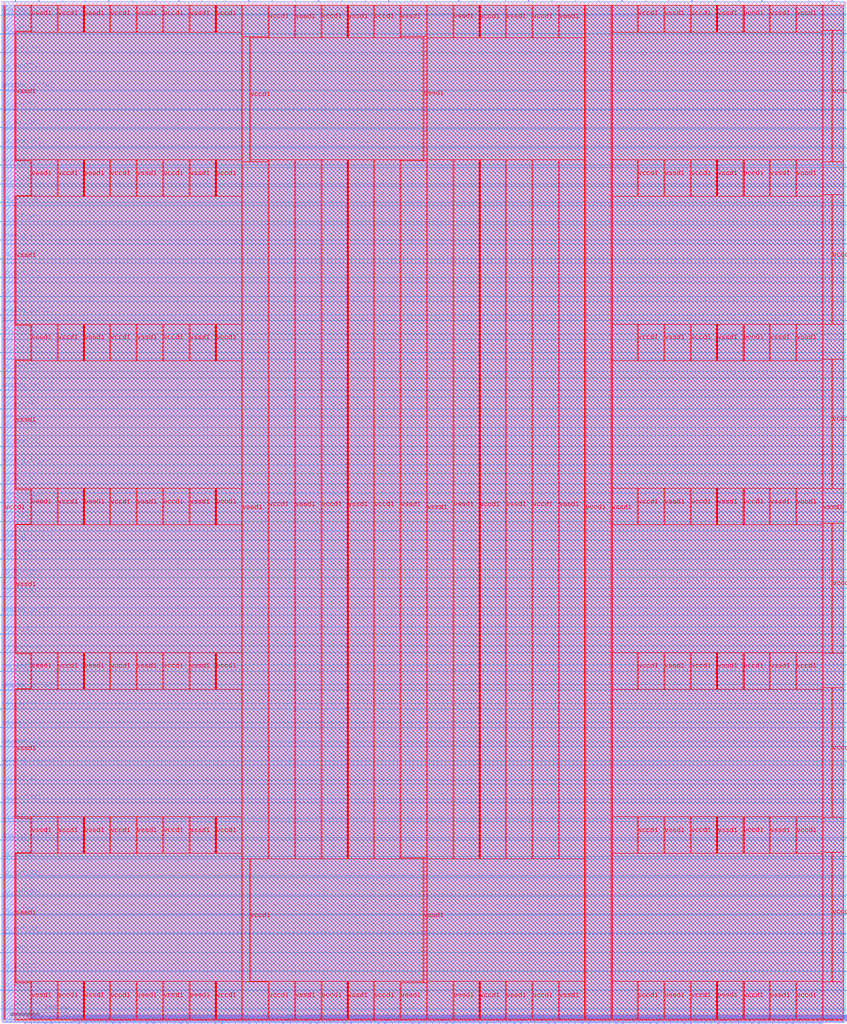
<source format=lef>
VERSION 5.7 ;
  NOWIREEXTENSIONATPIN ON ;
  DIVIDERCHAR "/" ;
  BUSBITCHARS "[]" ;
MACRO Marmot
  CLASS BLOCK ;
  FOREIGN Marmot ;
  ORIGIN 0.000 0.000 ;
  SIZE 2880.000 BY 3480.000 ;
  PIN analog_io[0]
    DIRECTION INOUT ;
    USE SIGNAL ;
    PORT
      LAYER met3 ;
        RECT 2879.000 1412.780 2884.800 1413.980 ;
    END
  END analog_io[0]
  PIN analog_io[10]
    DIRECTION INOUT ;
    USE SIGNAL ;
    PORT
      LAYER met2 ;
        RECT 2195.530 3479.000 2196.090 3484.800 ;
    END
  END analog_io[10]
  PIN analog_io[11]
    DIRECTION INOUT ;
    USE SIGNAL ;
    PORT
      LAYER met2 ;
        RECT 1877.210 3479.000 1877.770 3484.800 ;
    END
  END analog_io[11]
  PIN analog_io[12]
    DIRECTION INOUT ;
    USE SIGNAL ;
    PORT
      LAYER met2 ;
        RECT 1558.890 3479.000 1559.450 3484.800 ;
    END
  END analog_io[12]
  PIN analog_io[13]
    DIRECTION INOUT ;
    USE SIGNAL ;
    PORT
      LAYER met2 ;
        RECT 1240.570 3479.000 1241.130 3484.800 ;
    END
  END analog_io[13]
  PIN analog_io[14]
    DIRECTION INOUT ;
    USE SIGNAL ;
    PORT
      LAYER met2 ;
        RECT 922.250 3479.000 922.810 3484.800 ;
    END
  END analog_io[14]
  PIN analog_io[15]
    DIRECTION INOUT ;
    USE SIGNAL ;
    PORT
      LAYER met2 ;
        RECT 603.930 3479.000 604.490 3484.800 ;
    END
  END analog_io[15]
  PIN analog_io[16]
    DIRECTION INOUT ;
    USE SIGNAL ;
    PORT
      LAYER met2 ;
        RECT 285.610 3479.000 286.170 3484.800 ;
    END
  END analog_io[16]
  PIN analog_io[17]
    DIRECTION INOUT ;
    USE SIGNAL ;
    PORT
      LAYER met3 ;
        RECT -4.800 3433.060 1.000 3434.260 ;
    END
  END analog_io[17]
  PIN analog_io[18]
    DIRECTION INOUT ;
    USE SIGNAL ;
    PORT
      LAYER met3 ;
        RECT -4.800 3177.380 1.000 3178.580 ;
    END
  END analog_io[18]
  PIN analog_io[19]
    DIRECTION INOUT ;
    USE SIGNAL ;
    PORT
      LAYER met3 ;
        RECT -4.800 2921.700 1.000 2922.900 ;
    END
  END analog_io[19]
  PIN analog_io[1]
    DIRECTION INOUT ;
    USE SIGNAL ;
    PORT
      LAYER met3 ;
        RECT 2879.000 1673.900 2884.800 1675.100 ;
    END
  END analog_io[1]
  PIN analog_io[20]
    DIRECTION INOUT ;
    USE SIGNAL ;
    PORT
      LAYER met3 ;
        RECT -4.800 2666.020 1.000 2667.220 ;
    END
  END analog_io[20]
  PIN analog_io[21]
    DIRECTION INOUT ;
    USE SIGNAL ;
    PORT
      LAYER met3 ;
        RECT -4.800 2410.340 1.000 2411.540 ;
    END
  END analog_io[21]
  PIN analog_io[22]
    DIRECTION INOUT ;
    USE SIGNAL ;
    PORT
      LAYER met3 ;
        RECT -4.800 2154.660 1.000 2155.860 ;
    END
  END analog_io[22]
  PIN analog_io[23]
    DIRECTION INOUT ;
    USE SIGNAL ;
    PORT
      LAYER met3 ;
        RECT -4.800 1898.980 1.000 1900.180 ;
    END
  END analog_io[23]
  PIN analog_io[24]
    DIRECTION INOUT ;
    USE SIGNAL ;
    PORT
      LAYER met3 ;
        RECT -4.800 1643.300 1.000 1644.500 ;
    END
  END analog_io[24]
  PIN analog_io[25]
    DIRECTION INOUT ;
    USE SIGNAL ;
    PORT
      LAYER met3 ;
        RECT -4.800 1387.620 1.000 1388.820 ;
    END
  END analog_io[25]
  PIN analog_io[26]
    DIRECTION INOUT ;
    USE SIGNAL ;
    PORT
      LAYER met3 ;
        RECT -4.800 1131.940 1.000 1133.140 ;
    END
  END analog_io[26]
  PIN analog_io[27]
    DIRECTION INOUT ;
    USE SIGNAL ;
    PORT
      LAYER met3 ;
        RECT -4.800 876.260 1.000 877.460 ;
    END
  END analog_io[27]
  PIN analog_io[28]
    DIRECTION INOUT ;
    USE SIGNAL ;
    PORT
      LAYER met3 ;
        RECT -4.800 620.580 1.000 621.780 ;
    END
  END analog_io[28]
  PIN analog_io[2]
    DIRECTION INOUT ;
    USE SIGNAL ;
    PORT
      LAYER met3 ;
        RECT 2879.000 1935.020 2884.800 1936.220 ;
    END
  END analog_io[2]
  PIN analog_io[3]
    DIRECTION INOUT ;
    USE SIGNAL ;
    PORT
      LAYER met3 ;
        RECT 2879.000 2196.140 2884.800 2197.340 ;
    END
  END analog_io[3]
  PIN analog_io[4]
    DIRECTION INOUT ;
    USE SIGNAL ;
    PORT
      LAYER met3 ;
        RECT 2879.000 2457.260 2884.800 2458.460 ;
    END
  END analog_io[4]
  PIN analog_io[5]
    DIRECTION INOUT ;
    USE SIGNAL ;
    PORT
      LAYER met3 ;
        RECT 2879.000 2718.380 2884.800 2719.580 ;
    END
  END analog_io[5]
  PIN analog_io[6]
    DIRECTION INOUT ;
    USE SIGNAL ;
    PORT
      LAYER met3 ;
        RECT 2879.000 2979.500 2884.800 2980.700 ;
    END
  END analog_io[6]
  PIN analog_io[7]
    DIRECTION INOUT ;
    USE SIGNAL ;
    PORT
      LAYER met3 ;
        RECT 2879.000 3240.620 2884.800 3241.820 ;
    END
  END analog_io[7]
  PIN analog_io[8]
    DIRECTION INOUT ;
    USE SIGNAL ;
    PORT
      LAYER met2 ;
        RECT 2832.170 3479.000 2832.730 3484.800 ;
    END
  END analog_io[8]
  PIN analog_io[9]
    DIRECTION INOUT ;
    USE SIGNAL ;
    PORT
      LAYER met2 ;
        RECT 2513.850 3479.000 2514.410 3484.800 ;
    END
  END analog_io[9]
  PIN io_in[0]
    DIRECTION INPUT ;
    USE SIGNAL ;
    PORT
      LAYER met3 ;
        RECT 2879.000 41.900 2884.800 43.100 ;
    END
  END io_in[0]
  PIN io_in[10]
    DIRECTION INPUT ;
    USE SIGNAL ;
    PORT
      LAYER met3 ;
        RECT 2879.000 2261.420 2884.800 2262.620 ;
    END
  END io_in[10]
  PIN io_in[11]
    DIRECTION INPUT ;
    USE SIGNAL ;
    PORT
      LAYER met3 ;
        RECT 2879.000 2522.540 2884.800 2523.740 ;
    END
  END io_in[11]
  PIN io_in[12]
    DIRECTION INPUT ;
    USE SIGNAL ;
    PORT
      LAYER met3 ;
        RECT 2879.000 2783.660 2884.800 2784.860 ;
    END
  END io_in[12]
  PIN io_in[13]
    DIRECTION INPUT ;
    USE SIGNAL ;
    PORT
      LAYER met3 ;
        RECT 2879.000 3044.780 2884.800 3045.980 ;
    END
  END io_in[13]
  PIN io_in[14]
    DIRECTION INPUT ;
    USE SIGNAL ;
    PORT
      LAYER met3 ;
        RECT 2879.000 3305.900 2884.800 3307.100 ;
    END
  END io_in[14]
  PIN io_in[15]
    DIRECTION INPUT ;
    USE SIGNAL ;
    PORT
      LAYER met2 ;
        RECT 2752.590 3479.000 2753.150 3484.800 ;
    END
  END io_in[15]
  PIN io_in[16]
    DIRECTION INPUT ;
    USE SIGNAL ;
    PORT
      LAYER met2 ;
        RECT 2434.270 3479.000 2434.830 3484.800 ;
    END
  END io_in[16]
  PIN io_in[17]
    DIRECTION INPUT ;
    USE SIGNAL ;
    PORT
      LAYER met2 ;
        RECT 2115.950 3479.000 2116.510 3484.800 ;
    END
  END io_in[17]
  PIN io_in[18]
    DIRECTION INPUT ;
    USE SIGNAL ;
    PORT
      LAYER met2 ;
        RECT 1797.630 3479.000 1798.190 3484.800 ;
    END
  END io_in[18]
  PIN io_in[19]
    DIRECTION INPUT ;
    USE SIGNAL ;
    PORT
      LAYER met2 ;
        RECT 1479.310 3479.000 1479.870 3484.800 ;
    END
  END io_in[19]
  PIN io_in[1]
    DIRECTION INPUT ;
    USE SIGNAL ;
    PORT
      LAYER met3 ;
        RECT 2879.000 237.740 2884.800 238.940 ;
    END
  END io_in[1]
  PIN io_in[20]
    DIRECTION INPUT ;
    USE SIGNAL ;
    PORT
      LAYER met2 ;
        RECT 1160.990 3479.000 1161.550 3484.800 ;
    END
  END io_in[20]
  PIN io_in[21]
    DIRECTION INPUT ;
    USE SIGNAL ;
    PORT
      LAYER met2 ;
        RECT 842.670 3479.000 843.230 3484.800 ;
    END
  END io_in[21]
  PIN io_in[22]
    DIRECTION INPUT ;
    USE SIGNAL ;
    PORT
      LAYER met2 ;
        RECT 524.350 3479.000 524.910 3484.800 ;
    END
  END io_in[22]
  PIN io_in[23]
    DIRECTION INPUT ;
    USE SIGNAL ;
    PORT
      LAYER met2 ;
        RECT 206.030 3479.000 206.590 3484.800 ;
    END
  END io_in[23]
  PIN io_in[24]
    DIRECTION INPUT ;
    USE SIGNAL ;
    PORT
      LAYER met3 ;
        RECT -4.800 3369.140 1.000 3370.340 ;
    END
  END io_in[24]
  PIN io_in[25]
    DIRECTION INPUT ;
    USE SIGNAL ;
    PORT
      LAYER met3 ;
        RECT -4.800 3113.460 1.000 3114.660 ;
    END
  END io_in[25]
  PIN io_in[26]
    DIRECTION INPUT ;
    USE SIGNAL ;
    PORT
      LAYER met3 ;
        RECT -4.800 2857.780 1.000 2858.980 ;
    END
  END io_in[26]
  PIN io_in[27]
    DIRECTION INPUT ;
    USE SIGNAL ;
    PORT
      LAYER met3 ;
        RECT -4.800 2602.100 1.000 2603.300 ;
    END
  END io_in[27]
  PIN io_in[28]
    DIRECTION INPUT ;
    USE SIGNAL ;
    PORT
      LAYER met3 ;
        RECT -4.800 2346.420 1.000 2347.620 ;
    END
  END io_in[28]
  PIN io_in[29]
    DIRECTION INPUT ;
    USE SIGNAL ;
    PORT
      LAYER met3 ;
        RECT -4.800 2090.740 1.000 2091.940 ;
    END
  END io_in[29]
  PIN io_in[2]
    DIRECTION INPUT ;
    USE SIGNAL ;
    PORT
      LAYER met3 ;
        RECT 2879.000 433.580 2884.800 434.780 ;
    END
  END io_in[2]
  PIN io_in[30]
    DIRECTION INPUT ;
    USE SIGNAL ;
    PORT
      LAYER met3 ;
        RECT -4.800 1835.060 1.000 1836.260 ;
    END
  END io_in[30]
  PIN io_in[31]
    DIRECTION INPUT ;
    USE SIGNAL ;
    PORT
      LAYER met3 ;
        RECT -4.800 1579.380 1.000 1580.580 ;
    END
  END io_in[31]
  PIN io_in[32]
    DIRECTION INPUT ;
    USE SIGNAL ;
    PORT
      LAYER met3 ;
        RECT -4.800 1323.700 1.000 1324.900 ;
    END
  END io_in[32]
  PIN io_in[33]
    DIRECTION INPUT ;
    USE SIGNAL ;
    PORT
      LAYER met3 ;
        RECT -4.800 1068.020 1.000 1069.220 ;
    END
  END io_in[33]
  PIN io_in[34]
    DIRECTION INPUT ;
    USE SIGNAL ;
    PORT
      LAYER met3 ;
        RECT -4.800 812.340 1.000 813.540 ;
    END
  END io_in[34]
  PIN io_in[35]
    DIRECTION INPUT ;
    USE SIGNAL ;
    PORT
      LAYER met3 ;
        RECT -4.800 556.660 1.000 557.860 ;
    END
  END io_in[35]
  PIN io_in[36]
    DIRECTION INPUT ;
    USE SIGNAL ;
    PORT
      LAYER met3 ;
        RECT -4.800 364.900 1.000 366.100 ;
    END
  END io_in[36]
  PIN io_in[37]
    DIRECTION INPUT ;
    USE SIGNAL ;
    PORT
      LAYER met3 ;
        RECT -4.800 173.140 1.000 174.340 ;
    END
  END io_in[37]
  PIN io_in[3]
    DIRECTION INPUT ;
    USE SIGNAL ;
    PORT
      LAYER met3 ;
        RECT 2879.000 629.420 2884.800 630.620 ;
    END
  END io_in[3]
  PIN io_in[4]
    DIRECTION INPUT ;
    USE SIGNAL ;
    PORT
      LAYER met3 ;
        RECT 2879.000 825.260 2884.800 826.460 ;
    END
  END io_in[4]
  PIN io_in[5]
    DIRECTION INPUT ;
    USE SIGNAL ;
    PORT
      LAYER met3 ;
        RECT 2879.000 1021.100 2884.800 1022.300 ;
    END
  END io_in[5]
  PIN io_in[6]
    DIRECTION INPUT ;
    USE SIGNAL ;
    PORT
      LAYER met3 ;
        RECT 2879.000 1216.940 2884.800 1218.140 ;
    END
  END io_in[6]
  PIN io_in[7]
    DIRECTION INPUT ;
    USE SIGNAL ;
    PORT
      LAYER met3 ;
        RECT 2879.000 1478.060 2884.800 1479.260 ;
    END
  END io_in[7]
  PIN io_in[8]
    DIRECTION INPUT ;
    USE SIGNAL ;
    PORT
      LAYER met3 ;
        RECT 2879.000 1739.180 2884.800 1740.380 ;
    END
  END io_in[8]
  PIN io_in[9]
    DIRECTION INPUT ;
    USE SIGNAL ;
    PORT
      LAYER met3 ;
        RECT 2879.000 2000.300 2884.800 2001.500 ;
    END
  END io_in[9]
  PIN io_oeb[0]
    DIRECTION OUTPUT TRISTATE ;
    USE SIGNAL ;
    PORT
      LAYER met3 ;
        RECT 2879.000 172.460 2884.800 173.660 ;
    END
  END io_oeb[0]
  PIN io_oeb[10]
    DIRECTION OUTPUT TRISTATE ;
    USE SIGNAL ;
    PORT
      LAYER met3 ;
        RECT 2879.000 2391.980 2884.800 2393.180 ;
    END
  END io_oeb[10]
  PIN io_oeb[11]
    DIRECTION OUTPUT TRISTATE ;
    USE SIGNAL ;
    PORT
      LAYER met3 ;
        RECT 2879.000 2653.100 2884.800 2654.300 ;
    END
  END io_oeb[11]
  PIN io_oeb[12]
    DIRECTION OUTPUT TRISTATE ;
    USE SIGNAL ;
    PORT
      LAYER met3 ;
        RECT 2879.000 2914.220 2884.800 2915.420 ;
    END
  END io_oeb[12]
  PIN io_oeb[13]
    DIRECTION OUTPUT TRISTATE ;
    USE SIGNAL ;
    PORT
      LAYER met3 ;
        RECT 2879.000 3175.340 2884.800 3176.540 ;
    END
  END io_oeb[13]
  PIN io_oeb[14]
    DIRECTION OUTPUT TRISTATE ;
    USE SIGNAL ;
    PORT
      LAYER met3 ;
        RECT 2879.000 3436.460 2884.800 3437.660 ;
    END
  END io_oeb[14]
  PIN io_oeb[15]
    DIRECTION OUTPUT TRISTATE ;
    USE SIGNAL ;
    PORT
      LAYER met2 ;
        RECT 2593.430 3479.000 2593.990 3484.800 ;
    END
  END io_oeb[15]
  PIN io_oeb[16]
    DIRECTION OUTPUT TRISTATE ;
    USE SIGNAL ;
    PORT
      LAYER met2 ;
        RECT 2275.110 3479.000 2275.670 3484.800 ;
    END
  END io_oeb[16]
  PIN io_oeb[17]
    DIRECTION OUTPUT TRISTATE ;
    USE SIGNAL ;
    PORT
      LAYER met2 ;
        RECT 1956.790 3479.000 1957.350 3484.800 ;
    END
  END io_oeb[17]
  PIN io_oeb[18]
    DIRECTION OUTPUT TRISTATE ;
    USE SIGNAL ;
    PORT
      LAYER met2 ;
        RECT 1638.470 3479.000 1639.030 3484.800 ;
    END
  END io_oeb[18]
  PIN io_oeb[19]
    DIRECTION OUTPUT TRISTATE ;
    USE SIGNAL ;
    PORT
      LAYER met2 ;
        RECT 1320.150 3479.000 1320.710 3484.800 ;
    END
  END io_oeb[19]
  PIN io_oeb[1]
    DIRECTION OUTPUT TRISTATE ;
    USE SIGNAL ;
    PORT
      LAYER met3 ;
        RECT 2879.000 368.300 2884.800 369.500 ;
    END
  END io_oeb[1]
  PIN io_oeb[20]
    DIRECTION OUTPUT TRISTATE ;
    USE SIGNAL ;
    PORT
      LAYER met2 ;
        RECT 1001.830 3479.000 1002.390 3484.800 ;
    END
  END io_oeb[20]
  PIN io_oeb[21]
    DIRECTION OUTPUT TRISTATE ;
    USE SIGNAL ;
    PORT
      LAYER met2 ;
        RECT 683.510 3479.000 684.070 3484.800 ;
    END
  END io_oeb[21]
  PIN io_oeb[22]
    DIRECTION OUTPUT TRISTATE ;
    USE SIGNAL ;
    PORT
      LAYER met2 ;
        RECT 365.190 3479.000 365.750 3484.800 ;
    END
  END io_oeb[22]
  PIN io_oeb[23]
    DIRECTION OUTPUT TRISTATE ;
    USE SIGNAL ;
    PORT
      LAYER met2 ;
        RECT 46.870 3479.000 47.430 3484.800 ;
    END
  END io_oeb[23]
  PIN io_oeb[24]
    DIRECTION OUTPUT TRISTATE ;
    USE SIGNAL ;
    PORT
      LAYER met3 ;
        RECT -4.800 3241.300 1.000 3242.500 ;
    END
  END io_oeb[24]
  PIN io_oeb[25]
    DIRECTION OUTPUT TRISTATE ;
    USE SIGNAL ;
    PORT
      LAYER met3 ;
        RECT -4.800 2985.620 1.000 2986.820 ;
    END
  END io_oeb[25]
  PIN io_oeb[26]
    DIRECTION OUTPUT TRISTATE ;
    USE SIGNAL ;
    PORT
      LAYER met3 ;
        RECT -4.800 2729.940 1.000 2731.140 ;
    END
  END io_oeb[26]
  PIN io_oeb[27]
    DIRECTION OUTPUT TRISTATE ;
    USE SIGNAL ;
    PORT
      LAYER met3 ;
        RECT -4.800 2474.260 1.000 2475.460 ;
    END
  END io_oeb[27]
  PIN io_oeb[28]
    DIRECTION OUTPUT TRISTATE ;
    USE SIGNAL ;
    PORT
      LAYER met3 ;
        RECT -4.800 2218.580 1.000 2219.780 ;
    END
  END io_oeb[28]
  PIN io_oeb[29]
    DIRECTION OUTPUT TRISTATE ;
    USE SIGNAL ;
    PORT
      LAYER met3 ;
        RECT -4.800 1962.900 1.000 1964.100 ;
    END
  END io_oeb[29]
  PIN io_oeb[2]
    DIRECTION OUTPUT TRISTATE ;
    USE SIGNAL ;
    PORT
      LAYER met3 ;
        RECT 2879.000 564.140 2884.800 565.340 ;
    END
  END io_oeb[2]
  PIN io_oeb[30]
    DIRECTION OUTPUT TRISTATE ;
    USE SIGNAL ;
    PORT
      LAYER met3 ;
        RECT -4.800 1707.220 1.000 1708.420 ;
    END
  END io_oeb[30]
  PIN io_oeb[31]
    DIRECTION OUTPUT TRISTATE ;
    USE SIGNAL ;
    PORT
      LAYER met3 ;
        RECT -4.800 1451.540 1.000 1452.740 ;
    END
  END io_oeb[31]
  PIN io_oeb[32]
    DIRECTION OUTPUT TRISTATE ;
    USE SIGNAL ;
    PORT
      LAYER met3 ;
        RECT -4.800 1195.860 1.000 1197.060 ;
    END
  END io_oeb[32]
  PIN io_oeb[33]
    DIRECTION OUTPUT TRISTATE ;
    USE SIGNAL ;
    PORT
      LAYER met3 ;
        RECT -4.800 940.180 1.000 941.380 ;
    END
  END io_oeb[33]
  PIN io_oeb[34]
    DIRECTION OUTPUT TRISTATE ;
    USE SIGNAL ;
    PORT
      LAYER met3 ;
        RECT -4.800 684.500 1.000 685.700 ;
    END
  END io_oeb[34]
  PIN io_oeb[35]
    DIRECTION OUTPUT TRISTATE ;
    USE SIGNAL ;
    PORT
      LAYER met3 ;
        RECT -4.800 428.820 1.000 430.020 ;
    END
  END io_oeb[35]
  PIN io_oeb[36]
    DIRECTION OUTPUT TRISTATE ;
    USE SIGNAL ;
    PORT
      LAYER met3 ;
        RECT -4.800 237.060 1.000 238.260 ;
    END
  END io_oeb[36]
  PIN io_oeb[37]
    DIRECTION OUTPUT TRISTATE ;
    USE SIGNAL ;
    PORT
      LAYER met3 ;
        RECT -4.800 45.300 1.000 46.500 ;
    END
  END io_oeb[37]
  PIN io_oeb[3]
    DIRECTION OUTPUT TRISTATE ;
    USE SIGNAL ;
    PORT
      LAYER met3 ;
        RECT 2879.000 759.980 2884.800 761.180 ;
    END
  END io_oeb[3]
  PIN io_oeb[4]
    DIRECTION OUTPUT TRISTATE ;
    USE SIGNAL ;
    PORT
      LAYER met3 ;
        RECT 2879.000 955.820 2884.800 957.020 ;
    END
  END io_oeb[4]
  PIN io_oeb[5]
    DIRECTION OUTPUT TRISTATE ;
    USE SIGNAL ;
    PORT
      LAYER met3 ;
        RECT 2879.000 1151.660 2884.800 1152.860 ;
    END
  END io_oeb[5]
  PIN io_oeb[6]
    DIRECTION OUTPUT TRISTATE ;
    USE SIGNAL ;
    PORT
      LAYER met3 ;
        RECT 2879.000 1347.500 2884.800 1348.700 ;
    END
  END io_oeb[6]
  PIN io_oeb[7]
    DIRECTION OUTPUT TRISTATE ;
    USE SIGNAL ;
    PORT
      LAYER met3 ;
        RECT 2879.000 1608.620 2884.800 1609.820 ;
    END
  END io_oeb[7]
  PIN io_oeb[8]
    DIRECTION OUTPUT TRISTATE ;
    USE SIGNAL ;
    PORT
      LAYER met3 ;
        RECT 2879.000 1869.740 2884.800 1870.940 ;
    END
  END io_oeb[8]
  PIN io_oeb[9]
    DIRECTION OUTPUT TRISTATE ;
    USE SIGNAL ;
    PORT
      LAYER met3 ;
        RECT 2879.000 2130.860 2884.800 2132.060 ;
    END
  END io_oeb[9]
  PIN io_out[0]
    DIRECTION OUTPUT TRISTATE ;
    USE SIGNAL ;
    PORT
      LAYER met3 ;
        RECT 2879.000 107.180 2884.800 108.380 ;
    END
  END io_out[0]
  PIN io_out[10]
    DIRECTION OUTPUT TRISTATE ;
    USE SIGNAL ;
    PORT
      LAYER met3 ;
        RECT 2879.000 2326.700 2884.800 2327.900 ;
    END
  END io_out[10]
  PIN io_out[11]
    DIRECTION OUTPUT TRISTATE ;
    USE SIGNAL ;
    PORT
      LAYER met3 ;
        RECT 2879.000 2587.820 2884.800 2589.020 ;
    END
  END io_out[11]
  PIN io_out[12]
    DIRECTION OUTPUT TRISTATE ;
    USE SIGNAL ;
    PORT
      LAYER met3 ;
        RECT 2879.000 2848.940 2884.800 2850.140 ;
    END
  END io_out[12]
  PIN io_out[13]
    DIRECTION OUTPUT TRISTATE ;
    USE SIGNAL ;
    PORT
      LAYER met3 ;
        RECT 2879.000 3110.060 2884.800 3111.260 ;
    END
  END io_out[13]
  PIN io_out[14]
    DIRECTION OUTPUT TRISTATE ;
    USE SIGNAL ;
    PORT
      LAYER met3 ;
        RECT 2879.000 3371.180 2884.800 3372.380 ;
    END
  END io_out[14]
  PIN io_out[15]
    DIRECTION OUTPUT TRISTATE ;
    USE SIGNAL ;
    PORT
      LAYER met2 ;
        RECT 2673.010 3479.000 2673.570 3484.800 ;
    END
  END io_out[15]
  PIN io_out[16]
    DIRECTION OUTPUT TRISTATE ;
    USE SIGNAL ;
    PORT
      LAYER met2 ;
        RECT 2354.690 3479.000 2355.250 3484.800 ;
    END
  END io_out[16]
  PIN io_out[17]
    DIRECTION OUTPUT TRISTATE ;
    USE SIGNAL ;
    PORT
      LAYER met2 ;
        RECT 2036.370 3479.000 2036.930 3484.800 ;
    END
  END io_out[17]
  PIN io_out[18]
    DIRECTION OUTPUT TRISTATE ;
    USE SIGNAL ;
    PORT
      LAYER met2 ;
        RECT 1718.050 3479.000 1718.610 3484.800 ;
    END
  END io_out[18]
  PIN io_out[19]
    DIRECTION OUTPUT TRISTATE ;
    USE SIGNAL ;
    PORT
      LAYER met2 ;
        RECT 1399.730 3479.000 1400.290 3484.800 ;
    END
  END io_out[19]
  PIN io_out[1]
    DIRECTION OUTPUT TRISTATE ;
    USE SIGNAL ;
    PORT
      LAYER met3 ;
        RECT 2879.000 303.020 2884.800 304.220 ;
    END
  END io_out[1]
  PIN io_out[20]
    DIRECTION OUTPUT TRISTATE ;
    USE SIGNAL ;
    PORT
      LAYER met2 ;
        RECT 1081.410 3479.000 1081.970 3484.800 ;
    END
  END io_out[20]
  PIN io_out[21]
    DIRECTION OUTPUT TRISTATE ;
    USE SIGNAL ;
    PORT
      LAYER met2 ;
        RECT 763.090 3479.000 763.650 3484.800 ;
    END
  END io_out[21]
  PIN io_out[22]
    DIRECTION OUTPUT TRISTATE ;
    USE SIGNAL ;
    PORT
      LAYER met2 ;
        RECT 444.770 3479.000 445.330 3484.800 ;
    END
  END io_out[22]
  PIN io_out[23]
    DIRECTION OUTPUT TRISTATE ;
    USE SIGNAL ;
    PORT
      LAYER met2 ;
        RECT 126.450 3479.000 127.010 3484.800 ;
    END
  END io_out[23]
  PIN io_out[24]
    DIRECTION OUTPUT TRISTATE ;
    USE SIGNAL ;
    PORT
      LAYER met3 ;
        RECT -4.800 3305.220 1.000 3306.420 ;
    END
  END io_out[24]
  PIN io_out[25]
    DIRECTION OUTPUT TRISTATE ;
    USE SIGNAL ;
    PORT
      LAYER met3 ;
        RECT -4.800 3049.540 1.000 3050.740 ;
    END
  END io_out[25]
  PIN io_out[26]
    DIRECTION OUTPUT TRISTATE ;
    USE SIGNAL ;
    PORT
      LAYER met3 ;
        RECT -4.800 2793.860 1.000 2795.060 ;
    END
  END io_out[26]
  PIN io_out[27]
    DIRECTION OUTPUT TRISTATE ;
    USE SIGNAL ;
    PORT
      LAYER met3 ;
        RECT -4.800 2538.180 1.000 2539.380 ;
    END
  END io_out[27]
  PIN io_out[28]
    DIRECTION OUTPUT TRISTATE ;
    USE SIGNAL ;
    PORT
      LAYER met3 ;
        RECT -4.800 2282.500 1.000 2283.700 ;
    END
  END io_out[28]
  PIN io_out[29]
    DIRECTION OUTPUT TRISTATE ;
    USE SIGNAL ;
    PORT
      LAYER met3 ;
        RECT -4.800 2026.820 1.000 2028.020 ;
    END
  END io_out[29]
  PIN io_out[2]
    DIRECTION OUTPUT TRISTATE ;
    USE SIGNAL ;
    PORT
      LAYER met3 ;
        RECT 2879.000 498.860 2884.800 500.060 ;
    END
  END io_out[2]
  PIN io_out[30]
    DIRECTION OUTPUT TRISTATE ;
    USE SIGNAL ;
    PORT
      LAYER met3 ;
        RECT -4.800 1771.140 1.000 1772.340 ;
    END
  END io_out[30]
  PIN io_out[31]
    DIRECTION OUTPUT TRISTATE ;
    USE SIGNAL ;
    PORT
      LAYER met3 ;
        RECT -4.800 1515.460 1.000 1516.660 ;
    END
  END io_out[31]
  PIN io_out[32]
    DIRECTION OUTPUT TRISTATE ;
    USE SIGNAL ;
    PORT
      LAYER met3 ;
        RECT -4.800 1259.780 1.000 1260.980 ;
    END
  END io_out[32]
  PIN io_out[33]
    DIRECTION OUTPUT TRISTATE ;
    USE SIGNAL ;
    PORT
      LAYER met3 ;
        RECT -4.800 1004.100 1.000 1005.300 ;
    END
  END io_out[33]
  PIN io_out[34]
    DIRECTION OUTPUT TRISTATE ;
    USE SIGNAL ;
    PORT
      LAYER met3 ;
        RECT -4.800 748.420 1.000 749.620 ;
    END
  END io_out[34]
  PIN io_out[35]
    DIRECTION OUTPUT TRISTATE ;
    USE SIGNAL ;
    PORT
      LAYER met3 ;
        RECT -4.800 492.740 1.000 493.940 ;
    END
  END io_out[35]
  PIN io_out[36]
    DIRECTION OUTPUT TRISTATE ;
    USE SIGNAL ;
    PORT
      LAYER met3 ;
        RECT -4.800 300.980 1.000 302.180 ;
    END
  END io_out[36]
  PIN io_out[37]
    DIRECTION OUTPUT TRISTATE ;
    USE SIGNAL ;
    PORT
      LAYER met3 ;
        RECT -4.800 109.220 1.000 110.420 ;
    END
  END io_out[37]
  PIN io_out[3]
    DIRECTION OUTPUT TRISTATE ;
    USE SIGNAL ;
    PORT
      LAYER met3 ;
        RECT 2879.000 694.700 2884.800 695.900 ;
    END
  END io_out[3]
  PIN io_out[4]
    DIRECTION OUTPUT TRISTATE ;
    USE SIGNAL ;
    PORT
      LAYER met3 ;
        RECT 2879.000 890.540 2884.800 891.740 ;
    END
  END io_out[4]
  PIN io_out[5]
    DIRECTION OUTPUT TRISTATE ;
    USE SIGNAL ;
    PORT
      LAYER met3 ;
        RECT 2879.000 1086.380 2884.800 1087.580 ;
    END
  END io_out[5]
  PIN io_out[6]
    DIRECTION OUTPUT TRISTATE ;
    USE SIGNAL ;
    PORT
      LAYER met3 ;
        RECT 2879.000 1282.220 2884.800 1283.420 ;
    END
  END io_out[6]
  PIN io_out[7]
    DIRECTION OUTPUT TRISTATE ;
    USE SIGNAL ;
    PORT
      LAYER met3 ;
        RECT 2879.000 1543.340 2884.800 1544.540 ;
    END
  END io_out[7]
  PIN io_out[8]
    DIRECTION OUTPUT TRISTATE ;
    USE SIGNAL ;
    PORT
      LAYER met3 ;
        RECT 2879.000 1804.460 2884.800 1805.660 ;
    END
  END io_out[8]
  PIN io_out[9]
    DIRECTION OUTPUT TRISTATE ;
    USE SIGNAL ;
    PORT
      LAYER met3 ;
        RECT 2879.000 2065.580 2884.800 2066.780 ;
    END
  END io_out[9]
  PIN la_data_in[0]
    DIRECTION INPUT ;
    USE SIGNAL ;
    PORT
      LAYER met2 ;
        RECT 664.190 -4.800 664.750 1.000 ;
    END
  END la_data_in[0]
  PIN la_data_in[100]
    DIRECTION INPUT ;
    USE SIGNAL ;
    PORT
      LAYER met2 ;
        RECT 2320.190 -4.800 2320.750 1.000 ;
    END
  END la_data_in[100]
  PIN la_data_in[101]
    DIRECTION INPUT ;
    USE SIGNAL ;
    PORT
      LAYER met2 ;
        RECT 2336.750 -4.800 2337.310 1.000 ;
    END
  END la_data_in[101]
  PIN la_data_in[102]
    DIRECTION INPUT ;
    USE SIGNAL ;
    PORT
      LAYER met2 ;
        RECT 2353.310 -4.800 2353.870 1.000 ;
    END
  END la_data_in[102]
  PIN la_data_in[103]
    DIRECTION INPUT ;
    USE SIGNAL ;
    PORT
      LAYER met2 ;
        RECT 2369.870 -4.800 2370.430 1.000 ;
    END
  END la_data_in[103]
  PIN la_data_in[104]
    DIRECTION INPUT ;
    USE SIGNAL ;
    PORT
      LAYER met2 ;
        RECT 2386.430 -4.800 2386.990 1.000 ;
    END
  END la_data_in[104]
  PIN la_data_in[105]
    DIRECTION INPUT ;
    USE SIGNAL ;
    PORT
      LAYER met2 ;
        RECT 2402.990 -4.800 2403.550 1.000 ;
    END
  END la_data_in[105]
  PIN la_data_in[106]
    DIRECTION INPUT ;
    USE SIGNAL ;
    PORT
      LAYER met2 ;
        RECT 2419.550 -4.800 2420.110 1.000 ;
    END
  END la_data_in[106]
  PIN la_data_in[107]
    DIRECTION INPUT ;
    USE SIGNAL ;
    PORT
      LAYER met2 ;
        RECT 2436.110 -4.800 2436.670 1.000 ;
    END
  END la_data_in[107]
  PIN la_data_in[108]
    DIRECTION INPUT ;
    USE SIGNAL ;
    PORT
      LAYER met2 ;
        RECT 2452.670 -4.800 2453.230 1.000 ;
    END
  END la_data_in[108]
  PIN la_data_in[109]
    DIRECTION INPUT ;
    USE SIGNAL ;
    PORT
      LAYER met2 ;
        RECT 2469.230 -4.800 2469.790 1.000 ;
    END
  END la_data_in[109]
  PIN la_data_in[10]
    DIRECTION INPUT ;
    USE SIGNAL ;
    PORT
      LAYER met2 ;
        RECT 829.790 -4.800 830.350 1.000 ;
    END
  END la_data_in[10]
  PIN la_data_in[110]
    DIRECTION INPUT ;
    USE SIGNAL ;
    PORT
      LAYER met2 ;
        RECT 2485.790 -4.800 2486.350 1.000 ;
    END
  END la_data_in[110]
  PIN la_data_in[111]
    DIRECTION INPUT ;
    USE SIGNAL ;
    PORT
      LAYER met2 ;
        RECT 2502.350 -4.800 2502.910 1.000 ;
    END
  END la_data_in[111]
  PIN la_data_in[112]
    DIRECTION INPUT ;
    USE SIGNAL ;
    PORT
      LAYER met2 ;
        RECT 2518.910 -4.800 2519.470 1.000 ;
    END
  END la_data_in[112]
  PIN la_data_in[113]
    DIRECTION INPUT ;
    USE SIGNAL ;
    PORT
      LAYER met2 ;
        RECT 2535.470 -4.800 2536.030 1.000 ;
    END
  END la_data_in[113]
  PIN la_data_in[114]
    DIRECTION INPUT ;
    USE SIGNAL ;
    PORT
      LAYER met2 ;
        RECT 2552.030 -4.800 2552.590 1.000 ;
    END
  END la_data_in[114]
  PIN la_data_in[115]
    DIRECTION INPUT ;
    USE SIGNAL ;
    PORT
      LAYER met2 ;
        RECT 2568.590 -4.800 2569.150 1.000 ;
    END
  END la_data_in[115]
  PIN la_data_in[116]
    DIRECTION INPUT ;
    USE SIGNAL ;
    PORT
      LAYER met2 ;
        RECT 2585.150 -4.800 2585.710 1.000 ;
    END
  END la_data_in[116]
  PIN la_data_in[117]
    DIRECTION INPUT ;
    USE SIGNAL ;
    PORT
      LAYER met2 ;
        RECT 2601.710 -4.800 2602.270 1.000 ;
    END
  END la_data_in[117]
  PIN la_data_in[118]
    DIRECTION INPUT ;
    USE SIGNAL ;
    PORT
      LAYER met2 ;
        RECT 2618.270 -4.800 2618.830 1.000 ;
    END
  END la_data_in[118]
  PIN la_data_in[119]
    DIRECTION INPUT ;
    USE SIGNAL ;
    PORT
      LAYER met2 ;
        RECT 2634.830 -4.800 2635.390 1.000 ;
    END
  END la_data_in[119]
  PIN la_data_in[11]
    DIRECTION INPUT ;
    USE SIGNAL ;
    PORT
      LAYER met2 ;
        RECT 846.350 -4.800 846.910 1.000 ;
    END
  END la_data_in[11]
  PIN la_data_in[120]
    DIRECTION INPUT ;
    USE SIGNAL ;
    PORT
      LAYER met2 ;
        RECT 2651.390 -4.800 2651.950 1.000 ;
    END
  END la_data_in[120]
  PIN la_data_in[121]
    DIRECTION INPUT ;
    USE SIGNAL ;
    PORT
      LAYER met2 ;
        RECT 2667.950 -4.800 2668.510 1.000 ;
    END
  END la_data_in[121]
  PIN la_data_in[122]
    DIRECTION INPUT ;
    USE SIGNAL ;
    PORT
      LAYER met2 ;
        RECT 2684.510 -4.800 2685.070 1.000 ;
    END
  END la_data_in[122]
  PIN la_data_in[123]
    DIRECTION INPUT ;
    USE SIGNAL ;
    PORT
      LAYER met2 ;
        RECT 2701.070 -4.800 2701.630 1.000 ;
    END
  END la_data_in[123]
  PIN la_data_in[124]
    DIRECTION INPUT ;
    USE SIGNAL ;
    PORT
      LAYER met2 ;
        RECT 2717.630 -4.800 2718.190 1.000 ;
    END
  END la_data_in[124]
  PIN la_data_in[125]
    DIRECTION INPUT ;
    USE SIGNAL ;
    PORT
      LAYER met2 ;
        RECT 2734.190 -4.800 2734.750 1.000 ;
    END
  END la_data_in[125]
  PIN la_data_in[126]
    DIRECTION INPUT ;
    USE SIGNAL ;
    PORT
      LAYER met2 ;
        RECT 2750.750 -4.800 2751.310 1.000 ;
    END
  END la_data_in[126]
  PIN la_data_in[127]
    DIRECTION INPUT ;
    USE SIGNAL ;
    PORT
      LAYER met2 ;
        RECT 2767.310 -4.800 2767.870 1.000 ;
    END
  END la_data_in[127]
  PIN la_data_in[12]
    DIRECTION INPUT ;
    USE SIGNAL ;
    PORT
      LAYER met2 ;
        RECT 862.910 -4.800 863.470 1.000 ;
    END
  END la_data_in[12]
  PIN la_data_in[13]
    DIRECTION INPUT ;
    USE SIGNAL ;
    PORT
      LAYER met2 ;
        RECT 879.470 -4.800 880.030 1.000 ;
    END
  END la_data_in[13]
  PIN la_data_in[14]
    DIRECTION INPUT ;
    USE SIGNAL ;
    PORT
      LAYER met2 ;
        RECT 896.030 -4.800 896.590 1.000 ;
    END
  END la_data_in[14]
  PIN la_data_in[15]
    DIRECTION INPUT ;
    USE SIGNAL ;
    PORT
      LAYER met2 ;
        RECT 912.590 -4.800 913.150 1.000 ;
    END
  END la_data_in[15]
  PIN la_data_in[16]
    DIRECTION INPUT ;
    USE SIGNAL ;
    PORT
      LAYER met2 ;
        RECT 929.150 -4.800 929.710 1.000 ;
    END
  END la_data_in[16]
  PIN la_data_in[17]
    DIRECTION INPUT ;
    USE SIGNAL ;
    PORT
      LAYER met2 ;
        RECT 945.710 -4.800 946.270 1.000 ;
    END
  END la_data_in[17]
  PIN la_data_in[18]
    DIRECTION INPUT ;
    USE SIGNAL ;
    PORT
      LAYER met2 ;
        RECT 962.270 -4.800 962.830 1.000 ;
    END
  END la_data_in[18]
  PIN la_data_in[19]
    DIRECTION INPUT ;
    USE SIGNAL ;
    PORT
      LAYER met2 ;
        RECT 978.830 -4.800 979.390 1.000 ;
    END
  END la_data_in[19]
  PIN la_data_in[1]
    DIRECTION INPUT ;
    USE SIGNAL ;
    PORT
      LAYER met2 ;
        RECT 680.750 -4.800 681.310 1.000 ;
    END
  END la_data_in[1]
  PIN la_data_in[20]
    DIRECTION INPUT ;
    USE SIGNAL ;
    PORT
      LAYER met2 ;
        RECT 995.390 -4.800 995.950 1.000 ;
    END
  END la_data_in[20]
  PIN la_data_in[21]
    DIRECTION INPUT ;
    USE SIGNAL ;
    PORT
      LAYER met2 ;
        RECT 1011.950 -4.800 1012.510 1.000 ;
    END
  END la_data_in[21]
  PIN la_data_in[22]
    DIRECTION INPUT ;
    USE SIGNAL ;
    PORT
      LAYER met2 ;
        RECT 1028.510 -4.800 1029.070 1.000 ;
    END
  END la_data_in[22]
  PIN la_data_in[23]
    DIRECTION INPUT ;
    USE SIGNAL ;
    PORT
      LAYER met2 ;
        RECT 1045.070 -4.800 1045.630 1.000 ;
    END
  END la_data_in[23]
  PIN la_data_in[24]
    DIRECTION INPUT ;
    USE SIGNAL ;
    PORT
      LAYER met2 ;
        RECT 1061.630 -4.800 1062.190 1.000 ;
    END
  END la_data_in[24]
  PIN la_data_in[25]
    DIRECTION INPUT ;
    USE SIGNAL ;
    PORT
      LAYER met2 ;
        RECT 1078.190 -4.800 1078.750 1.000 ;
    END
  END la_data_in[25]
  PIN la_data_in[26]
    DIRECTION INPUT ;
    USE SIGNAL ;
    PORT
      LAYER met2 ;
        RECT 1094.750 -4.800 1095.310 1.000 ;
    END
  END la_data_in[26]
  PIN la_data_in[27]
    DIRECTION INPUT ;
    USE SIGNAL ;
    PORT
      LAYER met2 ;
        RECT 1111.310 -4.800 1111.870 1.000 ;
    END
  END la_data_in[27]
  PIN la_data_in[28]
    DIRECTION INPUT ;
    USE SIGNAL ;
    PORT
      LAYER met2 ;
        RECT 1127.870 -4.800 1128.430 1.000 ;
    END
  END la_data_in[28]
  PIN la_data_in[29]
    DIRECTION INPUT ;
    USE SIGNAL ;
    PORT
      LAYER met2 ;
        RECT 1144.430 -4.800 1144.990 1.000 ;
    END
  END la_data_in[29]
  PIN la_data_in[2]
    DIRECTION INPUT ;
    USE SIGNAL ;
    PORT
      LAYER met2 ;
        RECT 697.310 -4.800 697.870 1.000 ;
    END
  END la_data_in[2]
  PIN la_data_in[30]
    DIRECTION INPUT ;
    USE SIGNAL ;
    PORT
      LAYER met2 ;
        RECT 1160.990 -4.800 1161.550 1.000 ;
    END
  END la_data_in[30]
  PIN la_data_in[31]
    DIRECTION INPUT ;
    USE SIGNAL ;
    PORT
      LAYER met2 ;
        RECT 1177.550 -4.800 1178.110 1.000 ;
    END
  END la_data_in[31]
  PIN la_data_in[32]
    DIRECTION INPUT ;
    USE SIGNAL ;
    PORT
      LAYER met2 ;
        RECT 1194.110 -4.800 1194.670 1.000 ;
    END
  END la_data_in[32]
  PIN la_data_in[33]
    DIRECTION INPUT ;
    USE SIGNAL ;
    PORT
      LAYER met2 ;
        RECT 1210.670 -4.800 1211.230 1.000 ;
    END
  END la_data_in[33]
  PIN la_data_in[34]
    DIRECTION INPUT ;
    USE SIGNAL ;
    PORT
      LAYER met2 ;
        RECT 1227.230 -4.800 1227.790 1.000 ;
    END
  END la_data_in[34]
  PIN la_data_in[35]
    DIRECTION INPUT ;
    USE SIGNAL ;
    PORT
      LAYER met2 ;
        RECT 1243.790 -4.800 1244.350 1.000 ;
    END
  END la_data_in[35]
  PIN la_data_in[36]
    DIRECTION INPUT ;
    USE SIGNAL ;
    PORT
      LAYER met2 ;
        RECT 1260.350 -4.800 1260.910 1.000 ;
    END
  END la_data_in[36]
  PIN la_data_in[37]
    DIRECTION INPUT ;
    USE SIGNAL ;
    PORT
      LAYER met2 ;
        RECT 1276.910 -4.800 1277.470 1.000 ;
    END
  END la_data_in[37]
  PIN la_data_in[38]
    DIRECTION INPUT ;
    USE SIGNAL ;
    PORT
      LAYER met2 ;
        RECT 1293.470 -4.800 1294.030 1.000 ;
    END
  END la_data_in[38]
  PIN la_data_in[39]
    DIRECTION INPUT ;
    USE SIGNAL ;
    PORT
      LAYER met2 ;
        RECT 1310.030 -4.800 1310.590 1.000 ;
    END
  END la_data_in[39]
  PIN la_data_in[3]
    DIRECTION INPUT ;
    USE SIGNAL ;
    PORT
      LAYER met2 ;
        RECT 713.870 -4.800 714.430 1.000 ;
    END
  END la_data_in[3]
  PIN la_data_in[40]
    DIRECTION INPUT ;
    USE SIGNAL ;
    PORT
      LAYER met2 ;
        RECT 1326.590 -4.800 1327.150 1.000 ;
    END
  END la_data_in[40]
  PIN la_data_in[41]
    DIRECTION INPUT ;
    USE SIGNAL ;
    PORT
      LAYER met2 ;
        RECT 1343.150 -4.800 1343.710 1.000 ;
    END
  END la_data_in[41]
  PIN la_data_in[42]
    DIRECTION INPUT ;
    USE SIGNAL ;
    PORT
      LAYER met2 ;
        RECT 1359.710 -4.800 1360.270 1.000 ;
    END
  END la_data_in[42]
  PIN la_data_in[43]
    DIRECTION INPUT ;
    USE SIGNAL ;
    PORT
      LAYER met2 ;
        RECT 1376.270 -4.800 1376.830 1.000 ;
    END
  END la_data_in[43]
  PIN la_data_in[44]
    DIRECTION INPUT ;
    USE SIGNAL ;
    PORT
      LAYER met2 ;
        RECT 1392.830 -4.800 1393.390 1.000 ;
    END
  END la_data_in[44]
  PIN la_data_in[45]
    DIRECTION INPUT ;
    USE SIGNAL ;
    PORT
      LAYER met2 ;
        RECT 1409.390 -4.800 1409.950 1.000 ;
    END
  END la_data_in[45]
  PIN la_data_in[46]
    DIRECTION INPUT ;
    USE SIGNAL ;
    PORT
      LAYER met2 ;
        RECT 1425.950 -4.800 1426.510 1.000 ;
    END
  END la_data_in[46]
  PIN la_data_in[47]
    DIRECTION INPUT ;
    USE SIGNAL ;
    PORT
      LAYER met2 ;
        RECT 1442.510 -4.800 1443.070 1.000 ;
    END
  END la_data_in[47]
  PIN la_data_in[48]
    DIRECTION INPUT ;
    USE SIGNAL ;
    PORT
      LAYER met2 ;
        RECT 1459.070 -4.800 1459.630 1.000 ;
    END
  END la_data_in[48]
  PIN la_data_in[49]
    DIRECTION INPUT ;
    USE SIGNAL ;
    PORT
      LAYER met2 ;
        RECT 1475.630 -4.800 1476.190 1.000 ;
    END
  END la_data_in[49]
  PIN la_data_in[4]
    DIRECTION INPUT ;
    USE SIGNAL ;
    PORT
      LAYER met2 ;
        RECT 730.430 -4.800 730.990 1.000 ;
    END
  END la_data_in[4]
  PIN la_data_in[50]
    DIRECTION INPUT ;
    USE SIGNAL ;
    PORT
      LAYER met2 ;
        RECT 1492.190 -4.800 1492.750 1.000 ;
    END
  END la_data_in[50]
  PIN la_data_in[51]
    DIRECTION INPUT ;
    USE SIGNAL ;
    PORT
      LAYER met2 ;
        RECT 1508.750 -4.800 1509.310 1.000 ;
    END
  END la_data_in[51]
  PIN la_data_in[52]
    DIRECTION INPUT ;
    USE SIGNAL ;
    PORT
      LAYER met2 ;
        RECT 1525.310 -4.800 1525.870 1.000 ;
    END
  END la_data_in[52]
  PIN la_data_in[53]
    DIRECTION INPUT ;
    USE SIGNAL ;
    PORT
      LAYER met2 ;
        RECT 1541.870 -4.800 1542.430 1.000 ;
    END
  END la_data_in[53]
  PIN la_data_in[54]
    DIRECTION INPUT ;
    USE SIGNAL ;
    PORT
      LAYER met2 ;
        RECT 1558.430 -4.800 1558.990 1.000 ;
    END
  END la_data_in[54]
  PIN la_data_in[55]
    DIRECTION INPUT ;
    USE SIGNAL ;
    PORT
      LAYER met2 ;
        RECT 1574.990 -4.800 1575.550 1.000 ;
    END
  END la_data_in[55]
  PIN la_data_in[56]
    DIRECTION INPUT ;
    USE SIGNAL ;
    PORT
      LAYER met2 ;
        RECT 1591.550 -4.800 1592.110 1.000 ;
    END
  END la_data_in[56]
  PIN la_data_in[57]
    DIRECTION INPUT ;
    USE SIGNAL ;
    PORT
      LAYER met2 ;
        RECT 1608.110 -4.800 1608.670 1.000 ;
    END
  END la_data_in[57]
  PIN la_data_in[58]
    DIRECTION INPUT ;
    USE SIGNAL ;
    PORT
      LAYER met2 ;
        RECT 1624.670 -4.800 1625.230 1.000 ;
    END
  END la_data_in[58]
  PIN la_data_in[59]
    DIRECTION INPUT ;
    USE SIGNAL ;
    PORT
      LAYER met2 ;
        RECT 1641.230 -4.800 1641.790 1.000 ;
    END
  END la_data_in[59]
  PIN la_data_in[5]
    DIRECTION INPUT ;
    USE SIGNAL ;
    PORT
      LAYER met2 ;
        RECT 746.990 -4.800 747.550 1.000 ;
    END
  END la_data_in[5]
  PIN la_data_in[60]
    DIRECTION INPUT ;
    USE SIGNAL ;
    PORT
      LAYER met2 ;
        RECT 1657.790 -4.800 1658.350 1.000 ;
    END
  END la_data_in[60]
  PIN la_data_in[61]
    DIRECTION INPUT ;
    USE SIGNAL ;
    PORT
      LAYER met2 ;
        RECT 1674.350 -4.800 1674.910 1.000 ;
    END
  END la_data_in[61]
  PIN la_data_in[62]
    DIRECTION INPUT ;
    USE SIGNAL ;
    PORT
      LAYER met2 ;
        RECT 1690.910 -4.800 1691.470 1.000 ;
    END
  END la_data_in[62]
  PIN la_data_in[63]
    DIRECTION INPUT ;
    USE SIGNAL ;
    PORT
      LAYER met2 ;
        RECT 1707.470 -4.800 1708.030 1.000 ;
    END
  END la_data_in[63]
  PIN la_data_in[64]
    DIRECTION INPUT ;
    USE SIGNAL ;
    PORT
      LAYER met2 ;
        RECT 1724.030 -4.800 1724.590 1.000 ;
    END
  END la_data_in[64]
  PIN la_data_in[65]
    DIRECTION INPUT ;
    USE SIGNAL ;
    PORT
      LAYER met2 ;
        RECT 1740.590 -4.800 1741.150 1.000 ;
    END
  END la_data_in[65]
  PIN la_data_in[66]
    DIRECTION INPUT ;
    USE SIGNAL ;
    PORT
      LAYER met2 ;
        RECT 1757.150 -4.800 1757.710 1.000 ;
    END
  END la_data_in[66]
  PIN la_data_in[67]
    DIRECTION INPUT ;
    USE SIGNAL ;
    PORT
      LAYER met2 ;
        RECT 1773.710 -4.800 1774.270 1.000 ;
    END
  END la_data_in[67]
  PIN la_data_in[68]
    DIRECTION INPUT ;
    USE SIGNAL ;
    PORT
      LAYER met2 ;
        RECT 1790.270 -4.800 1790.830 1.000 ;
    END
  END la_data_in[68]
  PIN la_data_in[69]
    DIRECTION INPUT ;
    USE SIGNAL ;
    PORT
      LAYER met2 ;
        RECT 1806.830 -4.800 1807.390 1.000 ;
    END
  END la_data_in[69]
  PIN la_data_in[6]
    DIRECTION INPUT ;
    USE SIGNAL ;
    PORT
      LAYER met2 ;
        RECT 763.550 -4.800 764.110 1.000 ;
    END
  END la_data_in[6]
  PIN la_data_in[70]
    DIRECTION INPUT ;
    USE SIGNAL ;
    PORT
      LAYER met2 ;
        RECT 1823.390 -4.800 1823.950 1.000 ;
    END
  END la_data_in[70]
  PIN la_data_in[71]
    DIRECTION INPUT ;
    USE SIGNAL ;
    PORT
      LAYER met2 ;
        RECT 1839.950 -4.800 1840.510 1.000 ;
    END
  END la_data_in[71]
  PIN la_data_in[72]
    DIRECTION INPUT ;
    USE SIGNAL ;
    PORT
      LAYER met2 ;
        RECT 1856.510 -4.800 1857.070 1.000 ;
    END
  END la_data_in[72]
  PIN la_data_in[73]
    DIRECTION INPUT ;
    USE SIGNAL ;
    PORT
      LAYER met2 ;
        RECT 1873.070 -4.800 1873.630 1.000 ;
    END
  END la_data_in[73]
  PIN la_data_in[74]
    DIRECTION INPUT ;
    USE SIGNAL ;
    PORT
      LAYER met2 ;
        RECT 1889.630 -4.800 1890.190 1.000 ;
    END
  END la_data_in[74]
  PIN la_data_in[75]
    DIRECTION INPUT ;
    USE SIGNAL ;
    PORT
      LAYER met2 ;
        RECT 1906.190 -4.800 1906.750 1.000 ;
    END
  END la_data_in[75]
  PIN la_data_in[76]
    DIRECTION INPUT ;
    USE SIGNAL ;
    PORT
      LAYER met2 ;
        RECT 1922.750 -4.800 1923.310 1.000 ;
    END
  END la_data_in[76]
  PIN la_data_in[77]
    DIRECTION INPUT ;
    USE SIGNAL ;
    PORT
      LAYER met2 ;
        RECT 1939.310 -4.800 1939.870 1.000 ;
    END
  END la_data_in[77]
  PIN la_data_in[78]
    DIRECTION INPUT ;
    USE SIGNAL ;
    PORT
      LAYER met2 ;
        RECT 1955.870 -4.800 1956.430 1.000 ;
    END
  END la_data_in[78]
  PIN la_data_in[79]
    DIRECTION INPUT ;
    USE SIGNAL ;
    PORT
      LAYER met2 ;
        RECT 1972.430 -4.800 1972.990 1.000 ;
    END
  END la_data_in[79]
  PIN la_data_in[7]
    DIRECTION INPUT ;
    USE SIGNAL ;
    PORT
      LAYER met2 ;
        RECT 780.110 -4.800 780.670 1.000 ;
    END
  END la_data_in[7]
  PIN la_data_in[80]
    DIRECTION INPUT ;
    USE SIGNAL ;
    PORT
      LAYER met2 ;
        RECT 1988.990 -4.800 1989.550 1.000 ;
    END
  END la_data_in[80]
  PIN la_data_in[81]
    DIRECTION INPUT ;
    USE SIGNAL ;
    PORT
      LAYER met2 ;
        RECT 2005.550 -4.800 2006.110 1.000 ;
    END
  END la_data_in[81]
  PIN la_data_in[82]
    DIRECTION INPUT ;
    USE SIGNAL ;
    PORT
      LAYER met2 ;
        RECT 2022.110 -4.800 2022.670 1.000 ;
    END
  END la_data_in[82]
  PIN la_data_in[83]
    DIRECTION INPUT ;
    USE SIGNAL ;
    PORT
      LAYER met2 ;
        RECT 2038.670 -4.800 2039.230 1.000 ;
    END
  END la_data_in[83]
  PIN la_data_in[84]
    DIRECTION INPUT ;
    USE SIGNAL ;
    PORT
      LAYER met2 ;
        RECT 2055.230 -4.800 2055.790 1.000 ;
    END
  END la_data_in[84]
  PIN la_data_in[85]
    DIRECTION INPUT ;
    USE SIGNAL ;
    PORT
      LAYER met2 ;
        RECT 2071.790 -4.800 2072.350 1.000 ;
    END
  END la_data_in[85]
  PIN la_data_in[86]
    DIRECTION INPUT ;
    USE SIGNAL ;
    PORT
      LAYER met2 ;
        RECT 2088.350 -4.800 2088.910 1.000 ;
    END
  END la_data_in[86]
  PIN la_data_in[87]
    DIRECTION INPUT ;
    USE SIGNAL ;
    PORT
      LAYER met2 ;
        RECT 2104.910 -4.800 2105.470 1.000 ;
    END
  END la_data_in[87]
  PIN la_data_in[88]
    DIRECTION INPUT ;
    USE SIGNAL ;
    PORT
      LAYER met2 ;
        RECT 2121.470 -4.800 2122.030 1.000 ;
    END
  END la_data_in[88]
  PIN la_data_in[89]
    DIRECTION INPUT ;
    USE SIGNAL ;
    PORT
      LAYER met2 ;
        RECT 2138.030 -4.800 2138.590 1.000 ;
    END
  END la_data_in[89]
  PIN la_data_in[8]
    DIRECTION INPUT ;
    USE SIGNAL ;
    PORT
      LAYER met2 ;
        RECT 796.670 -4.800 797.230 1.000 ;
    END
  END la_data_in[8]
  PIN la_data_in[90]
    DIRECTION INPUT ;
    USE SIGNAL ;
    PORT
      LAYER met2 ;
        RECT 2154.590 -4.800 2155.150 1.000 ;
    END
  END la_data_in[90]
  PIN la_data_in[91]
    DIRECTION INPUT ;
    USE SIGNAL ;
    PORT
      LAYER met2 ;
        RECT 2171.150 -4.800 2171.710 1.000 ;
    END
  END la_data_in[91]
  PIN la_data_in[92]
    DIRECTION INPUT ;
    USE SIGNAL ;
    PORT
      LAYER met2 ;
        RECT 2187.710 -4.800 2188.270 1.000 ;
    END
  END la_data_in[92]
  PIN la_data_in[93]
    DIRECTION INPUT ;
    USE SIGNAL ;
    PORT
      LAYER met2 ;
        RECT 2204.270 -4.800 2204.830 1.000 ;
    END
  END la_data_in[93]
  PIN la_data_in[94]
    DIRECTION INPUT ;
    USE SIGNAL ;
    PORT
      LAYER met2 ;
        RECT 2220.830 -4.800 2221.390 1.000 ;
    END
  END la_data_in[94]
  PIN la_data_in[95]
    DIRECTION INPUT ;
    USE SIGNAL ;
    PORT
      LAYER met2 ;
        RECT 2237.390 -4.800 2237.950 1.000 ;
    END
  END la_data_in[95]
  PIN la_data_in[96]
    DIRECTION INPUT ;
    USE SIGNAL ;
    PORT
      LAYER met2 ;
        RECT 2253.950 -4.800 2254.510 1.000 ;
    END
  END la_data_in[96]
  PIN la_data_in[97]
    DIRECTION INPUT ;
    USE SIGNAL ;
    PORT
      LAYER met2 ;
        RECT 2270.510 -4.800 2271.070 1.000 ;
    END
  END la_data_in[97]
  PIN la_data_in[98]
    DIRECTION INPUT ;
    USE SIGNAL ;
    PORT
      LAYER met2 ;
        RECT 2287.070 -4.800 2287.630 1.000 ;
    END
  END la_data_in[98]
  PIN la_data_in[99]
    DIRECTION INPUT ;
    USE SIGNAL ;
    PORT
      LAYER met2 ;
        RECT 2303.630 -4.800 2304.190 1.000 ;
    END
  END la_data_in[99]
  PIN la_data_in[9]
    DIRECTION INPUT ;
    USE SIGNAL ;
    PORT
      LAYER met2 ;
        RECT 813.230 -4.800 813.790 1.000 ;
    END
  END la_data_in[9]
  PIN la_data_out[0]
    DIRECTION OUTPUT TRISTATE ;
    USE SIGNAL ;
    PORT
      LAYER met2 ;
        RECT 669.710 -4.800 670.270 1.000 ;
    END
  END la_data_out[0]
  PIN la_data_out[100]
    DIRECTION OUTPUT TRISTATE ;
    USE SIGNAL ;
    PORT
      LAYER met2 ;
        RECT 2325.710 -4.800 2326.270 1.000 ;
    END
  END la_data_out[100]
  PIN la_data_out[101]
    DIRECTION OUTPUT TRISTATE ;
    USE SIGNAL ;
    PORT
      LAYER met2 ;
        RECT 2342.270 -4.800 2342.830 1.000 ;
    END
  END la_data_out[101]
  PIN la_data_out[102]
    DIRECTION OUTPUT TRISTATE ;
    USE SIGNAL ;
    PORT
      LAYER met2 ;
        RECT 2358.830 -4.800 2359.390 1.000 ;
    END
  END la_data_out[102]
  PIN la_data_out[103]
    DIRECTION OUTPUT TRISTATE ;
    USE SIGNAL ;
    PORT
      LAYER met2 ;
        RECT 2375.390 -4.800 2375.950 1.000 ;
    END
  END la_data_out[103]
  PIN la_data_out[104]
    DIRECTION OUTPUT TRISTATE ;
    USE SIGNAL ;
    PORT
      LAYER met2 ;
        RECT 2391.950 -4.800 2392.510 1.000 ;
    END
  END la_data_out[104]
  PIN la_data_out[105]
    DIRECTION OUTPUT TRISTATE ;
    USE SIGNAL ;
    PORT
      LAYER met2 ;
        RECT 2408.510 -4.800 2409.070 1.000 ;
    END
  END la_data_out[105]
  PIN la_data_out[106]
    DIRECTION OUTPUT TRISTATE ;
    USE SIGNAL ;
    PORT
      LAYER met2 ;
        RECT 2425.070 -4.800 2425.630 1.000 ;
    END
  END la_data_out[106]
  PIN la_data_out[107]
    DIRECTION OUTPUT TRISTATE ;
    USE SIGNAL ;
    PORT
      LAYER met2 ;
        RECT 2441.630 -4.800 2442.190 1.000 ;
    END
  END la_data_out[107]
  PIN la_data_out[108]
    DIRECTION OUTPUT TRISTATE ;
    USE SIGNAL ;
    PORT
      LAYER met2 ;
        RECT 2458.190 -4.800 2458.750 1.000 ;
    END
  END la_data_out[108]
  PIN la_data_out[109]
    DIRECTION OUTPUT TRISTATE ;
    USE SIGNAL ;
    PORT
      LAYER met2 ;
        RECT 2474.750 -4.800 2475.310 1.000 ;
    END
  END la_data_out[109]
  PIN la_data_out[10]
    DIRECTION OUTPUT TRISTATE ;
    USE SIGNAL ;
    PORT
      LAYER met2 ;
        RECT 835.310 -4.800 835.870 1.000 ;
    END
  END la_data_out[10]
  PIN la_data_out[110]
    DIRECTION OUTPUT TRISTATE ;
    USE SIGNAL ;
    PORT
      LAYER met2 ;
        RECT 2491.310 -4.800 2491.870 1.000 ;
    END
  END la_data_out[110]
  PIN la_data_out[111]
    DIRECTION OUTPUT TRISTATE ;
    USE SIGNAL ;
    PORT
      LAYER met2 ;
        RECT 2507.870 -4.800 2508.430 1.000 ;
    END
  END la_data_out[111]
  PIN la_data_out[112]
    DIRECTION OUTPUT TRISTATE ;
    USE SIGNAL ;
    PORT
      LAYER met2 ;
        RECT 2524.430 -4.800 2524.990 1.000 ;
    END
  END la_data_out[112]
  PIN la_data_out[113]
    DIRECTION OUTPUT TRISTATE ;
    USE SIGNAL ;
    PORT
      LAYER met2 ;
        RECT 2540.990 -4.800 2541.550 1.000 ;
    END
  END la_data_out[113]
  PIN la_data_out[114]
    DIRECTION OUTPUT TRISTATE ;
    USE SIGNAL ;
    PORT
      LAYER met2 ;
        RECT 2557.550 -4.800 2558.110 1.000 ;
    END
  END la_data_out[114]
  PIN la_data_out[115]
    DIRECTION OUTPUT TRISTATE ;
    USE SIGNAL ;
    PORT
      LAYER met2 ;
        RECT 2574.110 -4.800 2574.670 1.000 ;
    END
  END la_data_out[115]
  PIN la_data_out[116]
    DIRECTION OUTPUT TRISTATE ;
    USE SIGNAL ;
    PORT
      LAYER met2 ;
        RECT 2590.670 -4.800 2591.230 1.000 ;
    END
  END la_data_out[116]
  PIN la_data_out[117]
    DIRECTION OUTPUT TRISTATE ;
    USE SIGNAL ;
    PORT
      LAYER met2 ;
        RECT 2607.230 -4.800 2607.790 1.000 ;
    END
  END la_data_out[117]
  PIN la_data_out[118]
    DIRECTION OUTPUT TRISTATE ;
    USE SIGNAL ;
    PORT
      LAYER met2 ;
        RECT 2623.790 -4.800 2624.350 1.000 ;
    END
  END la_data_out[118]
  PIN la_data_out[119]
    DIRECTION OUTPUT TRISTATE ;
    USE SIGNAL ;
    PORT
      LAYER met2 ;
        RECT 2640.350 -4.800 2640.910 1.000 ;
    END
  END la_data_out[119]
  PIN la_data_out[11]
    DIRECTION OUTPUT TRISTATE ;
    USE SIGNAL ;
    PORT
      LAYER met2 ;
        RECT 851.870 -4.800 852.430 1.000 ;
    END
  END la_data_out[11]
  PIN la_data_out[120]
    DIRECTION OUTPUT TRISTATE ;
    USE SIGNAL ;
    PORT
      LAYER met2 ;
        RECT 2656.910 -4.800 2657.470 1.000 ;
    END
  END la_data_out[120]
  PIN la_data_out[121]
    DIRECTION OUTPUT TRISTATE ;
    USE SIGNAL ;
    PORT
      LAYER met2 ;
        RECT 2673.470 -4.800 2674.030 1.000 ;
    END
  END la_data_out[121]
  PIN la_data_out[122]
    DIRECTION OUTPUT TRISTATE ;
    USE SIGNAL ;
    PORT
      LAYER met2 ;
        RECT 2690.030 -4.800 2690.590 1.000 ;
    END
  END la_data_out[122]
  PIN la_data_out[123]
    DIRECTION OUTPUT TRISTATE ;
    USE SIGNAL ;
    PORT
      LAYER met2 ;
        RECT 2706.590 -4.800 2707.150 1.000 ;
    END
  END la_data_out[123]
  PIN la_data_out[124]
    DIRECTION OUTPUT TRISTATE ;
    USE SIGNAL ;
    PORT
      LAYER met2 ;
        RECT 2723.150 -4.800 2723.710 1.000 ;
    END
  END la_data_out[124]
  PIN la_data_out[125]
    DIRECTION OUTPUT TRISTATE ;
    USE SIGNAL ;
    PORT
      LAYER met2 ;
        RECT 2739.710 -4.800 2740.270 1.000 ;
    END
  END la_data_out[125]
  PIN la_data_out[126]
    DIRECTION OUTPUT TRISTATE ;
    USE SIGNAL ;
    PORT
      LAYER met2 ;
        RECT 2756.270 -4.800 2756.830 1.000 ;
    END
  END la_data_out[126]
  PIN la_data_out[127]
    DIRECTION OUTPUT TRISTATE ;
    USE SIGNAL ;
    PORT
      LAYER met2 ;
        RECT 2772.830 -4.800 2773.390 1.000 ;
    END
  END la_data_out[127]
  PIN la_data_out[12]
    DIRECTION OUTPUT TRISTATE ;
    USE SIGNAL ;
    PORT
      LAYER met2 ;
        RECT 868.430 -4.800 868.990 1.000 ;
    END
  END la_data_out[12]
  PIN la_data_out[13]
    DIRECTION OUTPUT TRISTATE ;
    USE SIGNAL ;
    PORT
      LAYER met2 ;
        RECT 884.990 -4.800 885.550 1.000 ;
    END
  END la_data_out[13]
  PIN la_data_out[14]
    DIRECTION OUTPUT TRISTATE ;
    USE SIGNAL ;
    PORT
      LAYER met2 ;
        RECT 901.550 -4.800 902.110 1.000 ;
    END
  END la_data_out[14]
  PIN la_data_out[15]
    DIRECTION OUTPUT TRISTATE ;
    USE SIGNAL ;
    PORT
      LAYER met2 ;
        RECT 918.110 -4.800 918.670 1.000 ;
    END
  END la_data_out[15]
  PIN la_data_out[16]
    DIRECTION OUTPUT TRISTATE ;
    USE SIGNAL ;
    PORT
      LAYER met2 ;
        RECT 934.670 -4.800 935.230 1.000 ;
    END
  END la_data_out[16]
  PIN la_data_out[17]
    DIRECTION OUTPUT TRISTATE ;
    USE SIGNAL ;
    PORT
      LAYER met2 ;
        RECT 951.230 -4.800 951.790 1.000 ;
    END
  END la_data_out[17]
  PIN la_data_out[18]
    DIRECTION OUTPUT TRISTATE ;
    USE SIGNAL ;
    PORT
      LAYER met2 ;
        RECT 967.790 -4.800 968.350 1.000 ;
    END
  END la_data_out[18]
  PIN la_data_out[19]
    DIRECTION OUTPUT TRISTATE ;
    USE SIGNAL ;
    PORT
      LAYER met2 ;
        RECT 984.350 -4.800 984.910 1.000 ;
    END
  END la_data_out[19]
  PIN la_data_out[1]
    DIRECTION OUTPUT TRISTATE ;
    USE SIGNAL ;
    PORT
      LAYER met2 ;
        RECT 686.270 -4.800 686.830 1.000 ;
    END
  END la_data_out[1]
  PIN la_data_out[20]
    DIRECTION OUTPUT TRISTATE ;
    USE SIGNAL ;
    PORT
      LAYER met2 ;
        RECT 1000.910 -4.800 1001.470 1.000 ;
    END
  END la_data_out[20]
  PIN la_data_out[21]
    DIRECTION OUTPUT TRISTATE ;
    USE SIGNAL ;
    PORT
      LAYER met2 ;
        RECT 1017.470 -4.800 1018.030 1.000 ;
    END
  END la_data_out[21]
  PIN la_data_out[22]
    DIRECTION OUTPUT TRISTATE ;
    USE SIGNAL ;
    PORT
      LAYER met2 ;
        RECT 1034.030 -4.800 1034.590 1.000 ;
    END
  END la_data_out[22]
  PIN la_data_out[23]
    DIRECTION OUTPUT TRISTATE ;
    USE SIGNAL ;
    PORT
      LAYER met2 ;
        RECT 1050.590 -4.800 1051.150 1.000 ;
    END
  END la_data_out[23]
  PIN la_data_out[24]
    DIRECTION OUTPUT TRISTATE ;
    USE SIGNAL ;
    PORT
      LAYER met2 ;
        RECT 1067.150 -4.800 1067.710 1.000 ;
    END
  END la_data_out[24]
  PIN la_data_out[25]
    DIRECTION OUTPUT TRISTATE ;
    USE SIGNAL ;
    PORT
      LAYER met2 ;
        RECT 1083.710 -4.800 1084.270 1.000 ;
    END
  END la_data_out[25]
  PIN la_data_out[26]
    DIRECTION OUTPUT TRISTATE ;
    USE SIGNAL ;
    PORT
      LAYER met2 ;
        RECT 1100.270 -4.800 1100.830 1.000 ;
    END
  END la_data_out[26]
  PIN la_data_out[27]
    DIRECTION OUTPUT TRISTATE ;
    USE SIGNAL ;
    PORT
      LAYER met2 ;
        RECT 1116.830 -4.800 1117.390 1.000 ;
    END
  END la_data_out[27]
  PIN la_data_out[28]
    DIRECTION OUTPUT TRISTATE ;
    USE SIGNAL ;
    PORT
      LAYER met2 ;
        RECT 1133.390 -4.800 1133.950 1.000 ;
    END
  END la_data_out[28]
  PIN la_data_out[29]
    DIRECTION OUTPUT TRISTATE ;
    USE SIGNAL ;
    PORT
      LAYER met2 ;
        RECT 1149.950 -4.800 1150.510 1.000 ;
    END
  END la_data_out[29]
  PIN la_data_out[2]
    DIRECTION OUTPUT TRISTATE ;
    USE SIGNAL ;
    PORT
      LAYER met2 ;
        RECT 702.830 -4.800 703.390 1.000 ;
    END
  END la_data_out[2]
  PIN la_data_out[30]
    DIRECTION OUTPUT TRISTATE ;
    USE SIGNAL ;
    PORT
      LAYER met2 ;
        RECT 1166.510 -4.800 1167.070 1.000 ;
    END
  END la_data_out[30]
  PIN la_data_out[31]
    DIRECTION OUTPUT TRISTATE ;
    USE SIGNAL ;
    PORT
      LAYER met2 ;
        RECT 1183.070 -4.800 1183.630 1.000 ;
    END
  END la_data_out[31]
  PIN la_data_out[32]
    DIRECTION OUTPUT TRISTATE ;
    USE SIGNAL ;
    PORT
      LAYER met2 ;
        RECT 1199.630 -4.800 1200.190 1.000 ;
    END
  END la_data_out[32]
  PIN la_data_out[33]
    DIRECTION OUTPUT TRISTATE ;
    USE SIGNAL ;
    PORT
      LAYER met2 ;
        RECT 1216.190 -4.800 1216.750 1.000 ;
    END
  END la_data_out[33]
  PIN la_data_out[34]
    DIRECTION OUTPUT TRISTATE ;
    USE SIGNAL ;
    PORT
      LAYER met2 ;
        RECT 1232.750 -4.800 1233.310 1.000 ;
    END
  END la_data_out[34]
  PIN la_data_out[35]
    DIRECTION OUTPUT TRISTATE ;
    USE SIGNAL ;
    PORT
      LAYER met2 ;
        RECT 1249.310 -4.800 1249.870 1.000 ;
    END
  END la_data_out[35]
  PIN la_data_out[36]
    DIRECTION OUTPUT TRISTATE ;
    USE SIGNAL ;
    PORT
      LAYER met2 ;
        RECT 1265.870 -4.800 1266.430 1.000 ;
    END
  END la_data_out[36]
  PIN la_data_out[37]
    DIRECTION OUTPUT TRISTATE ;
    USE SIGNAL ;
    PORT
      LAYER met2 ;
        RECT 1282.430 -4.800 1282.990 1.000 ;
    END
  END la_data_out[37]
  PIN la_data_out[38]
    DIRECTION OUTPUT TRISTATE ;
    USE SIGNAL ;
    PORT
      LAYER met2 ;
        RECT 1298.990 -4.800 1299.550 1.000 ;
    END
  END la_data_out[38]
  PIN la_data_out[39]
    DIRECTION OUTPUT TRISTATE ;
    USE SIGNAL ;
    PORT
      LAYER met2 ;
        RECT 1315.550 -4.800 1316.110 1.000 ;
    END
  END la_data_out[39]
  PIN la_data_out[3]
    DIRECTION OUTPUT TRISTATE ;
    USE SIGNAL ;
    PORT
      LAYER met2 ;
        RECT 719.390 -4.800 719.950 1.000 ;
    END
  END la_data_out[3]
  PIN la_data_out[40]
    DIRECTION OUTPUT TRISTATE ;
    USE SIGNAL ;
    PORT
      LAYER met2 ;
        RECT 1332.110 -4.800 1332.670 1.000 ;
    END
  END la_data_out[40]
  PIN la_data_out[41]
    DIRECTION OUTPUT TRISTATE ;
    USE SIGNAL ;
    PORT
      LAYER met2 ;
        RECT 1348.670 -4.800 1349.230 1.000 ;
    END
  END la_data_out[41]
  PIN la_data_out[42]
    DIRECTION OUTPUT TRISTATE ;
    USE SIGNAL ;
    PORT
      LAYER met2 ;
        RECT 1365.230 -4.800 1365.790 1.000 ;
    END
  END la_data_out[42]
  PIN la_data_out[43]
    DIRECTION OUTPUT TRISTATE ;
    USE SIGNAL ;
    PORT
      LAYER met2 ;
        RECT 1381.790 -4.800 1382.350 1.000 ;
    END
  END la_data_out[43]
  PIN la_data_out[44]
    DIRECTION OUTPUT TRISTATE ;
    USE SIGNAL ;
    PORT
      LAYER met2 ;
        RECT 1398.350 -4.800 1398.910 1.000 ;
    END
  END la_data_out[44]
  PIN la_data_out[45]
    DIRECTION OUTPUT TRISTATE ;
    USE SIGNAL ;
    PORT
      LAYER met2 ;
        RECT 1414.910 -4.800 1415.470 1.000 ;
    END
  END la_data_out[45]
  PIN la_data_out[46]
    DIRECTION OUTPUT TRISTATE ;
    USE SIGNAL ;
    PORT
      LAYER met2 ;
        RECT 1431.470 -4.800 1432.030 1.000 ;
    END
  END la_data_out[46]
  PIN la_data_out[47]
    DIRECTION OUTPUT TRISTATE ;
    USE SIGNAL ;
    PORT
      LAYER met2 ;
        RECT 1448.030 -4.800 1448.590 1.000 ;
    END
  END la_data_out[47]
  PIN la_data_out[48]
    DIRECTION OUTPUT TRISTATE ;
    USE SIGNAL ;
    PORT
      LAYER met2 ;
        RECT 1464.590 -4.800 1465.150 1.000 ;
    END
  END la_data_out[48]
  PIN la_data_out[49]
    DIRECTION OUTPUT TRISTATE ;
    USE SIGNAL ;
    PORT
      LAYER met2 ;
        RECT 1481.150 -4.800 1481.710 1.000 ;
    END
  END la_data_out[49]
  PIN la_data_out[4]
    DIRECTION OUTPUT TRISTATE ;
    USE SIGNAL ;
    PORT
      LAYER met2 ;
        RECT 735.950 -4.800 736.510 1.000 ;
    END
  END la_data_out[4]
  PIN la_data_out[50]
    DIRECTION OUTPUT TRISTATE ;
    USE SIGNAL ;
    PORT
      LAYER met2 ;
        RECT 1497.710 -4.800 1498.270 1.000 ;
    END
  END la_data_out[50]
  PIN la_data_out[51]
    DIRECTION OUTPUT TRISTATE ;
    USE SIGNAL ;
    PORT
      LAYER met2 ;
        RECT 1514.270 -4.800 1514.830 1.000 ;
    END
  END la_data_out[51]
  PIN la_data_out[52]
    DIRECTION OUTPUT TRISTATE ;
    USE SIGNAL ;
    PORT
      LAYER met2 ;
        RECT 1530.830 -4.800 1531.390 1.000 ;
    END
  END la_data_out[52]
  PIN la_data_out[53]
    DIRECTION OUTPUT TRISTATE ;
    USE SIGNAL ;
    PORT
      LAYER met2 ;
        RECT 1547.390 -4.800 1547.950 1.000 ;
    END
  END la_data_out[53]
  PIN la_data_out[54]
    DIRECTION OUTPUT TRISTATE ;
    USE SIGNAL ;
    PORT
      LAYER met2 ;
        RECT 1563.950 -4.800 1564.510 1.000 ;
    END
  END la_data_out[54]
  PIN la_data_out[55]
    DIRECTION OUTPUT TRISTATE ;
    USE SIGNAL ;
    PORT
      LAYER met2 ;
        RECT 1580.510 -4.800 1581.070 1.000 ;
    END
  END la_data_out[55]
  PIN la_data_out[56]
    DIRECTION OUTPUT TRISTATE ;
    USE SIGNAL ;
    PORT
      LAYER met2 ;
        RECT 1597.070 -4.800 1597.630 1.000 ;
    END
  END la_data_out[56]
  PIN la_data_out[57]
    DIRECTION OUTPUT TRISTATE ;
    USE SIGNAL ;
    PORT
      LAYER met2 ;
        RECT 1613.630 -4.800 1614.190 1.000 ;
    END
  END la_data_out[57]
  PIN la_data_out[58]
    DIRECTION OUTPUT TRISTATE ;
    USE SIGNAL ;
    PORT
      LAYER met2 ;
        RECT 1630.190 -4.800 1630.750 1.000 ;
    END
  END la_data_out[58]
  PIN la_data_out[59]
    DIRECTION OUTPUT TRISTATE ;
    USE SIGNAL ;
    PORT
      LAYER met2 ;
        RECT 1646.750 -4.800 1647.310 1.000 ;
    END
  END la_data_out[59]
  PIN la_data_out[5]
    DIRECTION OUTPUT TRISTATE ;
    USE SIGNAL ;
    PORT
      LAYER met2 ;
        RECT 752.510 -4.800 753.070 1.000 ;
    END
  END la_data_out[5]
  PIN la_data_out[60]
    DIRECTION OUTPUT TRISTATE ;
    USE SIGNAL ;
    PORT
      LAYER met2 ;
        RECT 1663.310 -4.800 1663.870 1.000 ;
    END
  END la_data_out[60]
  PIN la_data_out[61]
    DIRECTION OUTPUT TRISTATE ;
    USE SIGNAL ;
    PORT
      LAYER met2 ;
        RECT 1679.870 -4.800 1680.430 1.000 ;
    END
  END la_data_out[61]
  PIN la_data_out[62]
    DIRECTION OUTPUT TRISTATE ;
    USE SIGNAL ;
    PORT
      LAYER met2 ;
        RECT 1696.430 -4.800 1696.990 1.000 ;
    END
  END la_data_out[62]
  PIN la_data_out[63]
    DIRECTION OUTPUT TRISTATE ;
    USE SIGNAL ;
    PORT
      LAYER met2 ;
        RECT 1712.990 -4.800 1713.550 1.000 ;
    END
  END la_data_out[63]
  PIN la_data_out[64]
    DIRECTION OUTPUT TRISTATE ;
    USE SIGNAL ;
    PORT
      LAYER met2 ;
        RECT 1729.550 -4.800 1730.110 1.000 ;
    END
  END la_data_out[64]
  PIN la_data_out[65]
    DIRECTION OUTPUT TRISTATE ;
    USE SIGNAL ;
    PORT
      LAYER met2 ;
        RECT 1746.110 -4.800 1746.670 1.000 ;
    END
  END la_data_out[65]
  PIN la_data_out[66]
    DIRECTION OUTPUT TRISTATE ;
    USE SIGNAL ;
    PORT
      LAYER met2 ;
        RECT 1762.670 -4.800 1763.230 1.000 ;
    END
  END la_data_out[66]
  PIN la_data_out[67]
    DIRECTION OUTPUT TRISTATE ;
    USE SIGNAL ;
    PORT
      LAYER met2 ;
        RECT 1779.230 -4.800 1779.790 1.000 ;
    END
  END la_data_out[67]
  PIN la_data_out[68]
    DIRECTION OUTPUT TRISTATE ;
    USE SIGNAL ;
    PORT
      LAYER met2 ;
        RECT 1795.790 -4.800 1796.350 1.000 ;
    END
  END la_data_out[68]
  PIN la_data_out[69]
    DIRECTION OUTPUT TRISTATE ;
    USE SIGNAL ;
    PORT
      LAYER met2 ;
        RECT 1812.350 -4.800 1812.910 1.000 ;
    END
  END la_data_out[69]
  PIN la_data_out[6]
    DIRECTION OUTPUT TRISTATE ;
    USE SIGNAL ;
    PORT
      LAYER met2 ;
        RECT 769.070 -4.800 769.630 1.000 ;
    END
  END la_data_out[6]
  PIN la_data_out[70]
    DIRECTION OUTPUT TRISTATE ;
    USE SIGNAL ;
    PORT
      LAYER met2 ;
        RECT 1828.910 -4.800 1829.470 1.000 ;
    END
  END la_data_out[70]
  PIN la_data_out[71]
    DIRECTION OUTPUT TRISTATE ;
    USE SIGNAL ;
    PORT
      LAYER met2 ;
        RECT 1845.470 -4.800 1846.030 1.000 ;
    END
  END la_data_out[71]
  PIN la_data_out[72]
    DIRECTION OUTPUT TRISTATE ;
    USE SIGNAL ;
    PORT
      LAYER met2 ;
        RECT 1862.030 -4.800 1862.590 1.000 ;
    END
  END la_data_out[72]
  PIN la_data_out[73]
    DIRECTION OUTPUT TRISTATE ;
    USE SIGNAL ;
    PORT
      LAYER met2 ;
        RECT 1878.590 -4.800 1879.150 1.000 ;
    END
  END la_data_out[73]
  PIN la_data_out[74]
    DIRECTION OUTPUT TRISTATE ;
    USE SIGNAL ;
    PORT
      LAYER met2 ;
        RECT 1895.150 -4.800 1895.710 1.000 ;
    END
  END la_data_out[74]
  PIN la_data_out[75]
    DIRECTION OUTPUT TRISTATE ;
    USE SIGNAL ;
    PORT
      LAYER met2 ;
        RECT 1911.710 -4.800 1912.270 1.000 ;
    END
  END la_data_out[75]
  PIN la_data_out[76]
    DIRECTION OUTPUT TRISTATE ;
    USE SIGNAL ;
    PORT
      LAYER met2 ;
        RECT 1928.270 -4.800 1928.830 1.000 ;
    END
  END la_data_out[76]
  PIN la_data_out[77]
    DIRECTION OUTPUT TRISTATE ;
    USE SIGNAL ;
    PORT
      LAYER met2 ;
        RECT 1944.830 -4.800 1945.390 1.000 ;
    END
  END la_data_out[77]
  PIN la_data_out[78]
    DIRECTION OUTPUT TRISTATE ;
    USE SIGNAL ;
    PORT
      LAYER met2 ;
        RECT 1961.390 -4.800 1961.950 1.000 ;
    END
  END la_data_out[78]
  PIN la_data_out[79]
    DIRECTION OUTPUT TRISTATE ;
    USE SIGNAL ;
    PORT
      LAYER met2 ;
        RECT 1977.950 -4.800 1978.510 1.000 ;
    END
  END la_data_out[79]
  PIN la_data_out[7]
    DIRECTION OUTPUT TRISTATE ;
    USE SIGNAL ;
    PORT
      LAYER met2 ;
        RECT 785.630 -4.800 786.190 1.000 ;
    END
  END la_data_out[7]
  PIN la_data_out[80]
    DIRECTION OUTPUT TRISTATE ;
    USE SIGNAL ;
    PORT
      LAYER met2 ;
        RECT 1994.510 -4.800 1995.070 1.000 ;
    END
  END la_data_out[80]
  PIN la_data_out[81]
    DIRECTION OUTPUT TRISTATE ;
    USE SIGNAL ;
    PORT
      LAYER met2 ;
        RECT 2011.070 -4.800 2011.630 1.000 ;
    END
  END la_data_out[81]
  PIN la_data_out[82]
    DIRECTION OUTPUT TRISTATE ;
    USE SIGNAL ;
    PORT
      LAYER met2 ;
        RECT 2027.630 -4.800 2028.190 1.000 ;
    END
  END la_data_out[82]
  PIN la_data_out[83]
    DIRECTION OUTPUT TRISTATE ;
    USE SIGNAL ;
    PORT
      LAYER met2 ;
        RECT 2044.190 -4.800 2044.750 1.000 ;
    END
  END la_data_out[83]
  PIN la_data_out[84]
    DIRECTION OUTPUT TRISTATE ;
    USE SIGNAL ;
    PORT
      LAYER met2 ;
        RECT 2060.750 -4.800 2061.310 1.000 ;
    END
  END la_data_out[84]
  PIN la_data_out[85]
    DIRECTION OUTPUT TRISTATE ;
    USE SIGNAL ;
    PORT
      LAYER met2 ;
        RECT 2077.310 -4.800 2077.870 1.000 ;
    END
  END la_data_out[85]
  PIN la_data_out[86]
    DIRECTION OUTPUT TRISTATE ;
    USE SIGNAL ;
    PORT
      LAYER met2 ;
        RECT 2093.870 -4.800 2094.430 1.000 ;
    END
  END la_data_out[86]
  PIN la_data_out[87]
    DIRECTION OUTPUT TRISTATE ;
    USE SIGNAL ;
    PORT
      LAYER met2 ;
        RECT 2110.430 -4.800 2110.990 1.000 ;
    END
  END la_data_out[87]
  PIN la_data_out[88]
    DIRECTION OUTPUT TRISTATE ;
    USE SIGNAL ;
    PORT
      LAYER met2 ;
        RECT 2126.990 -4.800 2127.550 1.000 ;
    END
  END la_data_out[88]
  PIN la_data_out[89]
    DIRECTION OUTPUT TRISTATE ;
    USE SIGNAL ;
    PORT
      LAYER met2 ;
        RECT 2143.550 -4.800 2144.110 1.000 ;
    END
  END la_data_out[89]
  PIN la_data_out[8]
    DIRECTION OUTPUT TRISTATE ;
    USE SIGNAL ;
    PORT
      LAYER met2 ;
        RECT 802.190 -4.800 802.750 1.000 ;
    END
  END la_data_out[8]
  PIN la_data_out[90]
    DIRECTION OUTPUT TRISTATE ;
    USE SIGNAL ;
    PORT
      LAYER met2 ;
        RECT 2160.110 -4.800 2160.670 1.000 ;
    END
  END la_data_out[90]
  PIN la_data_out[91]
    DIRECTION OUTPUT TRISTATE ;
    USE SIGNAL ;
    PORT
      LAYER met2 ;
        RECT 2176.670 -4.800 2177.230 1.000 ;
    END
  END la_data_out[91]
  PIN la_data_out[92]
    DIRECTION OUTPUT TRISTATE ;
    USE SIGNAL ;
    PORT
      LAYER met2 ;
        RECT 2193.230 -4.800 2193.790 1.000 ;
    END
  END la_data_out[92]
  PIN la_data_out[93]
    DIRECTION OUTPUT TRISTATE ;
    USE SIGNAL ;
    PORT
      LAYER met2 ;
        RECT 2209.790 -4.800 2210.350 1.000 ;
    END
  END la_data_out[93]
  PIN la_data_out[94]
    DIRECTION OUTPUT TRISTATE ;
    USE SIGNAL ;
    PORT
      LAYER met2 ;
        RECT 2226.350 -4.800 2226.910 1.000 ;
    END
  END la_data_out[94]
  PIN la_data_out[95]
    DIRECTION OUTPUT TRISTATE ;
    USE SIGNAL ;
    PORT
      LAYER met2 ;
        RECT 2242.910 -4.800 2243.470 1.000 ;
    END
  END la_data_out[95]
  PIN la_data_out[96]
    DIRECTION OUTPUT TRISTATE ;
    USE SIGNAL ;
    PORT
      LAYER met2 ;
        RECT 2259.470 -4.800 2260.030 1.000 ;
    END
  END la_data_out[96]
  PIN la_data_out[97]
    DIRECTION OUTPUT TRISTATE ;
    USE SIGNAL ;
    PORT
      LAYER met2 ;
        RECT 2276.030 -4.800 2276.590 1.000 ;
    END
  END la_data_out[97]
  PIN la_data_out[98]
    DIRECTION OUTPUT TRISTATE ;
    USE SIGNAL ;
    PORT
      LAYER met2 ;
        RECT 2292.590 -4.800 2293.150 1.000 ;
    END
  END la_data_out[98]
  PIN la_data_out[99]
    DIRECTION OUTPUT TRISTATE ;
    USE SIGNAL ;
    PORT
      LAYER met2 ;
        RECT 2309.150 -4.800 2309.710 1.000 ;
    END
  END la_data_out[99]
  PIN la_data_out[9]
    DIRECTION OUTPUT TRISTATE ;
    USE SIGNAL ;
    PORT
      LAYER met2 ;
        RECT 818.750 -4.800 819.310 1.000 ;
    END
  END la_data_out[9]
  PIN la_oenb[0]
    DIRECTION INPUT ;
    USE SIGNAL ;
    PORT
      LAYER met2 ;
        RECT 675.230 -4.800 675.790 1.000 ;
    END
  END la_oenb[0]
  PIN la_oenb[100]
    DIRECTION INPUT ;
    USE SIGNAL ;
    PORT
      LAYER met2 ;
        RECT 2331.230 -4.800 2331.790 1.000 ;
    END
  END la_oenb[100]
  PIN la_oenb[101]
    DIRECTION INPUT ;
    USE SIGNAL ;
    PORT
      LAYER met2 ;
        RECT 2347.790 -4.800 2348.350 1.000 ;
    END
  END la_oenb[101]
  PIN la_oenb[102]
    DIRECTION INPUT ;
    USE SIGNAL ;
    PORT
      LAYER met2 ;
        RECT 2364.350 -4.800 2364.910 1.000 ;
    END
  END la_oenb[102]
  PIN la_oenb[103]
    DIRECTION INPUT ;
    USE SIGNAL ;
    PORT
      LAYER met2 ;
        RECT 2380.910 -4.800 2381.470 1.000 ;
    END
  END la_oenb[103]
  PIN la_oenb[104]
    DIRECTION INPUT ;
    USE SIGNAL ;
    PORT
      LAYER met2 ;
        RECT 2397.470 -4.800 2398.030 1.000 ;
    END
  END la_oenb[104]
  PIN la_oenb[105]
    DIRECTION INPUT ;
    USE SIGNAL ;
    PORT
      LAYER met2 ;
        RECT 2414.030 -4.800 2414.590 1.000 ;
    END
  END la_oenb[105]
  PIN la_oenb[106]
    DIRECTION INPUT ;
    USE SIGNAL ;
    PORT
      LAYER met2 ;
        RECT 2430.590 -4.800 2431.150 1.000 ;
    END
  END la_oenb[106]
  PIN la_oenb[107]
    DIRECTION INPUT ;
    USE SIGNAL ;
    PORT
      LAYER met2 ;
        RECT 2447.150 -4.800 2447.710 1.000 ;
    END
  END la_oenb[107]
  PIN la_oenb[108]
    DIRECTION INPUT ;
    USE SIGNAL ;
    PORT
      LAYER met2 ;
        RECT 2463.710 -4.800 2464.270 1.000 ;
    END
  END la_oenb[108]
  PIN la_oenb[109]
    DIRECTION INPUT ;
    USE SIGNAL ;
    PORT
      LAYER met2 ;
        RECT 2480.270 -4.800 2480.830 1.000 ;
    END
  END la_oenb[109]
  PIN la_oenb[10]
    DIRECTION INPUT ;
    USE SIGNAL ;
    PORT
      LAYER met2 ;
        RECT 840.830 -4.800 841.390 1.000 ;
    END
  END la_oenb[10]
  PIN la_oenb[110]
    DIRECTION INPUT ;
    USE SIGNAL ;
    PORT
      LAYER met2 ;
        RECT 2496.830 -4.800 2497.390 1.000 ;
    END
  END la_oenb[110]
  PIN la_oenb[111]
    DIRECTION INPUT ;
    USE SIGNAL ;
    PORT
      LAYER met2 ;
        RECT 2513.390 -4.800 2513.950 1.000 ;
    END
  END la_oenb[111]
  PIN la_oenb[112]
    DIRECTION INPUT ;
    USE SIGNAL ;
    PORT
      LAYER met2 ;
        RECT 2529.950 -4.800 2530.510 1.000 ;
    END
  END la_oenb[112]
  PIN la_oenb[113]
    DIRECTION INPUT ;
    USE SIGNAL ;
    PORT
      LAYER met2 ;
        RECT 2546.510 -4.800 2547.070 1.000 ;
    END
  END la_oenb[113]
  PIN la_oenb[114]
    DIRECTION INPUT ;
    USE SIGNAL ;
    PORT
      LAYER met2 ;
        RECT 2563.070 -4.800 2563.630 1.000 ;
    END
  END la_oenb[114]
  PIN la_oenb[115]
    DIRECTION INPUT ;
    USE SIGNAL ;
    PORT
      LAYER met2 ;
        RECT 2579.630 -4.800 2580.190 1.000 ;
    END
  END la_oenb[115]
  PIN la_oenb[116]
    DIRECTION INPUT ;
    USE SIGNAL ;
    PORT
      LAYER met2 ;
        RECT 2596.190 -4.800 2596.750 1.000 ;
    END
  END la_oenb[116]
  PIN la_oenb[117]
    DIRECTION INPUT ;
    USE SIGNAL ;
    PORT
      LAYER met2 ;
        RECT 2612.750 -4.800 2613.310 1.000 ;
    END
  END la_oenb[117]
  PIN la_oenb[118]
    DIRECTION INPUT ;
    USE SIGNAL ;
    PORT
      LAYER met2 ;
        RECT 2629.310 -4.800 2629.870 1.000 ;
    END
  END la_oenb[118]
  PIN la_oenb[119]
    DIRECTION INPUT ;
    USE SIGNAL ;
    PORT
      LAYER met2 ;
        RECT 2645.870 -4.800 2646.430 1.000 ;
    END
  END la_oenb[119]
  PIN la_oenb[11]
    DIRECTION INPUT ;
    USE SIGNAL ;
    PORT
      LAYER met2 ;
        RECT 857.390 -4.800 857.950 1.000 ;
    END
  END la_oenb[11]
  PIN la_oenb[120]
    DIRECTION INPUT ;
    USE SIGNAL ;
    PORT
      LAYER met2 ;
        RECT 2662.430 -4.800 2662.990 1.000 ;
    END
  END la_oenb[120]
  PIN la_oenb[121]
    DIRECTION INPUT ;
    USE SIGNAL ;
    PORT
      LAYER met2 ;
        RECT 2678.990 -4.800 2679.550 1.000 ;
    END
  END la_oenb[121]
  PIN la_oenb[122]
    DIRECTION INPUT ;
    USE SIGNAL ;
    PORT
      LAYER met2 ;
        RECT 2695.550 -4.800 2696.110 1.000 ;
    END
  END la_oenb[122]
  PIN la_oenb[123]
    DIRECTION INPUT ;
    USE SIGNAL ;
    PORT
      LAYER met2 ;
        RECT 2712.110 -4.800 2712.670 1.000 ;
    END
  END la_oenb[123]
  PIN la_oenb[124]
    DIRECTION INPUT ;
    USE SIGNAL ;
    PORT
      LAYER met2 ;
        RECT 2728.670 -4.800 2729.230 1.000 ;
    END
  END la_oenb[124]
  PIN la_oenb[125]
    DIRECTION INPUT ;
    USE SIGNAL ;
    PORT
      LAYER met2 ;
        RECT 2745.230 -4.800 2745.790 1.000 ;
    END
  END la_oenb[125]
  PIN la_oenb[126]
    DIRECTION INPUT ;
    USE SIGNAL ;
    PORT
      LAYER met2 ;
        RECT 2761.790 -4.800 2762.350 1.000 ;
    END
  END la_oenb[126]
  PIN la_oenb[127]
    DIRECTION INPUT ;
    USE SIGNAL ;
    PORT
      LAYER met2 ;
        RECT 2778.350 -4.800 2778.910 1.000 ;
    END
  END la_oenb[127]
  PIN la_oenb[12]
    DIRECTION INPUT ;
    USE SIGNAL ;
    PORT
      LAYER met2 ;
        RECT 873.950 -4.800 874.510 1.000 ;
    END
  END la_oenb[12]
  PIN la_oenb[13]
    DIRECTION INPUT ;
    USE SIGNAL ;
    PORT
      LAYER met2 ;
        RECT 890.510 -4.800 891.070 1.000 ;
    END
  END la_oenb[13]
  PIN la_oenb[14]
    DIRECTION INPUT ;
    USE SIGNAL ;
    PORT
      LAYER met2 ;
        RECT 907.070 -4.800 907.630 1.000 ;
    END
  END la_oenb[14]
  PIN la_oenb[15]
    DIRECTION INPUT ;
    USE SIGNAL ;
    PORT
      LAYER met2 ;
        RECT 923.630 -4.800 924.190 1.000 ;
    END
  END la_oenb[15]
  PIN la_oenb[16]
    DIRECTION INPUT ;
    USE SIGNAL ;
    PORT
      LAYER met2 ;
        RECT 940.190 -4.800 940.750 1.000 ;
    END
  END la_oenb[16]
  PIN la_oenb[17]
    DIRECTION INPUT ;
    USE SIGNAL ;
    PORT
      LAYER met2 ;
        RECT 956.750 -4.800 957.310 1.000 ;
    END
  END la_oenb[17]
  PIN la_oenb[18]
    DIRECTION INPUT ;
    USE SIGNAL ;
    PORT
      LAYER met2 ;
        RECT 973.310 -4.800 973.870 1.000 ;
    END
  END la_oenb[18]
  PIN la_oenb[19]
    DIRECTION INPUT ;
    USE SIGNAL ;
    PORT
      LAYER met2 ;
        RECT 989.870 -4.800 990.430 1.000 ;
    END
  END la_oenb[19]
  PIN la_oenb[1]
    DIRECTION INPUT ;
    USE SIGNAL ;
    PORT
      LAYER met2 ;
        RECT 691.790 -4.800 692.350 1.000 ;
    END
  END la_oenb[1]
  PIN la_oenb[20]
    DIRECTION INPUT ;
    USE SIGNAL ;
    PORT
      LAYER met2 ;
        RECT 1006.430 -4.800 1006.990 1.000 ;
    END
  END la_oenb[20]
  PIN la_oenb[21]
    DIRECTION INPUT ;
    USE SIGNAL ;
    PORT
      LAYER met2 ;
        RECT 1022.990 -4.800 1023.550 1.000 ;
    END
  END la_oenb[21]
  PIN la_oenb[22]
    DIRECTION INPUT ;
    USE SIGNAL ;
    PORT
      LAYER met2 ;
        RECT 1039.550 -4.800 1040.110 1.000 ;
    END
  END la_oenb[22]
  PIN la_oenb[23]
    DIRECTION INPUT ;
    USE SIGNAL ;
    PORT
      LAYER met2 ;
        RECT 1056.110 -4.800 1056.670 1.000 ;
    END
  END la_oenb[23]
  PIN la_oenb[24]
    DIRECTION INPUT ;
    USE SIGNAL ;
    PORT
      LAYER met2 ;
        RECT 1072.670 -4.800 1073.230 1.000 ;
    END
  END la_oenb[24]
  PIN la_oenb[25]
    DIRECTION INPUT ;
    USE SIGNAL ;
    PORT
      LAYER met2 ;
        RECT 1089.230 -4.800 1089.790 1.000 ;
    END
  END la_oenb[25]
  PIN la_oenb[26]
    DIRECTION INPUT ;
    USE SIGNAL ;
    PORT
      LAYER met2 ;
        RECT 1105.790 -4.800 1106.350 1.000 ;
    END
  END la_oenb[26]
  PIN la_oenb[27]
    DIRECTION INPUT ;
    USE SIGNAL ;
    PORT
      LAYER met2 ;
        RECT 1122.350 -4.800 1122.910 1.000 ;
    END
  END la_oenb[27]
  PIN la_oenb[28]
    DIRECTION INPUT ;
    USE SIGNAL ;
    PORT
      LAYER met2 ;
        RECT 1138.910 -4.800 1139.470 1.000 ;
    END
  END la_oenb[28]
  PIN la_oenb[29]
    DIRECTION INPUT ;
    USE SIGNAL ;
    PORT
      LAYER met2 ;
        RECT 1155.470 -4.800 1156.030 1.000 ;
    END
  END la_oenb[29]
  PIN la_oenb[2]
    DIRECTION INPUT ;
    USE SIGNAL ;
    PORT
      LAYER met2 ;
        RECT 708.350 -4.800 708.910 1.000 ;
    END
  END la_oenb[2]
  PIN la_oenb[30]
    DIRECTION INPUT ;
    USE SIGNAL ;
    PORT
      LAYER met2 ;
        RECT 1172.030 -4.800 1172.590 1.000 ;
    END
  END la_oenb[30]
  PIN la_oenb[31]
    DIRECTION INPUT ;
    USE SIGNAL ;
    PORT
      LAYER met2 ;
        RECT 1188.590 -4.800 1189.150 1.000 ;
    END
  END la_oenb[31]
  PIN la_oenb[32]
    DIRECTION INPUT ;
    USE SIGNAL ;
    PORT
      LAYER met2 ;
        RECT 1205.150 -4.800 1205.710 1.000 ;
    END
  END la_oenb[32]
  PIN la_oenb[33]
    DIRECTION INPUT ;
    USE SIGNAL ;
    PORT
      LAYER met2 ;
        RECT 1221.710 -4.800 1222.270 1.000 ;
    END
  END la_oenb[33]
  PIN la_oenb[34]
    DIRECTION INPUT ;
    USE SIGNAL ;
    PORT
      LAYER met2 ;
        RECT 1238.270 -4.800 1238.830 1.000 ;
    END
  END la_oenb[34]
  PIN la_oenb[35]
    DIRECTION INPUT ;
    USE SIGNAL ;
    PORT
      LAYER met2 ;
        RECT 1254.830 -4.800 1255.390 1.000 ;
    END
  END la_oenb[35]
  PIN la_oenb[36]
    DIRECTION INPUT ;
    USE SIGNAL ;
    PORT
      LAYER met2 ;
        RECT 1271.390 -4.800 1271.950 1.000 ;
    END
  END la_oenb[36]
  PIN la_oenb[37]
    DIRECTION INPUT ;
    USE SIGNAL ;
    PORT
      LAYER met2 ;
        RECT 1287.950 -4.800 1288.510 1.000 ;
    END
  END la_oenb[37]
  PIN la_oenb[38]
    DIRECTION INPUT ;
    USE SIGNAL ;
    PORT
      LAYER met2 ;
        RECT 1304.510 -4.800 1305.070 1.000 ;
    END
  END la_oenb[38]
  PIN la_oenb[39]
    DIRECTION INPUT ;
    USE SIGNAL ;
    PORT
      LAYER met2 ;
        RECT 1321.070 -4.800 1321.630 1.000 ;
    END
  END la_oenb[39]
  PIN la_oenb[3]
    DIRECTION INPUT ;
    USE SIGNAL ;
    PORT
      LAYER met2 ;
        RECT 724.910 -4.800 725.470 1.000 ;
    END
  END la_oenb[3]
  PIN la_oenb[40]
    DIRECTION INPUT ;
    USE SIGNAL ;
    PORT
      LAYER met2 ;
        RECT 1337.630 -4.800 1338.190 1.000 ;
    END
  END la_oenb[40]
  PIN la_oenb[41]
    DIRECTION INPUT ;
    USE SIGNAL ;
    PORT
      LAYER met2 ;
        RECT 1354.190 -4.800 1354.750 1.000 ;
    END
  END la_oenb[41]
  PIN la_oenb[42]
    DIRECTION INPUT ;
    USE SIGNAL ;
    PORT
      LAYER met2 ;
        RECT 1370.750 -4.800 1371.310 1.000 ;
    END
  END la_oenb[42]
  PIN la_oenb[43]
    DIRECTION INPUT ;
    USE SIGNAL ;
    PORT
      LAYER met2 ;
        RECT 1387.310 -4.800 1387.870 1.000 ;
    END
  END la_oenb[43]
  PIN la_oenb[44]
    DIRECTION INPUT ;
    USE SIGNAL ;
    PORT
      LAYER met2 ;
        RECT 1403.870 -4.800 1404.430 1.000 ;
    END
  END la_oenb[44]
  PIN la_oenb[45]
    DIRECTION INPUT ;
    USE SIGNAL ;
    PORT
      LAYER met2 ;
        RECT 1420.430 -4.800 1420.990 1.000 ;
    END
  END la_oenb[45]
  PIN la_oenb[46]
    DIRECTION INPUT ;
    USE SIGNAL ;
    PORT
      LAYER met2 ;
        RECT 1436.990 -4.800 1437.550 1.000 ;
    END
  END la_oenb[46]
  PIN la_oenb[47]
    DIRECTION INPUT ;
    USE SIGNAL ;
    PORT
      LAYER met2 ;
        RECT 1453.550 -4.800 1454.110 1.000 ;
    END
  END la_oenb[47]
  PIN la_oenb[48]
    DIRECTION INPUT ;
    USE SIGNAL ;
    PORT
      LAYER met2 ;
        RECT 1470.110 -4.800 1470.670 1.000 ;
    END
  END la_oenb[48]
  PIN la_oenb[49]
    DIRECTION INPUT ;
    USE SIGNAL ;
    PORT
      LAYER met2 ;
        RECT 1486.670 -4.800 1487.230 1.000 ;
    END
  END la_oenb[49]
  PIN la_oenb[4]
    DIRECTION INPUT ;
    USE SIGNAL ;
    PORT
      LAYER met2 ;
        RECT 741.470 -4.800 742.030 1.000 ;
    END
  END la_oenb[4]
  PIN la_oenb[50]
    DIRECTION INPUT ;
    USE SIGNAL ;
    PORT
      LAYER met2 ;
        RECT 1503.230 -4.800 1503.790 1.000 ;
    END
  END la_oenb[50]
  PIN la_oenb[51]
    DIRECTION INPUT ;
    USE SIGNAL ;
    PORT
      LAYER met2 ;
        RECT 1519.790 -4.800 1520.350 1.000 ;
    END
  END la_oenb[51]
  PIN la_oenb[52]
    DIRECTION INPUT ;
    USE SIGNAL ;
    PORT
      LAYER met2 ;
        RECT 1536.350 -4.800 1536.910 1.000 ;
    END
  END la_oenb[52]
  PIN la_oenb[53]
    DIRECTION INPUT ;
    USE SIGNAL ;
    PORT
      LAYER met2 ;
        RECT 1552.910 -4.800 1553.470 1.000 ;
    END
  END la_oenb[53]
  PIN la_oenb[54]
    DIRECTION INPUT ;
    USE SIGNAL ;
    PORT
      LAYER met2 ;
        RECT 1569.470 -4.800 1570.030 1.000 ;
    END
  END la_oenb[54]
  PIN la_oenb[55]
    DIRECTION INPUT ;
    USE SIGNAL ;
    PORT
      LAYER met2 ;
        RECT 1586.030 -4.800 1586.590 1.000 ;
    END
  END la_oenb[55]
  PIN la_oenb[56]
    DIRECTION INPUT ;
    USE SIGNAL ;
    PORT
      LAYER met2 ;
        RECT 1602.590 -4.800 1603.150 1.000 ;
    END
  END la_oenb[56]
  PIN la_oenb[57]
    DIRECTION INPUT ;
    USE SIGNAL ;
    PORT
      LAYER met2 ;
        RECT 1619.150 -4.800 1619.710 1.000 ;
    END
  END la_oenb[57]
  PIN la_oenb[58]
    DIRECTION INPUT ;
    USE SIGNAL ;
    PORT
      LAYER met2 ;
        RECT 1635.710 -4.800 1636.270 1.000 ;
    END
  END la_oenb[58]
  PIN la_oenb[59]
    DIRECTION INPUT ;
    USE SIGNAL ;
    PORT
      LAYER met2 ;
        RECT 1652.270 -4.800 1652.830 1.000 ;
    END
  END la_oenb[59]
  PIN la_oenb[5]
    DIRECTION INPUT ;
    USE SIGNAL ;
    PORT
      LAYER met2 ;
        RECT 758.030 -4.800 758.590 1.000 ;
    END
  END la_oenb[5]
  PIN la_oenb[60]
    DIRECTION INPUT ;
    USE SIGNAL ;
    PORT
      LAYER met2 ;
        RECT 1668.830 -4.800 1669.390 1.000 ;
    END
  END la_oenb[60]
  PIN la_oenb[61]
    DIRECTION INPUT ;
    USE SIGNAL ;
    PORT
      LAYER met2 ;
        RECT 1685.390 -4.800 1685.950 1.000 ;
    END
  END la_oenb[61]
  PIN la_oenb[62]
    DIRECTION INPUT ;
    USE SIGNAL ;
    PORT
      LAYER met2 ;
        RECT 1701.950 -4.800 1702.510 1.000 ;
    END
  END la_oenb[62]
  PIN la_oenb[63]
    DIRECTION INPUT ;
    USE SIGNAL ;
    PORT
      LAYER met2 ;
        RECT 1718.510 -4.800 1719.070 1.000 ;
    END
  END la_oenb[63]
  PIN la_oenb[64]
    DIRECTION INPUT ;
    USE SIGNAL ;
    PORT
      LAYER met2 ;
        RECT 1735.070 -4.800 1735.630 1.000 ;
    END
  END la_oenb[64]
  PIN la_oenb[65]
    DIRECTION INPUT ;
    USE SIGNAL ;
    PORT
      LAYER met2 ;
        RECT 1751.630 -4.800 1752.190 1.000 ;
    END
  END la_oenb[65]
  PIN la_oenb[66]
    DIRECTION INPUT ;
    USE SIGNAL ;
    PORT
      LAYER met2 ;
        RECT 1768.190 -4.800 1768.750 1.000 ;
    END
  END la_oenb[66]
  PIN la_oenb[67]
    DIRECTION INPUT ;
    USE SIGNAL ;
    PORT
      LAYER met2 ;
        RECT 1784.750 -4.800 1785.310 1.000 ;
    END
  END la_oenb[67]
  PIN la_oenb[68]
    DIRECTION INPUT ;
    USE SIGNAL ;
    PORT
      LAYER met2 ;
        RECT 1801.310 -4.800 1801.870 1.000 ;
    END
  END la_oenb[68]
  PIN la_oenb[69]
    DIRECTION INPUT ;
    USE SIGNAL ;
    PORT
      LAYER met2 ;
        RECT 1817.870 -4.800 1818.430 1.000 ;
    END
  END la_oenb[69]
  PIN la_oenb[6]
    DIRECTION INPUT ;
    USE SIGNAL ;
    PORT
      LAYER met2 ;
        RECT 774.590 -4.800 775.150 1.000 ;
    END
  END la_oenb[6]
  PIN la_oenb[70]
    DIRECTION INPUT ;
    USE SIGNAL ;
    PORT
      LAYER met2 ;
        RECT 1834.430 -4.800 1834.990 1.000 ;
    END
  END la_oenb[70]
  PIN la_oenb[71]
    DIRECTION INPUT ;
    USE SIGNAL ;
    PORT
      LAYER met2 ;
        RECT 1850.990 -4.800 1851.550 1.000 ;
    END
  END la_oenb[71]
  PIN la_oenb[72]
    DIRECTION INPUT ;
    USE SIGNAL ;
    PORT
      LAYER met2 ;
        RECT 1867.550 -4.800 1868.110 1.000 ;
    END
  END la_oenb[72]
  PIN la_oenb[73]
    DIRECTION INPUT ;
    USE SIGNAL ;
    PORT
      LAYER met2 ;
        RECT 1884.110 -4.800 1884.670 1.000 ;
    END
  END la_oenb[73]
  PIN la_oenb[74]
    DIRECTION INPUT ;
    USE SIGNAL ;
    PORT
      LAYER met2 ;
        RECT 1900.670 -4.800 1901.230 1.000 ;
    END
  END la_oenb[74]
  PIN la_oenb[75]
    DIRECTION INPUT ;
    USE SIGNAL ;
    PORT
      LAYER met2 ;
        RECT 1917.230 -4.800 1917.790 1.000 ;
    END
  END la_oenb[75]
  PIN la_oenb[76]
    DIRECTION INPUT ;
    USE SIGNAL ;
    PORT
      LAYER met2 ;
        RECT 1933.790 -4.800 1934.350 1.000 ;
    END
  END la_oenb[76]
  PIN la_oenb[77]
    DIRECTION INPUT ;
    USE SIGNAL ;
    PORT
      LAYER met2 ;
        RECT 1950.350 -4.800 1950.910 1.000 ;
    END
  END la_oenb[77]
  PIN la_oenb[78]
    DIRECTION INPUT ;
    USE SIGNAL ;
    PORT
      LAYER met2 ;
        RECT 1966.910 -4.800 1967.470 1.000 ;
    END
  END la_oenb[78]
  PIN la_oenb[79]
    DIRECTION INPUT ;
    USE SIGNAL ;
    PORT
      LAYER met2 ;
        RECT 1983.470 -4.800 1984.030 1.000 ;
    END
  END la_oenb[79]
  PIN la_oenb[7]
    DIRECTION INPUT ;
    USE SIGNAL ;
    PORT
      LAYER met2 ;
        RECT 791.150 -4.800 791.710 1.000 ;
    END
  END la_oenb[7]
  PIN la_oenb[80]
    DIRECTION INPUT ;
    USE SIGNAL ;
    PORT
      LAYER met2 ;
        RECT 2000.030 -4.800 2000.590 1.000 ;
    END
  END la_oenb[80]
  PIN la_oenb[81]
    DIRECTION INPUT ;
    USE SIGNAL ;
    PORT
      LAYER met2 ;
        RECT 2016.590 -4.800 2017.150 1.000 ;
    END
  END la_oenb[81]
  PIN la_oenb[82]
    DIRECTION INPUT ;
    USE SIGNAL ;
    PORT
      LAYER met2 ;
        RECT 2033.150 -4.800 2033.710 1.000 ;
    END
  END la_oenb[82]
  PIN la_oenb[83]
    DIRECTION INPUT ;
    USE SIGNAL ;
    PORT
      LAYER met2 ;
        RECT 2049.710 -4.800 2050.270 1.000 ;
    END
  END la_oenb[83]
  PIN la_oenb[84]
    DIRECTION INPUT ;
    USE SIGNAL ;
    PORT
      LAYER met2 ;
        RECT 2066.270 -4.800 2066.830 1.000 ;
    END
  END la_oenb[84]
  PIN la_oenb[85]
    DIRECTION INPUT ;
    USE SIGNAL ;
    PORT
      LAYER met2 ;
        RECT 2082.830 -4.800 2083.390 1.000 ;
    END
  END la_oenb[85]
  PIN la_oenb[86]
    DIRECTION INPUT ;
    USE SIGNAL ;
    PORT
      LAYER met2 ;
        RECT 2099.390 -4.800 2099.950 1.000 ;
    END
  END la_oenb[86]
  PIN la_oenb[87]
    DIRECTION INPUT ;
    USE SIGNAL ;
    PORT
      LAYER met2 ;
        RECT 2115.950 -4.800 2116.510 1.000 ;
    END
  END la_oenb[87]
  PIN la_oenb[88]
    DIRECTION INPUT ;
    USE SIGNAL ;
    PORT
      LAYER met2 ;
        RECT 2132.510 -4.800 2133.070 1.000 ;
    END
  END la_oenb[88]
  PIN la_oenb[89]
    DIRECTION INPUT ;
    USE SIGNAL ;
    PORT
      LAYER met2 ;
        RECT 2149.070 -4.800 2149.630 1.000 ;
    END
  END la_oenb[89]
  PIN la_oenb[8]
    DIRECTION INPUT ;
    USE SIGNAL ;
    PORT
      LAYER met2 ;
        RECT 807.710 -4.800 808.270 1.000 ;
    END
  END la_oenb[8]
  PIN la_oenb[90]
    DIRECTION INPUT ;
    USE SIGNAL ;
    PORT
      LAYER met2 ;
        RECT 2165.630 -4.800 2166.190 1.000 ;
    END
  END la_oenb[90]
  PIN la_oenb[91]
    DIRECTION INPUT ;
    USE SIGNAL ;
    PORT
      LAYER met2 ;
        RECT 2182.190 -4.800 2182.750 1.000 ;
    END
  END la_oenb[91]
  PIN la_oenb[92]
    DIRECTION INPUT ;
    USE SIGNAL ;
    PORT
      LAYER met2 ;
        RECT 2198.750 -4.800 2199.310 1.000 ;
    END
  END la_oenb[92]
  PIN la_oenb[93]
    DIRECTION INPUT ;
    USE SIGNAL ;
    PORT
      LAYER met2 ;
        RECT 2215.310 -4.800 2215.870 1.000 ;
    END
  END la_oenb[93]
  PIN la_oenb[94]
    DIRECTION INPUT ;
    USE SIGNAL ;
    PORT
      LAYER met2 ;
        RECT 2231.870 -4.800 2232.430 1.000 ;
    END
  END la_oenb[94]
  PIN la_oenb[95]
    DIRECTION INPUT ;
    USE SIGNAL ;
    PORT
      LAYER met2 ;
        RECT 2248.430 -4.800 2248.990 1.000 ;
    END
  END la_oenb[95]
  PIN la_oenb[96]
    DIRECTION INPUT ;
    USE SIGNAL ;
    PORT
      LAYER met2 ;
        RECT 2264.990 -4.800 2265.550 1.000 ;
    END
  END la_oenb[96]
  PIN la_oenb[97]
    DIRECTION INPUT ;
    USE SIGNAL ;
    PORT
      LAYER met2 ;
        RECT 2281.550 -4.800 2282.110 1.000 ;
    END
  END la_oenb[97]
  PIN la_oenb[98]
    DIRECTION INPUT ;
    USE SIGNAL ;
    PORT
      LAYER met2 ;
        RECT 2298.110 -4.800 2298.670 1.000 ;
    END
  END la_oenb[98]
  PIN la_oenb[99]
    DIRECTION INPUT ;
    USE SIGNAL ;
    PORT
      LAYER met2 ;
        RECT 2314.670 -4.800 2315.230 1.000 ;
    END
  END la_oenb[99]
  PIN la_oenb[9]
    DIRECTION INPUT ;
    USE SIGNAL ;
    PORT
      LAYER met2 ;
        RECT 824.270 -4.800 824.830 1.000 ;
    END
  END la_oenb[9]
  PIN user_clock2
    DIRECTION INPUT ;
    USE SIGNAL ;
    PORT
      LAYER met2 ;
        RECT 2783.870 -4.800 2784.430 1.000 ;
    END
  END user_clock2
  PIN user_irq[0]
    DIRECTION OUTPUT TRISTATE ;
    USE SIGNAL ;
    PORT
      LAYER met2 ;
        RECT 2789.390 -4.800 2789.950 1.000 ;
    END
  END user_irq[0]
  PIN user_irq[1]
    DIRECTION OUTPUT TRISTATE ;
    USE SIGNAL ;
    PORT
      LAYER met2 ;
        RECT 2794.910 -4.800 2795.470 1.000 ;
    END
  END user_irq[1]
  PIN user_irq[2]
    DIRECTION OUTPUT TRISTATE ;
    USE SIGNAL ;
    PORT
      LAYER met2 ;
        RECT 2800.430 -4.800 2800.990 1.000 ;
    END
  END user_irq[2]
  PIN vccd1
    DIRECTION INOUT ;
    USE POWER ;
    PORT
      LAYER met4 ;
        RECT 8.970 10.640 12.070 3468.240 ;
    END
    PORT
      LAYER met4 ;
        RECT 188.970 10.640 192.070 140.000 ;
    END
    PORT
      LAYER met4 ;
        RECT 188.970 576.540 192.070 700.000 ;
    END
    PORT
      LAYER met4 ;
        RECT 188.970 1136.540 192.070 1260.000 ;
    END
    PORT
      LAYER met4 ;
        RECT 188.970 1696.540 192.070 1820.000 ;
    END
    PORT
      LAYER met4 ;
        RECT 188.970 2256.540 192.070 2380.000 ;
    END
    PORT
      LAYER met4 ;
        RECT 188.970 2816.540 192.070 2940.000 ;
    END
    PORT
      LAYER met4 ;
        RECT 188.970 3376.540 192.070 3468.240 ;
    END
    PORT
      LAYER met4 ;
        RECT 368.970 10.640 372.070 140.000 ;
    END
    PORT
      LAYER met4 ;
        RECT 368.970 576.540 372.070 700.000 ;
    END
    PORT
      LAYER met4 ;
        RECT 368.970 1136.540 372.070 1260.000 ;
    END
    PORT
      LAYER met4 ;
        RECT 368.970 1696.540 372.070 1820.000 ;
    END
    PORT
      LAYER met4 ;
        RECT 368.970 2256.540 372.070 2380.000 ;
    END
    PORT
      LAYER met4 ;
        RECT 368.970 2816.540 372.070 2940.000 ;
    END
    PORT
      LAYER met4 ;
        RECT 368.970 3376.540 372.070 3468.240 ;
    END
    PORT
      LAYER met4 ;
        RECT 548.970 10.640 552.070 140.000 ;
    END
    PORT
      LAYER met4 ;
        RECT 548.970 576.540 552.070 700.000 ;
    END
    PORT
      LAYER met4 ;
        RECT 548.970 1136.540 552.070 1260.000 ;
    END
    PORT
      LAYER met4 ;
        RECT 548.970 1696.540 552.070 1820.000 ;
    END
    PORT
      LAYER met4 ;
        RECT 548.970 2256.540 552.070 2380.000 ;
    END
    PORT
      LAYER met4 ;
        RECT 548.970 2816.540 552.070 2940.000 ;
    END
    PORT
      LAYER met4 ;
        RECT 548.970 3376.540 552.070 3468.240 ;
    END
    PORT
      LAYER met4 ;
        RECT 728.970 10.640 732.070 140.000 ;
    END
    PORT
      LAYER met4 ;
        RECT 728.970 576.540 732.070 700.000 ;
    END
    PORT
      LAYER met4 ;
        RECT 728.970 1136.540 732.070 1260.000 ;
    END
    PORT
      LAYER met4 ;
        RECT 728.970 1696.540 732.070 1820.000 ;
    END
    PORT
      LAYER met4 ;
        RECT 728.970 2256.540 732.070 2380.000 ;
    END
    PORT
      LAYER met4 ;
        RECT 728.970 2816.540 732.070 2940.000 ;
    END
    PORT
      LAYER met4 ;
        RECT 728.970 3376.540 732.070 3468.240 ;
    END
    PORT
      LAYER met4 ;
        RECT 908.970 10.640 912.070 140.000 ;
    END
    PORT
      LAYER met4 ;
        RECT 908.970 557.500 912.070 2940.000 ;
    END
    PORT
      LAYER met4 ;
        RECT 908.970 3357.500 912.070 3468.240 ;
    END
    PORT
      LAYER met4 ;
        RECT 1088.970 10.640 1092.070 140.000 ;
    END
    PORT
      LAYER met4 ;
        RECT 1088.970 557.500 1092.070 2940.000 ;
    END
    PORT
      LAYER met4 ;
        RECT 1088.970 3357.500 1092.070 3468.240 ;
    END
    PORT
      LAYER met4 ;
        RECT 1268.970 10.640 1272.070 140.000 ;
    END
    PORT
      LAYER met4 ;
        RECT 1268.970 557.500 1272.070 2940.000 ;
    END
    PORT
      LAYER met4 ;
        RECT 1268.970 3357.500 1272.070 3468.240 ;
    END
    PORT
      LAYER met4 ;
        RECT 1448.970 10.640 1452.070 3468.240 ;
    END
    PORT
      LAYER met4 ;
        RECT 1628.970 10.640 1632.070 140.000 ;
    END
    PORT
      LAYER met4 ;
        RECT 1628.970 557.500 1632.070 2940.000 ;
    END
    PORT
      LAYER met4 ;
        RECT 1628.970 3357.500 1632.070 3468.240 ;
    END
    PORT
      LAYER met4 ;
        RECT 1808.970 10.640 1812.070 140.000 ;
    END
    PORT
      LAYER met4 ;
        RECT 1808.970 557.500 1812.070 2940.000 ;
    END
    PORT
      LAYER met4 ;
        RECT 1808.970 3357.500 1812.070 3468.240 ;
    END
    PORT
      LAYER met4 ;
        RECT 1988.970 10.640 1992.070 3468.240 ;
    END
    PORT
      LAYER met4 ;
        RECT 2168.970 10.640 2172.070 140.000 ;
    END
    PORT
      LAYER met4 ;
        RECT 2168.970 576.540 2172.070 700.000 ;
    END
    PORT
      LAYER met4 ;
        RECT 2168.970 1136.540 2172.070 1260.000 ;
    END
    PORT
      LAYER met4 ;
        RECT 2168.970 1696.540 2172.070 1820.000 ;
    END
    PORT
      LAYER met4 ;
        RECT 2168.970 2256.540 2172.070 2380.000 ;
    END
    PORT
      LAYER met4 ;
        RECT 2168.970 2816.540 2172.070 2940.000 ;
    END
    PORT
      LAYER met4 ;
        RECT 2168.970 3376.540 2172.070 3468.240 ;
    END
    PORT
      LAYER met4 ;
        RECT 2348.970 10.640 2352.070 140.000 ;
    END
    PORT
      LAYER met4 ;
        RECT 2348.970 576.540 2352.070 700.000 ;
    END
    PORT
      LAYER met4 ;
        RECT 2348.970 1136.540 2352.070 1260.000 ;
    END
    PORT
      LAYER met4 ;
        RECT 2348.970 1696.540 2352.070 1820.000 ;
    END
    PORT
      LAYER met4 ;
        RECT 2348.970 2256.540 2352.070 2380.000 ;
    END
    PORT
      LAYER met4 ;
        RECT 2348.970 2816.540 2352.070 2940.000 ;
    END
    PORT
      LAYER met4 ;
        RECT 2348.970 3376.540 2352.070 3468.240 ;
    END
    PORT
      LAYER met4 ;
        RECT 2528.970 10.640 2532.070 140.000 ;
    END
    PORT
      LAYER met4 ;
        RECT 2528.970 576.540 2532.070 700.000 ;
    END
    PORT
      LAYER met4 ;
        RECT 2528.970 1136.540 2532.070 1260.000 ;
    END
    PORT
      LAYER met4 ;
        RECT 2528.970 1696.540 2532.070 1820.000 ;
    END
    PORT
      LAYER met4 ;
        RECT 2528.970 2256.540 2532.070 2380.000 ;
    END
    PORT
      LAYER met4 ;
        RECT 2528.970 2816.540 2532.070 2940.000 ;
    END
    PORT
      LAYER met4 ;
        RECT 2528.970 3376.540 2532.070 3468.240 ;
    END
    PORT
      LAYER met4 ;
        RECT 2708.970 10.640 2712.070 140.000 ;
    END
    PORT
      LAYER met4 ;
        RECT 2708.970 576.540 2712.070 700.000 ;
    END
    PORT
      LAYER met4 ;
        RECT 2708.970 1136.540 2712.070 1260.000 ;
    END
    PORT
      LAYER met4 ;
        RECT 2708.970 1696.540 2712.070 1820.000 ;
    END
    PORT
      LAYER met4 ;
        RECT 2708.970 2256.540 2712.070 2380.000 ;
    END
    PORT
      LAYER met4 ;
        RECT 2708.970 2816.540 2712.070 2940.000 ;
    END
    PORT
      LAYER met4 ;
        RECT 2708.970 3376.540 2712.070 3468.240 ;
    END
#    PORT
#      LAYER met5 ;
#        RECT 5.280 14.330 2874.320 17.430 ;
#    END
#    PORT
#      LAYER met5 ;
#        RECT 5.280 194.330 2874.320 197.430 ;
#    END
#    PORT
#      LAYER met5 ;
#        RECT 5.280 374.330 2874.320 377.430 ;
#    END
#    PORT
#      LAYER met5 ;
#        RECT 5.280 554.330 2874.320 557.430 ;
#    END
#    PORT
#      LAYER met5 ;
#        RECT 5.280 734.330 2874.320 737.430 ;
#    END
#    PORT
#      LAYER met5 ;
#        RECT 5.280 914.330 2874.320 917.430 ;
#    END
#    PORT
#      LAYER met5 ;
#        RECT 5.280 1094.330 2874.320 1097.430 ;
#    END
#    PORT
#      LAYER met5 ;
#        RECT 5.280 1274.330 2874.320 1277.430 ;
#    END
#    PORT
#      LAYER met5 ;
#        RECT 5.280 1454.330 2874.320 1457.430 ;
#    END
#    PORT
#      LAYER met5 ;
#        RECT 5.280 1634.330 2874.320 1637.430 ;
#    END
#    PORT
#      LAYER met5 ;
#        RECT 5.280 1814.330 2874.320 1817.430 ;
#    END
#    PORT
#      LAYER met5 ;
#        RECT 5.280 1994.330 2874.320 1997.430 ;
#    END
#    PORT
#      LAYER met5 ;
#        RECT 5.280 2174.330 2874.320 2177.430 ;
#    END
#    PORT
#      LAYER met5 ;
#        RECT 5.280 2354.330 2874.320 2357.430 ;
#    END
#    PORT
#      LAYER met5 ;
#        RECT 5.280 2534.330 2874.320 2537.430 ;
#    END
#    PORT
#      LAYER met5 ;
#        RECT 5.280 2714.330 2874.320 2717.430 ;
#    END
#    PORT
#      LAYER met5 ;
#        RECT 5.280 2894.330 2874.320 2897.430 ;
#    END
#    PORT
#      LAYER met5 ;
#        RECT 5.280 3074.330 2874.320 3077.430 ;
#    END
#    PORT
#      LAYER met5 ;
#        RECT 5.280 3254.330 2874.320 3257.430 ;
#    END
#    PORT
#      LAYER met5 ;
#        RECT 5.280 3434.330 2874.320 3437.430 ;
#    END
    PORT
      LAYER met4 ;
        RECT 845.310 2934.640 848.410 3359.440 ;
    END
    PORT
      LAYER met4 ;
        RECT 2831.590 698.800 2834.690 1139.920 ;
    END
    PORT
      LAYER met4 ;
        RECT 845.310 138.480 848.410 557.840 ;
    END
    PORT
      LAYER met4 ;
        RECT 2831.590 1259.120 2834.690 1700.240 ;
    END
    PORT
      LAYER met4 ;
        RECT 2831.590 1819.440 2834.690 2260.560 ;
    END
    PORT
      LAYER met4 ;
        RECT 2831.590 138.480 2834.690 579.600 ;
    END
    PORT
      LAYER met4 ;
        RECT 2831.590 2934.640 2834.690 3381.200 ;
    END
    PORT
      LAYER met4 ;
        RECT 2831.590 2379.760 2834.690 2820.880 ;
    END
#    PORT
#      LAYER met5 ;
#        RECT 1988.970 635.950 2874.320 639.050 ;
#    END
#    PORT
#      LAYER met5 ;
#        RECT 1988.970 1196.950 2874.320 1200.050 ;
#    END
#    PORT
#      LAYER met5 ;
#        RECT 8.970 635.950 912.070 639.050 ;
#    END
#    PORT
#      LAYER met5 ;
#        RECT 8.970 1196.950 912.070 1200.050 ;
#    END
  END vccd1
  PIN vssd1
    DIRECTION INOUT ;
    USE GROUND ;
    PORT
      LAYER met4 ;
        RECT 98.970 10.640 102.070 140.000 ;
    END
    PORT
      LAYER met4 ;
        RECT 98.970 576.540 102.070 700.000 ;
    END
    PORT
      LAYER met4 ;
        RECT 98.970 1136.540 102.070 1260.000 ;
    END
    PORT
      LAYER met4 ;
        RECT 98.970 1696.540 102.070 1820.000 ;
    END
    PORT
      LAYER met4 ;
        RECT 98.970 2256.540 102.070 2380.000 ;
    END
    PORT
      LAYER met4 ;
        RECT 98.970 2816.540 102.070 2940.000 ;
    END
    PORT
      LAYER met4 ;
        RECT 98.970 3376.540 102.070 3468.240 ;
    END
    PORT
      LAYER met4 ;
        RECT 278.970 10.640 282.070 140.000 ;
    END
    PORT
      LAYER met4 ;
        RECT 278.970 576.540 282.070 700.000 ;
    END
    PORT
      LAYER met4 ;
        RECT 278.970 1136.540 282.070 1260.000 ;
    END
    PORT
      LAYER met4 ;
        RECT 278.970 1696.540 282.070 1820.000 ;
    END
    PORT
      LAYER met4 ;
        RECT 278.970 2256.540 282.070 2380.000 ;
    END
    PORT
      LAYER met4 ;
        RECT 278.970 2816.540 282.070 2940.000 ;
    END
    PORT
      LAYER met4 ;
        RECT 278.970 3376.540 282.070 3468.240 ;
    END
    PORT
      LAYER met4 ;
        RECT 458.970 10.640 462.070 140.000 ;
    END
    PORT
      LAYER met4 ;
        RECT 458.970 576.540 462.070 700.000 ;
    END
    PORT
      LAYER met4 ;
        RECT 458.970 1136.540 462.070 1260.000 ;
    END
    PORT
      LAYER met4 ;
        RECT 458.970 1696.540 462.070 1820.000 ;
    END
    PORT
      LAYER met4 ;
        RECT 458.970 2256.540 462.070 2380.000 ;
    END
    PORT
      LAYER met4 ;
        RECT 458.970 2816.540 462.070 2940.000 ;
    END
    PORT
      LAYER met4 ;
        RECT 458.970 3376.540 462.070 3468.240 ;
    END
    PORT
      LAYER met4 ;
        RECT 638.970 10.640 642.070 140.000 ;
    END
    PORT
      LAYER met4 ;
        RECT 638.970 576.540 642.070 700.000 ;
    END
    PORT
      LAYER met4 ;
        RECT 638.970 1136.540 642.070 1260.000 ;
    END
    PORT
      LAYER met4 ;
        RECT 638.970 1696.540 642.070 1820.000 ;
    END
    PORT
      LAYER met4 ;
        RECT 638.970 2256.540 642.070 2380.000 ;
    END
    PORT
      LAYER met4 ;
        RECT 638.970 2816.540 642.070 2940.000 ;
    END
    PORT
      LAYER met4 ;
        RECT 638.970 3376.540 642.070 3468.240 ;
    END
    PORT
      LAYER met4 ;
        RECT 818.970 10.640 822.070 3468.240 ;
    END
    PORT
      LAYER met4 ;
        RECT 998.970 10.640 1002.070 140.000 ;
    END
    PORT
      LAYER met4 ;
        RECT 998.970 557.500 1002.070 2940.000 ;
    END
    PORT
      LAYER met4 ;
        RECT 998.970 3357.500 1002.070 3468.240 ;
    END
    PORT
      LAYER met4 ;
        RECT 1178.970 10.640 1182.070 140.000 ;
    END
    PORT
      LAYER met4 ;
        RECT 1178.970 557.500 1182.070 2940.000 ;
    END
    PORT
      LAYER met4 ;
        RECT 1178.970 3357.500 1182.070 3468.240 ;
    END
    PORT
      LAYER met4 ;
        RECT 1358.970 10.640 1362.070 140.000 ;
    END
    PORT
      LAYER met4 ;
        RECT 1358.970 557.500 1362.070 2940.000 ;
    END
    PORT
      LAYER met4 ;
        RECT 1358.970 3357.500 1362.070 3468.240 ;
    END
    PORT
      LAYER met4 ;
        RECT 1538.970 10.640 1542.070 140.000 ;
    END
    PORT
      LAYER met4 ;
        RECT 1538.970 557.500 1542.070 2940.000 ;
    END
    PORT
      LAYER met4 ;
        RECT 1538.970 3357.500 1542.070 3468.240 ;
    END
    PORT
      LAYER met4 ;
        RECT 1718.970 10.640 1722.070 140.000 ;
    END
    PORT
      LAYER met4 ;
        RECT 1718.970 557.500 1722.070 2940.000 ;
    END
    PORT
      LAYER met4 ;
        RECT 1718.970 3357.500 1722.070 3468.240 ;
    END
    PORT
      LAYER met4 ;
        RECT 1898.970 10.640 1902.070 140.000 ;
    END
    PORT
      LAYER met4 ;
        RECT 1898.970 557.500 1902.070 2940.000 ;
    END
    PORT
      LAYER met4 ;
        RECT 1898.970 3357.500 1902.070 3468.240 ;
    END
    PORT
      LAYER met4 ;
        RECT 2078.970 10.640 2082.070 3468.240 ;
    END
    PORT
      LAYER met4 ;
        RECT 2258.970 10.640 2262.070 140.000 ;
    END
    PORT
      LAYER met4 ;
        RECT 2258.970 576.540 2262.070 700.000 ;
    END
    PORT
      LAYER met4 ;
        RECT 2258.970 1136.540 2262.070 1260.000 ;
    END
    PORT
      LAYER met4 ;
        RECT 2258.970 1696.540 2262.070 1820.000 ;
    END
    PORT
      LAYER met4 ;
        RECT 2258.970 2256.540 2262.070 2380.000 ;
    END
    PORT
      LAYER met4 ;
        RECT 2258.970 2816.540 2262.070 2940.000 ;
    END
    PORT
      LAYER met4 ;
        RECT 2258.970 3376.540 2262.070 3468.240 ;
    END
    PORT
      LAYER met4 ;
        RECT 2438.970 10.640 2442.070 140.000 ;
    END
    PORT
      LAYER met4 ;
        RECT 2438.970 576.540 2442.070 700.000 ;
    END
    PORT
      LAYER met4 ;
        RECT 2438.970 1136.540 2442.070 1260.000 ;
    END
    PORT
      LAYER met4 ;
        RECT 2438.970 1696.540 2442.070 1820.000 ;
    END
    PORT
      LAYER met4 ;
        RECT 2438.970 2256.540 2442.070 2380.000 ;
    END
    PORT
      LAYER met4 ;
        RECT 2438.970 2816.540 2442.070 2940.000 ;
    END
    PORT
      LAYER met4 ;
        RECT 2438.970 3376.540 2442.070 3468.240 ;
    END
    PORT
      LAYER met4 ;
        RECT 2618.970 10.640 2622.070 140.000 ;
    END
    PORT
      LAYER met4 ;
        RECT 2618.970 576.540 2622.070 700.000 ;
    END
    PORT
      LAYER met4 ;
        RECT 2618.970 1136.540 2622.070 1260.000 ;
    END
    PORT
      LAYER met4 ;
        RECT 2618.970 1696.540 2622.070 1820.000 ;
    END
    PORT
      LAYER met4 ;
        RECT 2618.970 2256.540 2622.070 2380.000 ;
    END
    PORT
      LAYER met4 ;
        RECT 2618.970 2816.540 2622.070 2940.000 ;
    END
    PORT
      LAYER met4 ;
        RECT 2618.970 3376.540 2622.070 3468.240 ;
    END
    PORT
      LAYER met4 ;
        RECT 2798.970 10.640 2802.070 3468.240 ;
    END
#    PORT
#      LAYER met5 ;
#        RECT 5.280 104.330 2874.320 107.430 ;
#    END
#    PORT
#      LAYER met5 ;
#        RECT 5.280 284.330 2874.320 287.430 ;
#    END
#    PORT
#      LAYER met5 ;
#        RECT 5.280 464.330 2874.320 467.430 ;
#    END
#    PORT
#      LAYER met5 ;
#        RECT 5.280 644.330 2874.320 647.430 ;
#    END
#    PORT
#      LAYER met5 ;
#        RECT 5.280 824.330 2874.320 827.430 ;
#    END
#    PORT
#      LAYER met5 ;
#        RECT 5.280 1004.330 2874.320 1007.430 ;
#    END
#    PORT
#      LAYER met5 ;
#        RECT 5.280 1184.330 2874.320 1187.430 ;
#    END
#    PORT
#      LAYER met5 ;
#        RECT 5.280 1364.330 2874.320 1367.430 ;
#    END
#    PORT
#      LAYER met5 ;
#        RECT 5.280 1544.330 2874.320 1547.430 ;
#    END
#    PORT
#      LAYER met5 ;
#        RECT 5.280 1724.330 2874.320 1727.430 ;
#    END
#    PORT
#      LAYER met5 ;
#        RECT 5.280 1904.330 2874.320 1907.430 ;
#    END
#    PORT
#      LAYER met5 ;
#        RECT 5.280 2084.330 2874.320 2087.430 ;
#    END
#    PORT
#      LAYER met5 ;
#        RECT 5.280 2264.330 2874.320 2267.430 ;
#    END
#    PORT
#      LAYER met5 ;
#        RECT 5.280 2444.330 2874.320 2447.430 ;
#    END
#    PORT
#      LAYER met5 ;
#        RECT 5.280 2624.330 2874.320 2627.430 ;
#    END
#    PORT
#      LAYER met5 ;
#        RECT 5.280 2804.330 2874.320 2807.430 ;
#    END
#    PORT
#      LAYER met5 ;
#        RECT 5.280 2984.330 2874.320 2987.430 ;
#    END
#    PORT
#      LAYER met5 ;
#        RECT 5.280 3164.330 2874.320 3167.430 ;
#    END
#    PORT
#      LAYER met5 ;
#        RECT 5.280 3344.330 2874.320 3347.430 ;
#    END
    PORT
      LAYER met4 ;
        RECT 45.830 135.760 48.930 576.880 ;
    END
    PORT
      LAYER met4 ;
        RECT 45.830 696.080 48.930 1137.200 ;
    END
    PORT
      LAYER met4 ;
        RECT 1437.790 2937.360 1440.890 3362.160 ;
    END
    PORT
      LAYER met4 ;
        RECT 45.830 1256.400 48.930 1697.520 ;
    END
    PORT
      LAYER met4 ;
        RECT 1437.790 135.760 1440.890 560.560 ;
    END
    PORT
      LAYER met4 ;
        RECT 45.830 1816.720 48.930 2257.840 ;
    END
#    PORT
#      LAYER met5 ;
#        RECT 818.970 3410.350 2082.070 3413.450 ;
#    END
    PORT
      LAYER met4 ;
        RECT 45.830 2377.040 48.930 2818.160 ;
    END
    PORT
      LAYER met4 ;
        RECT 45.830 2937.360 48.930 3378.480 ;
    END
#    PORT
#      LAYER met5 ;
#        RECT 5.280 2876.550 822.070 2879.650 ;
#    END
#    PORT
#      LAYER met5 ;
#        RECT 5.280 3420.550 822.070 3423.650 ;
#    END
#    PORT
#      LAYER met5 ;
#        RECT 2078.970 2876.550 2802.070 2879.650 ;
#    END
#    PORT
#      LAYER met5 ;
#        RECT 2078.970 3420.550 2802.070 3423.650 ;
#    END
  END vssd1
  PIN wb_clk_i
    DIRECTION INPUT ;
    USE SIGNAL ;
    PORT
      LAYER met2 ;
        RECT 79.070 -4.800 79.630 1.000 ;
    END
  END wb_clk_i
  PIN wb_rst_i
    DIRECTION INPUT ;
    USE SIGNAL ;
    PORT
      LAYER met2 ;
        RECT 84.590 -4.800 85.150 1.000 ;
    END
  END wb_rst_i
  PIN wbs_ack_o
    DIRECTION OUTPUT TRISTATE ;
    USE SIGNAL ;
    PORT
      LAYER met2 ;
        RECT 90.110 -4.800 90.670 1.000 ;
    END
  END wbs_ack_o
  PIN wbs_adr_i[0]
    DIRECTION INPUT ;
    USE SIGNAL ;
    PORT
      LAYER met2 ;
        RECT 112.190 -4.800 112.750 1.000 ;
    END
  END wbs_adr_i[0]
  PIN wbs_adr_i[10]
    DIRECTION INPUT ;
    USE SIGNAL ;
    PORT
      LAYER met2 ;
        RECT 299.870 -4.800 300.430 1.000 ;
    END
  END wbs_adr_i[10]
  PIN wbs_adr_i[11]
    DIRECTION INPUT ;
    USE SIGNAL ;
    PORT
      LAYER met2 ;
        RECT 316.430 -4.800 316.990 1.000 ;
    END
  END wbs_adr_i[11]
  PIN wbs_adr_i[12]
    DIRECTION INPUT ;
    USE SIGNAL ;
    PORT
      LAYER met2 ;
        RECT 332.990 -4.800 333.550 1.000 ;
    END
  END wbs_adr_i[12]
  PIN wbs_adr_i[13]
    DIRECTION INPUT ;
    USE SIGNAL ;
    PORT
      LAYER met2 ;
        RECT 349.550 -4.800 350.110 1.000 ;
    END
  END wbs_adr_i[13]
  PIN wbs_adr_i[14]
    DIRECTION INPUT ;
    USE SIGNAL ;
    PORT
      LAYER met2 ;
        RECT 366.110 -4.800 366.670 1.000 ;
    END
  END wbs_adr_i[14]
  PIN wbs_adr_i[15]
    DIRECTION INPUT ;
    USE SIGNAL ;
    PORT
      LAYER met2 ;
        RECT 382.670 -4.800 383.230 1.000 ;
    END
  END wbs_adr_i[15]
  PIN wbs_adr_i[16]
    DIRECTION INPUT ;
    USE SIGNAL ;
    PORT
      LAYER met2 ;
        RECT 399.230 -4.800 399.790 1.000 ;
    END
  END wbs_adr_i[16]
  PIN wbs_adr_i[17]
    DIRECTION INPUT ;
    USE SIGNAL ;
    PORT
      LAYER met2 ;
        RECT 415.790 -4.800 416.350 1.000 ;
    END
  END wbs_adr_i[17]
  PIN wbs_adr_i[18]
    DIRECTION INPUT ;
    USE SIGNAL ;
    PORT
      LAYER met2 ;
        RECT 432.350 -4.800 432.910 1.000 ;
    END
  END wbs_adr_i[18]
  PIN wbs_adr_i[19]
    DIRECTION INPUT ;
    USE SIGNAL ;
    PORT
      LAYER met2 ;
        RECT 448.910 -4.800 449.470 1.000 ;
    END
  END wbs_adr_i[19]
  PIN wbs_adr_i[1]
    DIRECTION INPUT ;
    USE SIGNAL ;
    PORT
      LAYER met2 ;
        RECT 134.270 -4.800 134.830 1.000 ;
    END
  END wbs_adr_i[1]
  PIN wbs_adr_i[20]
    DIRECTION INPUT ;
    USE SIGNAL ;
    PORT
      LAYER met2 ;
        RECT 465.470 -4.800 466.030 1.000 ;
    END
  END wbs_adr_i[20]
  PIN wbs_adr_i[21]
    DIRECTION INPUT ;
    USE SIGNAL ;
    PORT
      LAYER met2 ;
        RECT 482.030 -4.800 482.590 1.000 ;
    END
  END wbs_adr_i[21]
  PIN wbs_adr_i[22]
    DIRECTION INPUT ;
    USE SIGNAL ;
    PORT
      LAYER met2 ;
        RECT 498.590 -4.800 499.150 1.000 ;
    END
  END wbs_adr_i[22]
  PIN wbs_adr_i[23]
    DIRECTION INPUT ;
    USE SIGNAL ;
    PORT
      LAYER met2 ;
        RECT 515.150 -4.800 515.710 1.000 ;
    END
  END wbs_adr_i[23]
  PIN wbs_adr_i[24]
    DIRECTION INPUT ;
    USE SIGNAL ;
    PORT
      LAYER met2 ;
        RECT 531.710 -4.800 532.270 1.000 ;
    END
  END wbs_adr_i[24]
  PIN wbs_adr_i[25]
    DIRECTION INPUT ;
    USE SIGNAL ;
    PORT
      LAYER met2 ;
        RECT 548.270 -4.800 548.830 1.000 ;
    END
  END wbs_adr_i[25]
  PIN wbs_adr_i[26]
    DIRECTION INPUT ;
    USE SIGNAL ;
    PORT
      LAYER met2 ;
        RECT 564.830 -4.800 565.390 1.000 ;
    END
  END wbs_adr_i[26]
  PIN wbs_adr_i[27]
    DIRECTION INPUT ;
    USE SIGNAL ;
    PORT
      LAYER met2 ;
        RECT 581.390 -4.800 581.950 1.000 ;
    END
  END wbs_adr_i[27]
  PIN wbs_adr_i[28]
    DIRECTION INPUT ;
    USE SIGNAL ;
    PORT
      LAYER met2 ;
        RECT 597.950 -4.800 598.510 1.000 ;
    END
  END wbs_adr_i[28]
  PIN wbs_adr_i[29]
    DIRECTION INPUT ;
    USE SIGNAL ;
    PORT
      LAYER met2 ;
        RECT 614.510 -4.800 615.070 1.000 ;
    END
  END wbs_adr_i[29]
  PIN wbs_adr_i[2]
    DIRECTION INPUT ;
    USE SIGNAL ;
    PORT
      LAYER met2 ;
        RECT 156.350 -4.800 156.910 1.000 ;
    END
  END wbs_adr_i[2]
  PIN wbs_adr_i[30]
    DIRECTION INPUT ;
    USE SIGNAL ;
    PORT
      LAYER met2 ;
        RECT 631.070 -4.800 631.630 1.000 ;
    END
  END wbs_adr_i[30]
  PIN wbs_adr_i[31]
    DIRECTION INPUT ;
    USE SIGNAL ;
    PORT
      LAYER met2 ;
        RECT 647.630 -4.800 648.190 1.000 ;
    END
  END wbs_adr_i[31]
  PIN wbs_adr_i[3]
    DIRECTION INPUT ;
    USE SIGNAL ;
    PORT
      LAYER met2 ;
        RECT 178.430 -4.800 178.990 1.000 ;
    END
  END wbs_adr_i[3]
  PIN wbs_adr_i[4]
    DIRECTION INPUT ;
    USE SIGNAL ;
    PORT
      LAYER met2 ;
        RECT 200.510 -4.800 201.070 1.000 ;
    END
  END wbs_adr_i[4]
  PIN wbs_adr_i[5]
    DIRECTION INPUT ;
    USE SIGNAL ;
    PORT
      LAYER met2 ;
        RECT 217.070 -4.800 217.630 1.000 ;
    END
  END wbs_adr_i[5]
  PIN wbs_adr_i[6]
    DIRECTION INPUT ;
    USE SIGNAL ;
    PORT
      LAYER met2 ;
        RECT 233.630 -4.800 234.190 1.000 ;
    END
  END wbs_adr_i[6]
  PIN wbs_adr_i[7]
    DIRECTION INPUT ;
    USE SIGNAL ;
    PORT
      LAYER met2 ;
        RECT 250.190 -4.800 250.750 1.000 ;
    END
  END wbs_adr_i[7]
  PIN wbs_adr_i[8]
    DIRECTION INPUT ;
    USE SIGNAL ;
    PORT
      LAYER met2 ;
        RECT 266.750 -4.800 267.310 1.000 ;
    END
  END wbs_adr_i[8]
  PIN wbs_adr_i[9]
    DIRECTION INPUT ;
    USE SIGNAL ;
    PORT
      LAYER met2 ;
        RECT 283.310 -4.800 283.870 1.000 ;
    END
  END wbs_adr_i[9]
  PIN wbs_cyc_i
    DIRECTION INPUT ;
    USE SIGNAL ;
    PORT
      LAYER met2 ;
        RECT 95.630 -4.800 96.190 1.000 ;
    END
  END wbs_cyc_i
  PIN wbs_dat_i[0]
    DIRECTION INPUT ;
    USE SIGNAL ;
    PORT
      LAYER met2 ;
        RECT 117.710 -4.800 118.270 1.000 ;
    END
  END wbs_dat_i[0]
  PIN wbs_dat_i[10]
    DIRECTION INPUT ;
    USE SIGNAL ;
    PORT
      LAYER met2 ;
        RECT 305.390 -4.800 305.950 1.000 ;
    END
  END wbs_dat_i[10]
  PIN wbs_dat_i[11]
    DIRECTION INPUT ;
    USE SIGNAL ;
    PORT
      LAYER met2 ;
        RECT 321.950 -4.800 322.510 1.000 ;
    END
  END wbs_dat_i[11]
  PIN wbs_dat_i[12]
    DIRECTION INPUT ;
    USE SIGNAL ;
    PORT
      LAYER met2 ;
        RECT 338.510 -4.800 339.070 1.000 ;
    END
  END wbs_dat_i[12]
  PIN wbs_dat_i[13]
    DIRECTION INPUT ;
    USE SIGNAL ;
    PORT
      LAYER met2 ;
        RECT 355.070 -4.800 355.630 1.000 ;
    END
  END wbs_dat_i[13]
  PIN wbs_dat_i[14]
    DIRECTION INPUT ;
    USE SIGNAL ;
    PORT
      LAYER met2 ;
        RECT 371.630 -4.800 372.190 1.000 ;
    END
  END wbs_dat_i[14]
  PIN wbs_dat_i[15]
    DIRECTION INPUT ;
    USE SIGNAL ;
    PORT
      LAYER met2 ;
        RECT 388.190 -4.800 388.750 1.000 ;
    END
  END wbs_dat_i[15]
  PIN wbs_dat_i[16]
    DIRECTION INPUT ;
    USE SIGNAL ;
    PORT
      LAYER met2 ;
        RECT 404.750 -4.800 405.310 1.000 ;
    END
  END wbs_dat_i[16]
  PIN wbs_dat_i[17]
    DIRECTION INPUT ;
    USE SIGNAL ;
    PORT
      LAYER met2 ;
        RECT 421.310 -4.800 421.870 1.000 ;
    END
  END wbs_dat_i[17]
  PIN wbs_dat_i[18]
    DIRECTION INPUT ;
    USE SIGNAL ;
    PORT
      LAYER met2 ;
        RECT 437.870 -4.800 438.430 1.000 ;
    END
  END wbs_dat_i[18]
  PIN wbs_dat_i[19]
    DIRECTION INPUT ;
    USE SIGNAL ;
    PORT
      LAYER met2 ;
        RECT 454.430 -4.800 454.990 1.000 ;
    END
  END wbs_dat_i[19]
  PIN wbs_dat_i[1]
    DIRECTION INPUT ;
    USE SIGNAL ;
    PORT
      LAYER met2 ;
        RECT 139.790 -4.800 140.350 1.000 ;
    END
  END wbs_dat_i[1]
  PIN wbs_dat_i[20]
    DIRECTION INPUT ;
    USE SIGNAL ;
    PORT
      LAYER met2 ;
        RECT 470.990 -4.800 471.550 1.000 ;
    END
  END wbs_dat_i[20]
  PIN wbs_dat_i[21]
    DIRECTION INPUT ;
    USE SIGNAL ;
    PORT
      LAYER met2 ;
        RECT 487.550 -4.800 488.110 1.000 ;
    END
  END wbs_dat_i[21]
  PIN wbs_dat_i[22]
    DIRECTION INPUT ;
    USE SIGNAL ;
    PORT
      LAYER met2 ;
        RECT 504.110 -4.800 504.670 1.000 ;
    END
  END wbs_dat_i[22]
  PIN wbs_dat_i[23]
    DIRECTION INPUT ;
    USE SIGNAL ;
    PORT
      LAYER met2 ;
        RECT 520.670 -4.800 521.230 1.000 ;
    END
  END wbs_dat_i[23]
  PIN wbs_dat_i[24]
    DIRECTION INPUT ;
    USE SIGNAL ;
    PORT
      LAYER met2 ;
        RECT 537.230 -4.800 537.790 1.000 ;
    END
  END wbs_dat_i[24]
  PIN wbs_dat_i[25]
    DIRECTION INPUT ;
    USE SIGNAL ;
    PORT
      LAYER met2 ;
        RECT 553.790 -4.800 554.350 1.000 ;
    END
  END wbs_dat_i[25]
  PIN wbs_dat_i[26]
    DIRECTION INPUT ;
    USE SIGNAL ;
    PORT
      LAYER met2 ;
        RECT 570.350 -4.800 570.910 1.000 ;
    END
  END wbs_dat_i[26]
  PIN wbs_dat_i[27]
    DIRECTION INPUT ;
    USE SIGNAL ;
    PORT
      LAYER met2 ;
        RECT 586.910 -4.800 587.470 1.000 ;
    END
  END wbs_dat_i[27]
  PIN wbs_dat_i[28]
    DIRECTION INPUT ;
    USE SIGNAL ;
    PORT
      LAYER met2 ;
        RECT 603.470 -4.800 604.030 1.000 ;
    END
  END wbs_dat_i[28]
  PIN wbs_dat_i[29]
    DIRECTION INPUT ;
    USE SIGNAL ;
    PORT
      LAYER met2 ;
        RECT 620.030 -4.800 620.590 1.000 ;
    END
  END wbs_dat_i[29]
  PIN wbs_dat_i[2]
    DIRECTION INPUT ;
    USE SIGNAL ;
    PORT
      LAYER met2 ;
        RECT 161.870 -4.800 162.430 1.000 ;
    END
  END wbs_dat_i[2]
  PIN wbs_dat_i[30]
    DIRECTION INPUT ;
    USE SIGNAL ;
    PORT
      LAYER met2 ;
        RECT 636.590 -4.800 637.150 1.000 ;
    END
  END wbs_dat_i[30]
  PIN wbs_dat_i[31]
    DIRECTION INPUT ;
    USE SIGNAL ;
    PORT
      LAYER met2 ;
        RECT 653.150 -4.800 653.710 1.000 ;
    END
  END wbs_dat_i[31]
  PIN wbs_dat_i[3]
    DIRECTION INPUT ;
    USE SIGNAL ;
    PORT
      LAYER met2 ;
        RECT 183.950 -4.800 184.510 1.000 ;
    END
  END wbs_dat_i[3]
  PIN wbs_dat_i[4]
    DIRECTION INPUT ;
    USE SIGNAL ;
    PORT
      LAYER met2 ;
        RECT 206.030 -4.800 206.590 1.000 ;
    END
  END wbs_dat_i[4]
  PIN wbs_dat_i[5]
    DIRECTION INPUT ;
    USE SIGNAL ;
    PORT
      LAYER met2 ;
        RECT 222.590 -4.800 223.150 1.000 ;
    END
  END wbs_dat_i[5]
  PIN wbs_dat_i[6]
    DIRECTION INPUT ;
    USE SIGNAL ;
    PORT
      LAYER met2 ;
        RECT 239.150 -4.800 239.710 1.000 ;
    END
  END wbs_dat_i[6]
  PIN wbs_dat_i[7]
    DIRECTION INPUT ;
    USE SIGNAL ;
    PORT
      LAYER met2 ;
        RECT 255.710 -4.800 256.270 1.000 ;
    END
  END wbs_dat_i[7]
  PIN wbs_dat_i[8]
    DIRECTION INPUT ;
    USE SIGNAL ;
    PORT
      LAYER met2 ;
        RECT 272.270 -4.800 272.830 1.000 ;
    END
  END wbs_dat_i[8]
  PIN wbs_dat_i[9]
    DIRECTION INPUT ;
    USE SIGNAL ;
    PORT
      LAYER met2 ;
        RECT 288.830 -4.800 289.390 1.000 ;
    END
  END wbs_dat_i[9]
  PIN wbs_dat_o[0]
    DIRECTION OUTPUT TRISTATE ;
    USE SIGNAL ;
    PORT
      LAYER met2 ;
        RECT 123.230 -4.800 123.790 1.000 ;
    END
  END wbs_dat_o[0]
  PIN wbs_dat_o[10]
    DIRECTION OUTPUT TRISTATE ;
    USE SIGNAL ;
    PORT
      LAYER met2 ;
        RECT 310.910 -4.800 311.470 1.000 ;
    END
  END wbs_dat_o[10]
  PIN wbs_dat_o[11]
    DIRECTION OUTPUT TRISTATE ;
    USE SIGNAL ;
    PORT
      LAYER met2 ;
        RECT 327.470 -4.800 328.030 1.000 ;
    END
  END wbs_dat_o[11]
  PIN wbs_dat_o[12]
    DIRECTION OUTPUT TRISTATE ;
    USE SIGNAL ;
    PORT
      LAYER met2 ;
        RECT 344.030 -4.800 344.590 1.000 ;
    END
  END wbs_dat_o[12]
  PIN wbs_dat_o[13]
    DIRECTION OUTPUT TRISTATE ;
    USE SIGNAL ;
    PORT
      LAYER met2 ;
        RECT 360.590 -4.800 361.150 1.000 ;
    END
  END wbs_dat_o[13]
  PIN wbs_dat_o[14]
    DIRECTION OUTPUT TRISTATE ;
    USE SIGNAL ;
    PORT
      LAYER met2 ;
        RECT 377.150 -4.800 377.710 1.000 ;
    END
  END wbs_dat_o[14]
  PIN wbs_dat_o[15]
    DIRECTION OUTPUT TRISTATE ;
    USE SIGNAL ;
    PORT
      LAYER met2 ;
        RECT 393.710 -4.800 394.270 1.000 ;
    END
  END wbs_dat_o[15]
  PIN wbs_dat_o[16]
    DIRECTION OUTPUT TRISTATE ;
    USE SIGNAL ;
    PORT
      LAYER met2 ;
        RECT 410.270 -4.800 410.830 1.000 ;
    END
  END wbs_dat_o[16]
  PIN wbs_dat_o[17]
    DIRECTION OUTPUT TRISTATE ;
    USE SIGNAL ;
    PORT
      LAYER met2 ;
        RECT 426.830 -4.800 427.390 1.000 ;
    END
  END wbs_dat_o[17]
  PIN wbs_dat_o[18]
    DIRECTION OUTPUT TRISTATE ;
    USE SIGNAL ;
    PORT
      LAYER met2 ;
        RECT 443.390 -4.800 443.950 1.000 ;
    END
  END wbs_dat_o[18]
  PIN wbs_dat_o[19]
    DIRECTION OUTPUT TRISTATE ;
    USE SIGNAL ;
    PORT
      LAYER met2 ;
        RECT 459.950 -4.800 460.510 1.000 ;
    END
  END wbs_dat_o[19]
  PIN wbs_dat_o[1]
    DIRECTION OUTPUT TRISTATE ;
    USE SIGNAL ;
    PORT
      LAYER met2 ;
        RECT 145.310 -4.800 145.870 1.000 ;
    END
  END wbs_dat_o[1]
  PIN wbs_dat_o[20]
    DIRECTION OUTPUT TRISTATE ;
    USE SIGNAL ;
    PORT
      LAYER met2 ;
        RECT 476.510 -4.800 477.070 1.000 ;
    END
  END wbs_dat_o[20]
  PIN wbs_dat_o[21]
    DIRECTION OUTPUT TRISTATE ;
    USE SIGNAL ;
    PORT
      LAYER met2 ;
        RECT 493.070 -4.800 493.630 1.000 ;
    END
  END wbs_dat_o[21]
  PIN wbs_dat_o[22]
    DIRECTION OUTPUT TRISTATE ;
    USE SIGNAL ;
    PORT
      LAYER met2 ;
        RECT 509.630 -4.800 510.190 1.000 ;
    END
  END wbs_dat_o[22]
  PIN wbs_dat_o[23]
    DIRECTION OUTPUT TRISTATE ;
    USE SIGNAL ;
    PORT
      LAYER met2 ;
        RECT 526.190 -4.800 526.750 1.000 ;
    END
  END wbs_dat_o[23]
  PIN wbs_dat_o[24]
    DIRECTION OUTPUT TRISTATE ;
    USE SIGNAL ;
    PORT
      LAYER met2 ;
        RECT 542.750 -4.800 543.310 1.000 ;
    END
  END wbs_dat_o[24]
  PIN wbs_dat_o[25]
    DIRECTION OUTPUT TRISTATE ;
    USE SIGNAL ;
    PORT
      LAYER met2 ;
        RECT 559.310 -4.800 559.870 1.000 ;
    END
  END wbs_dat_o[25]
  PIN wbs_dat_o[26]
    DIRECTION OUTPUT TRISTATE ;
    USE SIGNAL ;
    PORT
      LAYER met2 ;
        RECT 575.870 -4.800 576.430 1.000 ;
    END
  END wbs_dat_o[26]
  PIN wbs_dat_o[27]
    DIRECTION OUTPUT TRISTATE ;
    USE SIGNAL ;
    PORT
      LAYER met2 ;
        RECT 592.430 -4.800 592.990 1.000 ;
    END
  END wbs_dat_o[27]
  PIN wbs_dat_o[28]
    DIRECTION OUTPUT TRISTATE ;
    USE SIGNAL ;
    PORT
      LAYER met2 ;
        RECT 608.990 -4.800 609.550 1.000 ;
    END
  END wbs_dat_o[28]
  PIN wbs_dat_o[29]
    DIRECTION OUTPUT TRISTATE ;
    USE SIGNAL ;
    PORT
      LAYER met2 ;
        RECT 625.550 -4.800 626.110 1.000 ;
    END
  END wbs_dat_o[29]
  PIN wbs_dat_o[2]
    DIRECTION OUTPUT TRISTATE ;
    USE SIGNAL ;
    PORT
      LAYER met2 ;
        RECT 167.390 -4.800 167.950 1.000 ;
    END
  END wbs_dat_o[2]
  PIN wbs_dat_o[30]
    DIRECTION OUTPUT TRISTATE ;
    USE SIGNAL ;
    PORT
      LAYER met2 ;
        RECT 642.110 -4.800 642.670 1.000 ;
    END
  END wbs_dat_o[30]
  PIN wbs_dat_o[31]
    DIRECTION OUTPUT TRISTATE ;
    USE SIGNAL ;
    PORT
      LAYER met2 ;
        RECT 658.670 -4.800 659.230 1.000 ;
    END
  END wbs_dat_o[31]
  PIN wbs_dat_o[3]
    DIRECTION OUTPUT TRISTATE ;
    USE SIGNAL ;
    PORT
      LAYER met2 ;
        RECT 189.470 -4.800 190.030 1.000 ;
    END
  END wbs_dat_o[3]
  PIN wbs_dat_o[4]
    DIRECTION OUTPUT TRISTATE ;
    USE SIGNAL ;
    PORT
      LAYER met2 ;
        RECT 211.550 -4.800 212.110 1.000 ;
    END
  END wbs_dat_o[4]
  PIN wbs_dat_o[5]
    DIRECTION OUTPUT TRISTATE ;
    USE SIGNAL ;
    PORT
      LAYER met2 ;
        RECT 228.110 -4.800 228.670 1.000 ;
    END
  END wbs_dat_o[5]
  PIN wbs_dat_o[6]
    DIRECTION OUTPUT TRISTATE ;
    USE SIGNAL ;
    PORT
      LAYER met2 ;
        RECT 244.670 -4.800 245.230 1.000 ;
    END
  END wbs_dat_o[6]
  PIN wbs_dat_o[7]
    DIRECTION OUTPUT TRISTATE ;
    USE SIGNAL ;
    PORT
      LAYER met2 ;
        RECT 261.230 -4.800 261.790 1.000 ;
    END
  END wbs_dat_o[7]
  PIN wbs_dat_o[8]
    DIRECTION OUTPUT TRISTATE ;
    USE SIGNAL ;
    PORT
      LAYER met2 ;
        RECT 277.790 -4.800 278.350 1.000 ;
    END
  END wbs_dat_o[8]
  PIN wbs_dat_o[9]
    DIRECTION OUTPUT TRISTATE ;
    USE SIGNAL ;
    PORT
      LAYER met2 ;
        RECT 294.350 -4.800 294.910 1.000 ;
    END
  END wbs_dat_o[9]
  PIN wbs_sel_i[0]
    DIRECTION INPUT ;
    USE SIGNAL ;
    PORT
      LAYER met2 ;
        RECT 128.750 -4.800 129.310 1.000 ;
    END
  END wbs_sel_i[0]
  PIN wbs_sel_i[1]
    DIRECTION INPUT ;
    USE SIGNAL ;
    PORT
      LAYER met2 ;
        RECT 150.830 -4.800 151.390 1.000 ;
    END
  END wbs_sel_i[1]
  PIN wbs_sel_i[2]
    DIRECTION INPUT ;
    USE SIGNAL ;
    PORT
      LAYER met2 ;
        RECT 172.910 -4.800 173.470 1.000 ;
    END
  END wbs_sel_i[2]
  PIN wbs_sel_i[3]
    DIRECTION INPUT ;
    USE SIGNAL ;
    PORT
      LAYER met2 ;
        RECT 194.990 -4.800 195.550 1.000 ;
    END
  END wbs_sel_i[3]
  PIN wbs_stb_i
    DIRECTION INPUT ;
    USE SIGNAL ;
    PORT
      LAYER met2 ;
        RECT 101.150 -4.800 101.710 1.000 ;
    END
  END wbs_stb_i
  PIN wbs_we_i
    DIRECTION INPUT ;
    USE SIGNAL ;
    PORT
      LAYER met2 ;
        RECT 106.670 -4.800 107.230 1.000 ;
    END
  END wbs_we_i
  OBS
      LAYER li1 ;
        RECT 5.520 10.795 2874.080 3468.085 ;
      LAYER met1 ;
        RECT 5.520 6.840 2874.080 3468.240 ;
      LAYER met2 ;
        RECT 6.530 3478.720 46.590 3479.000 ;
        RECT 47.710 3478.720 126.170 3479.000 ;
        RECT 127.290 3478.720 205.750 3479.000 ;
        RECT 206.870 3478.720 285.330 3479.000 ;
        RECT 286.450 3478.720 364.910 3479.000 ;
        RECT 366.030 3478.720 444.490 3479.000 ;
        RECT 445.610 3478.720 524.070 3479.000 ;
        RECT 525.190 3478.720 603.650 3479.000 ;
        RECT 604.770 3478.720 683.230 3479.000 ;
        RECT 684.350 3478.720 762.810 3479.000 ;
        RECT 763.930 3478.720 842.390 3479.000 ;
        RECT 843.510 3478.720 921.970 3479.000 ;
        RECT 923.090 3478.720 1001.550 3479.000 ;
        RECT 1002.670 3478.720 1081.130 3479.000 ;
        RECT 1082.250 3478.720 1160.710 3479.000 ;
        RECT 1161.830 3478.720 1240.290 3479.000 ;
        RECT 1241.410 3478.720 1319.870 3479.000 ;
        RECT 1320.990 3478.720 1399.450 3479.000 ;
        RECT 1400.570 3478.720 1479.030 3479.000 ;
        RECT 1480.150 3478.720 1558.610 3479.000 ;
        RECT 1559.730 3478.720 1638.190 3479.000 ;
        RECT 1639.310 3478.720 1717.770 3479.000 ;
        RECT 1718.890 3478.720 1797.350 3479.000 ;
        RECT 1798.470 3478.720 1876.930 3479.000 ;
        RECT 1878.050 3478.720 1956.510 3479.000 ;
        RECT 1957.630 3478.720 2036.090 3479.000 ;
        RECT 2037.210 3478.720 2115.670 3479.000 ;
        RECT 2116.790 3478.720 2195.250 3479.000 ;
        RECT 2196.370 3478.720 2274.830 3479.000 ;
        RECT 2275.950 3478.720 2354.410 3479.000 ;
        RECT 2355.530 3478.720 2433.990 3479.000 ;
        RECT 2435.110 3478.720 2513.570 3479.000 ;
        RECT 2514.690 3478.720 2593.150 3479.000 ;
        RECT 2594.270 3478.720 2672.730 3479.000 ;
        RECT 2673.850 3478.720 2752.310 3479.000 ;
        RECT 2753.430 3478.720 2831.890 3479.000 ;
        RECT 2833.010 3478.720 2873.530 3479.000 ;
        RECT 6.530 1.280 2873.530 3478.720 ;
        RECT 6.530 0.270 78.790 1.280 ;
        RECT 79.910 0.270 84.310 1.280 ;
        RECT 85.430 0.270 89.830 1.280 ;
        RECT 90.950 0.270 95.350 1.280 ;
        RECT 96.470 0.270 100.870 1.280 ;
        RECT 101.990 0.270 106.390 1.280 ;
        RECT 107.510 0.270 111.910 1.280 ;
        RECT 113.030 0.270 117.430 1.280 ;
        RECT 118.550 0.270 122.950 1.280 ;
        RECT 124.070 0.270 128.470 1.280 ;
        RECT 129.590 0.270 133.990 1.280 ;
        RECT 135.110 0.270 139.510 1.280 ;
        RECT 140.630 0.270 145.030 1.280 ;
        RECT 146.150 0.270 150.550 1.280 ;
        RECT 151.670 0.270 156.070 1.280 ;
        RECT 157.190 0.270 161.590 1.280 ;
        RECT 162.710 0.270 167.110 1.280 ;
        RECT 168.230 0.270 172.630 1.280 ;
        RECT 173.750 0.270 178.150 1.280 ;
        RECT 179.270 0.270 183.670 1.280 ;
        RECT 184.790 0.270 189.190 1.280 ;
        RECT 190.310 0.270 194.710 1.280 ;
        RECT 195.830 0.270 200.230 1.280 ;
        RECT 201.350 0.270 205.750 1.280 ;
        RECT 206.870 0.270 211.270 1.280 ;
        RECT 212.390 0.270 216.790 1.280 ;
        RECT 217.910 0.270 222.310 1.280 ;
        RECT 223.430 0.270 227.830 1.280 ;
        RECT 228.950 0.270 233.350 1.280 ;
        RECT 234.470 0.270 238.870 1.280 ;
        RECT 239.990 0.270 244.390 1.280 ;
        RECT 245.510 0.270 249.910 1.280 ;
        RECT 251.030 0.270 255.430 1.280 ;
        RECT 256.550 0.270 260.950 1.280 ;
        RECT 262.070 0.270 266.470 1.280 ;
        RECT 267.590 0.270 271.990 1.280 ;
        RECT 273.110 0.270 277.510 1.280 ;
        RECT 278.630 0.270 283.030 1.280 ;
        RECT 284.150 0.270 288.550 1.280 ;
        RECT 289.670 0.270 294.070 1.280 ;
        RECT 295.190 0.270 299.590 1.280 ;
        RECT 300.710 0.270 305.110 1.280 ;
        RECT 306.230 0.270 310.630 1.280 ;
        RECT 311.750 0.270 316.150 1.280 ;
        RECT 317.270 0.270 321.670 1.280 ;
        RECT 322.790 0.270 327.190 1.280 ;
        RECT 328.310 0.270 332.710 1.280 ;
        RECT 333.830 0.270 338.230 1.280 ;
        RECT 339.350 0.270 343.750 1.280 ;
        RECT 344.870 0.270 349.270 1.280 ;
        RECT 350.390 0.270 354.790 1.280 ;
        RECT 355.910 0.270 360.310 1.280 ;
        RECT 361.430 0.270 365.830 1.280 ;
        RECT 366.950 0.270 371.350 1.280 ;
        RECT 372.470 0.270 376.870 1.280 ;
        RECT 377.990 0.270 382.390 1.280 ;
        RECT 383.510 0.270 387.910 1.280 ;
        RECT 389.030 0.270 393.430 1.280 ;
        RECT 394.550 0.270 398.950 1.280 ;
        RECT 400.070 0.270 404.470 1.280 ;
        RECT 405.590 0.270 409.990 1.280 ;
        RECT 411.110 0.270 415.510 1.280 ;
        RECT 416.630 0.270 421.030 1.280 ;
        RECT 422.150 0.270 426.550 1.280 ;
        RECT 427.670 0.270 432.070 1.280 ;
        RECT 433.190 0.270 437.590 1.280 ;
        RECT 438.710 0.270 443.110 1.280 ;
        RECT 444.230 0.270 448.630 1.280 ;
        RECT 449.750 0.270 454.150 1.280 ;
        RECT 455.270 0.270 459.670 1.280 ;
        RECT 460.790 0.270 465.190 1.280 ;
        RECT 466.310 0.270 470.710 1.280 ;
        RECT 471.830 0.270 476.230 1.280 ;
        RECT 477.350 0.270 481.750 1.280 ;
        RECT 482.870 0.270 487.270 1.280 ;
        RECT 488.390 0.270 492.790 1.280 ;
        RECT 493.910 0.270 498.310 1.280 ;
        RECT 499.430 0.270 503.830 1.280 ;
        RECT 504.950 0.270 509.350 1.280 ;
        RECT 510.470 0.270 514.870 1.280 ;
        RECT 515.990 0.270 520.390 1.280 ;
        RECT 521.510 0.270 525.910 1.280 ;
        RECT 527.030 0.270 531.430 1.280 ;
        RECT 532.550 0.270 536.950 1.280 ;
        RECT 538.070 0.270 542.470 1.280 ;
        RECT 543.590 0.270 547.990 1.280 ;
        RECT 549.110 0.270 553.510 1.280 ;
        RECT 554.630 0.270 559.030 1.280 ;
        RECT 560.150 0.270 564.550 1.280 ;
        RECT 565.670 0.270 570.070 1.280 ;
        RECT 571.190 0.270 575.590 1.280 ;
        RECT 576.710 0.270 581.110 1.280 ;
        RECT 582.230 0.270 586.630 1.280 ;
        RECT 587.750 0.270 592.150 1.280 ;
        RECT 593.270 0.270 597.670 1.280 ;
        RECT 598.790 0.270 603.190 1.280 ;
        RECT 604.310 0.270 608.710 1.280 ;
        RECT 609.830 0.270 614.230 1.280 ;
        RECT 615.350 0.270 619.750 1.280 ;
        RECT 620.870 0.270 625.270 1.280 ;
        RECT 626.390 0.270 630.790 1.280 ;
        RECT 631.910 0.270 636.310 1.280 ;
        RECT 637.430 0.270 641.830 1.280 ;
        RECT 642.950 0.270 647.350 1.280 ;
        RECT 648.470 0.270 652.870 1.280 ;
        RECT 653.990 0.270 658.390 1.280 ;
        RECT 659.510 0.270 663.910 1.280 ;
        RECT 665.030 0.270 669.430 1.280 ;
        RECT 670.550 0.270 674.950 1.280 ;
        RECT 676.070 0.270 680.470 1.280 ;
        RECT 681.590 0.270 685.990 1.280 ;
        RECT 687.110 0.270 691.510 1.280 ;
        RECT 692.630 0.270 697.030 1.280 ;
        RECT 698.150 0.270 702.550 1.280 ;
        RECT 703.670 0.270 708.070 1.280 ;
        RECT 709.190 0.270 713.590 1.280 ;
        RECT 714.710 0.270 719.110 1.280 ;
        RECT 720.230 0.270 724.630 1.280 ;
        RECT 725.750 0.270 730.150 1.280 ;
        RECT 731.270 0.270 735.670 1.280 ;
        RECT 736.790 0.270 741.190 1.280 ;
        RECT 742.310 0.270 746.710 1.280 ;
        RECT 747.830 0.270 752.230 1.280 ;
        RECT 753.350 0.270 757.750 1.280 ;
        RECT 758.870 0.270 763.270 1.280 ;
        RECT 764.390 0.270 768.790 1.280 ;
        RECT 769.910 0.270 774.310 1.280 ;
        RECT 775.430 0.270 779.830 1.280 ;
        RECT 780.950 0.270 785.350 1.280 ;
        RECT 786.470 0.270 790.870 1.280 ;
        RECT 791.990 0.270 796.390 1.280 ;
        RECT 797.510 0.270 801.910 1.280 ;
        RECT 803.030 0.270 807.430 1.280 ;
        RECT 808.550 0.270 812.950 1.280 ;
        RECT 814.070 0.270 818.470 1.280 ;
        RECT 819.590 0.270 823.990 1.280 ;
        RECT 825.110 0.270 829.510 1.280 ;
        RECT 830.630 0.270 835.030 1.280 ;
        RECT 836.150 0.270 840.550 1.280 ;
        RECT 841.670 0.270 846.070 1.280 ;
        RECT 847.190 0.270 851.590 1.280 ;
        RECT 852.710 0.270 857.110 1.280 ;
        RECT 858.230 0.270 862.630 1.280 ;
        RECT 863.750 0.270 868.150 1.280 ;
        RECT 869.270 0.270 873.670 1.280 ;
        RECT 874.790 0.270 879.190 1.280 ;
        RECT 880.310 0.270 884.710 1.280 ;
        RECT 885.830 0.270 890.230 1.280 ;
        RECT 891.350 0.270 895.750 1.280 ;
        RECT 896.870 0.270 901.270 1.280 ;
        RECT 902.390 0.270 906.790 1.280 ;
        RECT 907.910 0.270 912.310 1.280 ;
        RECT 913.430 0.270 917.830 1.280 ;
        RECT 918.950 0.270 923.350 1.280 ;
        RECT 924.470 0.270 928.870 1.280 ;
        RECT 929.990 0.270 934.390 1.280 ;
        RECT 935.510 0.270 939.910 1.280 ;
        RECT 941.030 0.270 945.430 1.280 ;
        RECT 946.550 0.270 950.950 1.280 ;
        RECT 952.070 0.270 956.470 1.280 ;
        RECT 957.590 0.270 961.990 1.280 ;
        RECT 963.110 0.270 967.510 1.280 ;
        RECT 968.630 0.270 973.030 1.280 ;
        RECT 974.150 0.270 978.550 1.280 ;
        RECT 979.670 0.270 984.070 1.280 ;
        RECT 985.190 0.270 989.590 1.280 ;
        RECT 990.710 0.270 995.110 1.280 ;
        RECT 996.230 0.270 1000.630 1.280 ;
        RECT 1001.750 0.270 1006.150 1.280 ;
        RECT 1007.270 0.270 1011.670 1.280 ;
        RECT 1012.790 0.270 1017.190 1.280 ;
        RECT 1018.310 0.270 1022.710 1.280 ;
        RECT 1023.830 0.270 1028.230 1.280 ;
        RECT 1029.350 0.270 1033.750 1.280 ;
        RECT 1034.870 0.270 1039.270 1.280 ;
        RECT 1040.390 0.270 1044.790 1.280 ;
        RECT 1045.910 0.270 1050.310 1.280 ;
        RECT 1051.430 0.270 1055.830 1.280 ;
        RECT 1056.950 0.270 1061.350 1.280 ;
        RECT 1062.470 0.270 1066.870 1.280 ;
        RECT 1067.990 0.270 1072.390 1.280 ;
        RECT 1073.510 0.270 1077.910 1.280 ;
        RECT 1079.030 0.270 1083.430 1.280 ;
        RECT 1084.550 0.270 1088.950 1.280 ;
        RECT 1090.070 0.270 1094.470 1.280 ;
        RECT 1095.590 0.270 1099.990 1.280 ;
        RECT 1101.110 0.270 1105.510 1.280 ;
        RECT 1106.630 0.270 1111.030 1.280 ;
        RECT 1112.150 0.270 1116.550 1.280 ;
        RECT 1117.670 0.270 1122.070 1.280 ;
        RECT 1123.190 0.270 1127.590 1.280 ;
        RECT 1128.710 0.270 1133.110 1.280 ;
        RECT 1134.230 0.270 1138.630 1.280 ;
        RECT 1139.750 0.270 1144.150 1.280 ;
        RECT 1145.270 0.270 1149.670 1.280 ;
        RECT 1150.790 0.270 1155.190 1.280 ;
        RECT 1156.310 0.270 1160.710 1.280 ;
        RECT 1161.830 0.270 1166.230 1.280 ;
        RECT 1167.350 0.270 1171.750 1.280 ;
        RECT 1172.870 0.270 1177.270 1.280 ;
        RECT 1178.390 0.270 1182.790 1.280 ;
        RECT 1183.910 0.270 1188.310 1.280 ;
        RECT 1189.430 0.270 1193.830 1.280 ;
        RECT 1194.950 0.270 1199.350 1.280 ;
        RECT 1200.470 0.270 1204.870 1.280 ;
        RECT 1205.990 0.270 1210.390 1.280 ;
        RECT 1211.510 0.270 1215.910 1.280 ;
        RECT 1217.030 0.270 1221.430 1.280 ;
        RECT 1222.550 0.270 1226.950 1.280 ;
        RECT 1228.070 0.270 1232.470 1.280 ;
        RECT 1233.590 0.270 1237.990 1.280 ;
        RECT 1239.110 0.270 1243.510 1.280 ;
        RECT 1244.630 0.270 1249.030 1.280 ;
        RECT 1250.150 0.270 1254.550 1.280 ;
        RECT 1255.670 0.270 1260.070 1.280 ;
        RECT 1261.190 0.270 1265.590 1.280 ;
        RECT 1266.710 0.270 1271.110 1.280 ;
        RECT 1272.230 0.270 1276.630 1.280 ;
        RECT 1277.750 0.270 1282.150 1.280 ;
        RECT 1283.270 0.270 1287.670 1.280 ;
        RECT 1288.790 0.270 1293.190 1.280 ;
        RECT 1294.310 0.270 1298.710 1.280 ;
        RECT 1299.830 0.270 1304.230 1.280 ;
        RECT 1305.350 0.270 1309.750 1.280 ;
        RECT 1310.870 0.270 1315.270 1.280 ;
        RECT 1316.390 0.270 1320.790 1.280 ;
        RECT 1321.910 0.270 1326.310 1.280 ;
        RECT 1327.430 0.270 1331.830 1.280 ;
        RECT 1332.950 0.270 1337.350 1.280 ;
        RECT 1338.470 0.270 1342.870 1.280 ;
        RECT 1343.990 0.270 1348.390 1.280 ;
        RECT 1349.510 0.270 1353.910 1.280 ;
        RECT 1355.030 0.270 1359.430 1.280 ;
        RECT 1360.550 0.270 1364.950 1.280 ;
        RECT 1366.070 0.270 1370.470 1.280 ;
        RECT 1371.590 0.270 1375.990 1.280 ;
        RECT 1377.110 0.270 1381.510 1.280 ;
        RECT 1382.630 0.270 1387.030 1.280 ;
        RECT 1388.150 0.270 1392.550 1.280 ;
        RECT 1393.670 0.270 1398.070 1.280 ;
        RECT 1399.190 0.270 1403.590 1.280 ;
        RECT 1404.710 0.270 1409.110 1.280 ;
        RECT 1410.230 0.270 1414.630 1.280 ;
        RECT 1415.750 0.270 1420.150 1.280 ;
        RECT 1421.270 0.270 1425.670 1.280 ;
        RECT 1426.790 0.270 1431.190 1.280 ;
        RECT 1432.310 0.270 1436.710 1.280 ;
        RECT 1437.830 0.270 1442.230 1.280 ;
        RECT 1443.350 0.270 1447.750 1.280 ;
        RECT 1448.870 0.270 1453.270 1.280 ;
        RECT 1454.390 0.270 1458.790 1.280 ;
        RECT 1459.910 0.270 1464.310 1.280 ;
        RECT 1465.430 0.270 1469.830 1.280 ;
        RECT 1470.950 0.270 1475.350 1.280 ;
        RECT 1476.470 0.270 1480.870 1.280 ;
        RECT 1481.990 0.270 1486.390 1.280 ;
        RECT 1487.510 0.270 1491.910 1.280 ;
        RECT 1493.030 0.270 1497.430 1.280 ;
        RECT 1498.550 0.270 1502.950 1.280 ;
        RECT 1504.070 0.270 1508.470 1.280 ;
        RECT 1509.590 0.270 1513.990 1.280 ;
        RECT 1515.110 0.270 1519.510 1.280 ;
        RECT 1520.630 0.270 1525.030 1.280 ;
        RECT 1526.150 0.270 1530.550 1.280 ;
        RECT 1531.670 0.270 1536.070 1.280 ;
        RECT 1537.190 0.270 1541.590 1.280 ;
        RECT 1542.710 0.270 1547.110 1.280 ;
        RECT 1548.230 0.270 1552.630 1.280 ;
        RECT 1553.750 0.270 1558.150 1.280 ;
        RECT 1559.270 0.270 1563.670 1.280 ;
        RECT 1564.790 0.270 1569.190 1.280 ;
        RECT 1570.310 0.270 1574.710 1.280 ;
        RECT 1575.830 0.270 1580.230 1.280 ;
        RECT 1581.350 0.270 1585.750 1.280 ;
        RECT 1586.870 0.270 1591.270 1.280 ;
        RECT 1592.390 0.270 1596.790 1.280 ;
        RECT 1597.910 0.270 1602.310 1.280 ;
        RECT 1603.430 0.270 1607.830 1.280 ;
        RECT 1608.950 0.270 1613.350 1.280 ;
        RECT 1614.470 0.270 1618.870 1.280 ;
        RECT 1619.990 0.270 1624.390 1.280 ;
        RECT 1625.510 0.270 1629.910 1.280 ;
        RECT 1631.030 0.270 1635.430 1.280 ;
        RECT 1636.550 0.270 1640.950 1.280 ;
        RECT 1642.070 0.270 1646.470 1.280 ;
        RECT 1647.590 0.270 1651.990 1.280 ;
        RECT 1653.110 0.270 1657.510 1.280 ;
        RECT 1658.630 0.270 1663.030 1.280 ;
        RECT 1664.150 0.270 1668.550 1.280 ;
        RECT 1669.670 0.270 1674.070 1.280 ;
        RECT 1675.190 0.270 1679.590 1.280 ;
        RECT 1680.710 0.270 1685.110 1.280 ;
        RECT 1686.230 0.270 1690.630 1.280 ;
        RECT 1691.750 0.270 1696.150 1.280 ;
        RECT 1697.270 0.270 1701.670 1.280 ;
        RECT 1702.790 0.270 1707.190 1.280 ;
        RECT 1708.310 0.270 1712.710 1.280 ;
        RECT 1713.830 0.270 1718.230 1.280 ;
        RECT 1719.350 0.270 1723.750 1.280 ;
        RECT 1724.870 0.270 1729.270 1.280 ;
        RECT 1730.390 0.270 1734.790 1.280 ;
        RECT 1735.910 0.270 1740.310 1.280 ;
        RECT 1741.430 0.270 1745.830 1.280 ;
        RECT 1746.950 0.270 1751.350 1.280 ;
        RECT 1752.470 0.270 1756.870 1.280 ;
        RECT 1757.990 0.270 1762.390 1.280 ;
        RECT 1763.510 0.270 1767.910 1.280 ;
        RECT 1769.030 0.270 1773.430 1.280 ;
        RECT 1774.550 0.270 1778.950 1.280 ;
        RECT 1780.070 0.270 1784.470 1.280 ;
        RECT 1785.590 0.270 1789.990 1.280 ;
        RECT 1791.110 0.270 1795.510 1.280 ;
        RECT 1796.630 0.270 1801.030 1.280 ;
        RECT 1802.150 0.270 1806.550 1.280 ;
        RECT 1807.670 0.270 1812.070 1.280 ;
        RECT 1813.190 0.270 1817.590 1.280 ;
        RECT 1818.710 0.270 1823.110 1.280 ;
        RECT 1824.230 0.270 1828.630 1.280 ;
        RECT 1829.750 0.270 1834.150 1.280 ;
        RECT 1835.270 0.270 1839.670 1.280 ;
        RECT 1840.790 0.270 1845.190 1.280 ;
        RECT 1846.310 0.270 1850.710 1.280 ;
        RECT 1851.830 0.270 1856.230 1.280 ;
        RECT 1857.350 0.270 1861.750 1.280 ;
        RECT 1862.870 0.270 1867.270 1.280 ;
        RECT 1868.390 0.270 1872.790 1.280 ;
        RECT 1873.910 0.270 1878.310 1.280 ;
        RECT 1879.430 0.270 1883.830 1.280 ;
        RECT 1884.950 0.270 1889.350 1.280 ;
        RECT 1890.470 0.270 1894.870 1.280 ;
        RECT 1895.990 0.270 1900.390 1.280 ;
        RECT 1901.510 0.270 1905.910 1.280 ;
        RECT 1907.030 0.270 1911.430 1.280 ;
        RECT 1912.550 0.270 1916.950 1.280 ;
        RECT 1918.070 0.270 1922.470 1.280 ;
        RECT 1923.590 0.270 1927.990 1.280 ;
        RECT 1929.110 0.270 1933.510 1.280 ;
        RECT 1934.630 0.270 1939.030 1.280 ;
        RECT 1940.150 0.270 1944.550 1.280 ;
        RECT 1945.670 0.270 1950.070 1.280 ;
        RECT 1951.190 0.270 1955.590 1.280 ;
        RECT 1956.710 0.270 1961.110 1.280 ;
        RECT 1962.230 0.270 1966.630 1.280 ;
        RECT 1967.750 0.270 1972.150 1.280 ;
        RECT 1973.270 0.270 1977.670 1.280 ;
        RECT 1978.790 0.270 1983.190 1.280 ;
        RECT 1984.310 0.270 1988.710 1.280 ;
        RECT 1989.830 0.270 1994.230 1.280 ;
        RECT 1995.350 0.270 1999.750 1.280 ;
        RECT 2000.870 0.270 2005.270 1.280 ;
        RECT 2006.390 0.270 2010.790 1.280 ;
        RECT 2011.910 0.270 2016.310 1.280 ;
        RECT 2017.430 0.270 2021.830 1.280 ;
        RECT 2022.950 0.270 2027.350 1.280 ;
        RECT 2028.470 0.270 2032.870 1.280 ;
        RECT 2033.990 0.270 2038.390 1.280 ;
        RECT 2039.510 0.270 2043.910 1.280 ;
        RECT 2045.030 0.270 2049.430 1.280 ;
        RECT 2050.550 0.270 2054.950 1.280 ;
        RECT 2056.070 0.270 2060.470 1.280 ;
        RECT 2061.590 0.270 2065.990 1.280 ;
        RECT 2067.110 0.270 2071.510 1.280 ;
        RECT 2072.630 0.270 2077.030 1.280 ;
        RECT 2078.150 0.270 2082.550 1.280 ;
        RECT 2083.670 0.270 2088.070 1.280 ;
        RECT 2089.190 0.270 2093.590 1.280 ;
        RECT 2094.710 0.270 2099.110 1.280 ;
        RECT 2100.230 0.270 2104.630 1.280 ;
        RECT 2105.750 0.270 2110.150 1.280 ;
        RECT 2111.270 0.270 2115.670 1.280 ;
        RECT 2116.790 0.270 2121.190 1.280 ;
        RECT 2122.310 0.270 2126.710 1.280 ;
        RECT 2127.830 0.270 2132.230 1.280 ;
        RECT 2133.350 0.270 2137.750 1.280 ;
        RECT 2138.870 0.270 2143.270 1.280 ;
        RECT 2144.390 0.270 2148.790 1.280 ;
        RECT 2149.910 0.270 2154.310 1.280 ;
        RECT 2155.430 0.270 2159.830 1.280 ;
        RECT 2160.950 0.270 2165.350 1.280 ;
        RECT 2166.470 0.270 2170.870 1.280 ;
        RECT 2171.990 0.270 2176.390 1.280 ;
        RECT 2177.510 0.270 2181.910 1.280 ;
        RECT 2183.030 0.270 2187.430 1.280 ;
        RECT 2188.550 0.270 2192.950 1.280 ;
        RECT 2194.070 0.270 2198.470 1.280 ;
        RECT 2199.590 0.270 2203.990 1.280 ;
        RECT 2205.110 0.270 2209.510 1.280 ;
        RECT 2210.630 0.270 2215.030 1.280 ;
        RECT 2216.150 0.270 2220.550 1.280 ;
        RECT 2221.670 0.270 2226.070 1.280 ;
        RECT 2227.190 0.270 2231.590 1.280 ;
        RECT 2232.710 0.270 2237.110 1.280 ;
        RECT 2238.230 0.270 2242.630 1.280 ;
        RECT 2243.750 0.270 2248.150 1.280 ;
        RECT 2249.270 0.270 2253.670 1.280 ;
        RECT 2254.790 0.270 2259.190 1.280 ;
        RECT 2260.310 0.270 2264.710 1.280 ;
        RECT 2265.830 0.270 2270.230 1.280 ;
        RECT 2271.350 0.270 2275.750 1.280 ;
        RECT 2276.870 0.270 2281.270 1.280 ;
        RECT 2282.390 0.270 2286.790 1.280 ;
        RECT 2287.910 0.270 2292.310 1.280 ;
        RECT 2293.430 0.270 2297.830 1.280 ;
        RECT 2298.950 0.270 2303.350 1.280 ;
        RECT 2304.470 0.270 2308.870 1.280 ;
        RECT 2309.990 0.270 2314.390 1.280 ;
        RECT 2315.510 0.270 2319.910 1.280 ;
        RECT 2321.030 0.270 2325.430 1.280 ;
        RECT 2326.550 0.270 2330.950 1.280 ;
        RECT 2332.070 0.270 2336.470 1.280 ;
        RECT 2337.590 0.270 2341.990 1.280 ;
        RECT 2343.110 0.270 2347.510 1.280 ;
        RECT 2348.630 0.270 2353.030 1.280 ;
        RECT 2354.150 0.270 2358.550 1.280 ;
        RECT 2359.670 0.270 2364.070 1.280 ;
        RECT 2365.190 0.270 2369.590 1.280 ;
        RECT 2370.710 0.270 2375.110 1.280 ;
        RECT 2376.230 0.270 2380.630 1.280 ;
        RECT 2381.750 0.270 2386.150 1.280 ;
        RECT 2387.270 0.270 2391.670 1.280 ;
        RECT 2392.790 0.270 2397.190 1.280 ;
        RECT 2398.310 0.270 2402.710 1.280 ;
        RECT 2403.830 0.270 2408.230 1.280 ;
        RECT 2409.350 0.270 2413.750 1.280 ;
        RECT 2414.870 0.270 2419.270 1.280 ;
        RECT 2420.390 0.270 2424.790 1.280 ;
        RECT 2425.910 0.270 2430.310 1.280 ;
        RECT 2431.430 0.270 2435.830 1.280 ;
        RECT 2436.950 0.270 2441.350 1.280 ;
        RECT 2442.470 0.270 2446.870 1.280 ;
        RECT 2447.990 0.270 2452.390 1.280 ;
        RECT 2453.510 0.270 2457.910 1.280 ;
        RECT 2459.030 0.270 2463.430 1.280 ;
        RECT 2464.550 0.270 2468.950 1.280 ;
        RECT 2470.070 0.270 2474.470 1.280 ;
        RECT 2475.590 0.270 2479.990 1.280 ;
        RECT 2481.110 0.270 2485.510 1.280 ;
        RECT 2486.630 0.270 2491.030 1.280 ;
        RECT 2492.150 0.270 2496.550 1.280 ;
        RECT 2497.670 0.270 2502.070 1.280 ;
        RECT 2503.190 0.270 2507.590 1.280 ;
        RECT 2508.710 0.270 2513.110 1.280 ;
        RECT 2514.230 0.270 2518.630 1.280 ;
        RECT 2519.750 0.270 2524.150 1.280 ;
        RECT 2525.270 0.270 2529.670 1.280 ;
        RECT 2530.790 0.270 2535.190 1.280 ;
        RECT 2536.310 0.270 2540.710 1.280 ;
        RECT 2541.830 0.270 2546.230 1.280 ;
        RECT 2547.350 0.270 2551.750 1.280 ;
        RECT 2552.870 0.270 2557.270 1.280 ;
        RECT 2558.390 0.270 2562.790 1.280 ;
        RECT 2563.910 0.270 2568.310 1.280 ;
        RECT 2569.430 0.270 2573.830 1.280 ;
        RECT 2574.950 0.270 2579.350 1.280 ;
        RECT 2580.470 0.270 2584.870 1.280 ;
        RECT 2585.990 0.270 2590.390 1.280 ;
        RECT 2591.510 0.270 2595.910 1.280 ;
        RECT 2597.030 0.270 2601.430 1.280 ;
        RECT 2602.550 0.270 2606.950 1.280 ;
        RECT 2608.070 0.270 2612.470 1.280 ;
        RECT 2613.590 0.270 2617.990 1.280 ;
        RECT 2619.110 0.270 2623.510 1.280 ;
        RECT 2624.630 0.270 2629.030 1.280 ;
        RECT 2630.150 0.270 2634.550 1.280 ;
        RECT 2635.670 0.270 2640.070 1.280 ;
        RECT 2641.190 0.270 2645.590 1.280 ;
        RECT 2646.710 0.270 2651.110 1.280 ;
        RECT 2652.230 0.270 2656.630 1.280 ;
        RECT 2657.750 0.270 2662.150 1.280 ;
        RECT 2663.270 0.270 2667.670 1.280 ;
        RECT 2668.790 0.270 2673.190 1.280 ;
        RECT 2674.310 0.270 2678.710 1.280 ;
        RECT 2679.830 0.270 2684.230 1.280 ;
        RECT 2685.350 0.270 2689.750 1.280 ;
        RECT 2690.870 0.270 2695.270 1.280 ;
        RECT 2696.390 0.270 2700.790 1.280 ;
        RECT 2701.910 0.270 2706.310 1.280 ;
        RECT 2707.430 0.270 2711.830 1.280 ;
        RECT 2712.950 0.270 2717.350 1.280 ;
        RECT 2718.470 0.270 2722.870 1.280 ;
        RECT 2723.990 0.270 2728.390 1.280 ;
        RECT 2729.510 0.270 2733.910 1.280 ;
        RECT 2735.030 0.270 2739.430 1.280 ;
        RECT 2740.550 0.270 2744.950 1.280 ;
        RECT 2746.070 0.270 2750.470 1.280 ;
        RECT 2751.590 0.270 2755.990 1.280 ;
        RECT 2757.110 0.270 2761.510 1.280 ;
        RECT 2762.630 0.270 2767.030 1.280 ;
        RECT 2768.150 0.270 2772.550 1.280 ;
        RECT 2773.670 0.270 2778.070 1.280 ;
        RECT 2779.190 0.270 2783.590 1.280 ;
        RECT 2784.710 0.270 2789.110 1.280 ;
        RECT 2790.230 0.270 2794.630 1.280 ;
        RECT 2795.750 0.270 2800.150 1.280 ;
        RECT 2801.270 0.270 2873.530 1.280 ;
      LAYER met3 ;
        RECT 1.000 3438.060 2879.000 3468.165 ;
        RECT 1.000 3436.060 2878.600 3438.060 ;
        RECT 1.000 3434.660 2879.000 3436.060 ;
        RECT 1.400 3432.660 2879.000 3434.660 ;
        RECT 1.000 3372.780 2879.000 3432.660 ;
        RECT 1.000 3370.780 2878.600 3372.780 ;
        RECT 1.000 3370.740 2879.000 3370.780 ;
        RECT 1.400 3368.740 2879.000 3370.740 ;
        RECT 1.000 3307.500 2879.000 3368.740 ;
        RECT 1.000 3306.820 2878.600 3307.500 ;
        RECT 1.400 3305.500 2878.600 3306.820 ;
        RECT 1.400 3304.820 2879.000 3305.500 ;
        RECT 1.000 3242.900 2879.000 3304.820 ;
        RECT 1.400 3242.220 2879.000 3242.900 ;
        RECT 1.400 3240.900 2878.600 3242.220 ;
        RECT 1.000 3240.220 2878.600 3240.900 ;
        RECT 1.000 3178.980 2879.000 3240.220 ;
        RECT 1.400 3176.980 2879.000 3178.980 ;
        RECT 1.000 3176.940 2879.000 3176.980 ;
        RECT 1.000 3174.940 2878.600 3176.940 ;
        RECT 1.000 3115.060 2879.000 3174.940 ;
        RECT 1.400 3113.060 2879.000 3115.060 ;
        RECT 1.000 3111.660 2879.000 3113.060 ;
        RECT 1.000 3109.660 2878.600 3111.660 ;
        RECT 1.000 3051.140 2879.000 3109.660 ;
        RECT 1.400 3049.140 2879.000 3051.140 ;
        RECT 1.000 3046.380 2879.000 3049.140 ;
        RECT 1.000 3044.380 2878.600 3046.380 ;
        RECT 1.000 2987.220 2879.000 3044.380 ;
        RECT 1.400 2985.220 2879.000 2987.220 ;
        RECT 1.000 2981.100 2879.000 2985.220 ;
        RECT 1.000 2979.100 2878.600 2981.100 ;
        RECT 1.000 2923.300 2879.000 2979.100 ;
        RECT 1.400 2921.300 2879.000 2923.300 ;
        RECT 1.000 2915.820 2879.000 2921.300 ;
        RECT 1.000 2913.820 2878.600 2915.820 ;
        RECT 1.000 2859.380 2879.000 2913.820 ;
        RECT 1.400 2857.380 2879.000 2859.380 ;
        RECT 1.000 2850.540 2879.000 2857.380 ;
        RECT 1.000 2848.540 2878.600 2850.540 ;
        RECT 1.000 2795.460 2879.000 2848.540 ;
        RECT 1.400 2793.460 2879.000 2795.460 ;
        RECT 1.000 2785.260 2879.000 2793.460 ;
        RECT 1.000 2783.260 2878.600 2785.260 ;
        RECT 1.000 2731.540 2879.000 2783.260 ;
        RECT 1.400 2729.540 2879.000 2731.540 ;
        RECT 1.000 2719.980 2879.000 2729.540 ;
        RECT 1.000 2717.980 2878.600 2719.980 ;
        RECT 1.000 2667.620 2879.000 2717.980 ;
        RECT 1.400 2665.620 2879.000 2667.620 ;
        RECT 1.000 2654.700 2879.000 2665.620 ;
        RECT 1.000 2652.700 2878.600 2654.700 ;
        RECT 1.000 2603.700 2879.000 2652.700 ;
        RECT 1.400 2601.700 2879.000 2603.700 ;
        RECT 1.000 2589.420 2879.000 2601.700 ;
        RECT 1.000 2587.420 2878.600 2589.420 ;
        RECT 1.000 2539.780 2879.000 2587.420 ;
        RECT 1.400 2537.780 2879.000 2539.780 ;
        RECT 1.000 2524.140 2879.000 2537.780 ;
        RECT 1.000 2522.140 2878.600 2524.140 ;
        RECT 1.000 2475.860 2879.000 2522.140 ;
        RECT 1.400 2473.860 2879.000 2475.860 ;
        RECT 1.000 2458.860 2879.000 2473.860 ;
        RECT 1.000 2456.860 2878.600 2458.860 ;
        RECT 1.000 2411.940 2879.000 2456.860 ;
        RECT 1.400 2409.940 2879.000 2411.940 ;
        RECT 1.000 2393.580 2879.000 2409.940 ;
        RECT 1.000 2391.580 2878.600 2393.580 ;
        RECT 1.000 2348.020 2879.000 2391.580 ;
        RECT 1.400 2346.020 2879.000 2348.020 ;
        RECT 1.000 2328.300 2879.000 2346.020 ;
        RECT 1.000 2326.300 2878.600 2328.300 ;
        RECT 1.000 2284.100 2879.000 2326.300 ;
        RECT 1.400 2282.100 2879.000 2284.100 ;
        RECT 1.000 2263.020 2879.000 2282.100 ;
        RECT 1.000 2261.020 2878.600 2263.020 ;
        RECT 1.000 2220.180 2879.000 2261.020 ;
        RECT 1.400 2218.180 2879.000 2220.180 ;
        RECT 1.000 2197.740 2879.000 2218.180 ;
        RECT 1.000 2195.740 2878.600 2197.740 ;
        RECT 1.000 2156.260 2879.000 2195.740 ;
        RECT 1.400 2154.260 2879.000 2156.260 ;
        RECT 1.000 2132.460 2879.000 2154.260 ;
        RECT 1.000 2130.460 2878.600 2132.460 ;
        RECT 1.000 2092.340 2879.000 2130.460 ;
        RECT 1.400 2090.340 2879.000 2092.340 ;
        RECT 1.000 2067.180 2879.000 2090.340 ;
        RECT 1.000 2065.180 2878.600 2067.180 ;
        RECT 1.000 2028.420 2879.000 2065.180 ;
        RECT 1.400 2026.420 2879.000 2028.420 ;
        RECT 1.000 2001.900 2879.000 2026.420 ;
        RECT 1.000 1999.900 2878.600 2001.900 ;
        RECT 1.000 1964.500 2879.000 1999.900 ;
        RECT 1.400 1962.500 2879.000 1964.500 ;
        RECT 1.000 1936.620 2879.000 1962.500 ;
        RECT 1.000 1934.620 2878.600 1936.620 ;
        RECT 1.000 1900.580 2879.000 1934.620 ;
        RECT 1.400 1898.580 2879.000 1900.580 ;
        RECT 1.000 1871.340 2879.000 1898.580 ;
        RECT 1.000 1869.340 2878.600 1871.340 ;
        RECT 1.000 1836.660 2879.000 1869.340 ;
        RECT 1.400 1834.660 2879.000 1836.660 ;
        RECT 1.000 1806.060 2879.000 1834.660 ;
        RECT 1.000 1804.060 2878.600 1806.060 ;
        RECT 1.000 1772.740 2879.000 1804.060 ;
        RECT 1.400 1770.740 2879.000 1772.740 ;
        RECT 1.000 1740.780 2879.000 1770.740 ;
        RECT 1.000 1738.780 2878.600 1740.780 ;
        RECT 1.000 1708.820 2879.000 1738.780 ;
        RECT 1.400 1706.820 2879.000 1708.820 ;
        RECT 1.000 1675.500 2879.000 1706.820 ;
        RECT 1.000 1673.500 2878.600 1675.500 ;
        RECT 1.000 1644.900 2879.000 1673.500 ;
        RECT 1.400 1642.900 2879.000 1644.900 ;
        RECT 1.000 1610.220 2879.000 1642.900 ;
        RECT 1.000 1608.220 2878.600 1610.220 ;
        RECT 1.000 1580.980 2879.000 1608.220 ;
        RECT 1.400 1578.980 2879.000 1580.980 ;
        RECT 1.000 1544.940 2879.000 1578.980 ;
        RECT 1.000 1542.940 2878.600 1544.940 ;
        RECT 1.000 1517.060 2879.000 1542.940 ;
        RECT 1.400 1515.060 2879.000 1517.060 ;
        RECT 1.000 1479.660 2879.000 1515.060 ;
        RECT 1.000 1477.660 2878.600 1479.660 ;
        RECT 1.000 1453.140 2879.000 1477.660 ;
        RECT 1.400 1451.140 2879.000 1453.140 ;
        RECT 1.000 1414.380 2879.000 1451.140 ;
        RECT 1.000 1412.380 2878.600 1414.380 ;
        RECT 1.000 1389.220 2879.000 1412.380 ;
        RECT 1.400 1387.220 2879.000 1389.220 ;
        RECT 1.000 1349.100 2879.000 1387.220 ;
        RECT 1.000 1347.100 2878.600 1349.100 ;
        RECT 1.000 1325.300 2879.000 1347.100 ;
        RECT 1.400 1323.300 2879.000 1325.300 ;
        RECT 1.000 1283.820 2879.000 1323.300 ;
        RECT 1.000 1281.820 2878.600 1283.820 ;
        RECT 1.000 1261.380 2879.000 1281.820 ;
        RECT 1.400 1259.380 2879.000 1261.380 ;
        RECT 1.000 1218.540 2879.000 1259.380 ;
        RECT 1.000 1216.540 2878.600 1218.540 ;
        RECT 1.000 1197.460 2879.000 1216.540 ;
        RECT 1.400 1195.460 2879.000 1197.460 ;
        RECT 1.000 1153.260 2879.000 1195.460 ;
        RECT 1.000 1151.260 2878.600 1153.260 ;
        RECT 1.000 1133.540 2879.000 1151.260 ;
        RECT 1.400 1131.540 2879.000 1133.540 ;
        RECT 1.000 1087.980 2879.000 1131.540 ;
        RECT 1.000 1085.980 2878.600 1087.980 ;
        RECT 1.000 1069.620 2879.000 1085.980 ;
        RECT 1.400 1067.620 2879.000 1069.620 ;
        RECT 1.000 1022.700 2879.000 1067.620 ;
        RECT 1.000 1020.700 2878.600 1022.700 ;
        RECT 1.000 1005.700 2879.000 1020.700 ;
        RECT 1.400 1003.700 2879.000 1005.700 ;
        RECT 1.000 957.420 2879.000 1003.700 ;
        RECT 1.000 955.420 2878.600 957.420 ;
        RECT 1.000 941.780 2879.000 955.420 ;
        RECT 1.400 939.780 2879.000 941.780 ;
        RECT 1.000 892.140 2879.000 939.780 ;
        RECT 1.000 890.140 2878.600 892.140 ;
        RECT 1.000 877.860 2879.000 890.140 ;
        RECT 1.400 875.860 2879.000 877.860 ;
        RECT 1.000 826.860 2879.000 875.860 ;
        RECT 1.000 824.860 2878.600 826.860 ;
        RECT 1.000 813.940 2879.000 824.860 ;
        RECT 1.400 811.940 2879.000 813.940 ;
        RECT 1.000 761.580 2879.000 811.940 ;
        RECT 1.000 759.580 2878.600 761.580 ;
        RECT 1.000 750.020 2879.000 759.580 ;
        RECT 1.400 748.020 2879.000 750.020 ;
        RECT 1.000 696.300 2879.000 748.020 ;
        RECT 1.000 694.300 2878.600 696.300 ;
        RECT 1.000 686.100 2879.000 694.300 ;
        RECT 1.400 684.100 2879.000 686.100 ;
        RECT 1.000 631.020 2879.000 684.100 ;
        RECT 1.000 629.020 2878.600 631.020 ;
        RECT 1.000 622.180 2879.000 629.020 ;
        RECT 1.400 620.180 2879.000 622.180 ;
        RECT 1.000 565.740 2879.000 620.180 ;
        RECT 1.000 563.740 2878.600 565.740 ;
        RECT 1.000 558.260 2879.000 563.740 ;
        RECT 1.400 556.260 2879.000 558.260 ;
        RECT 1.000 500.460 2879.000 556.260 ;
        RECT 1.000 498.460 2878.600 500.460 ;
        RECT 1.000 494.340 2879.000 498.460 ;
        RECT 1.400 492.340 2879.000 494.340 ;
        RECT 1.000 435.180 2879.000 492.340 ;
        RECT 1.000 433.180 2878.600 435.180 ;
        RECT 1.000 430.420 2879.000 433.180 ;
        RECT 1.400 428.420 2879.000 430.420 ;
        RECT 1.000 369.900 2879.000 428.420 ;
        RECT 1.000 367.900 2878.600 369.900 ;
        RECT 1.000 366.500 2879.000 367.900 ;
        RECT 1.400 364.500 2879.000 366.500 ;
        RECT 1.000 304.620 2879.000 364.500 ;
        RECT 1.000 302.620 2878.600 304.620 ;
        RECT 1.000 302.580 2879.000 302.620 ;
        RECT 1.400 300.580 2879.000 302.580 ;
        RECT 1.000 239.340 2879.000 300.580 ;
        RECT 1.000 238.660 2878.600 239.340 ;
        RECT 1.400 237.340 2878.600 238.660 ;
        RECT 1.400 236.660 2879.000 237.340 ;
        RECT 1.000 174.740 2879.000 236.660 ;
        RECT 1.400 174.060 2879.000 174.740 ;
        RECT 1.400 172.740 2878.600 174.060 ;
        RECT 1.000 172.060 2878.600 172.740 ;
        RECT 1.000 110.820 2879.000 172.060 ;
        RECT 1.400 108.820 2879.000 110.820 ;
        RECT 1.000 108.780 2879.000 108.820 ;
        RECT 1.000 106.780 2878.600 108.780 ;
        RECT 1.000 46.900 2879.000 106.780 ;
        RECT 1.400 44.900 2879.000 46.900 ;
        RECT 1.000 43.500 2879.000 44.900 ;
        RECT 1.000 41.500 2878.600 43.500 ;
        RECT 1.000 7.655 2879.000 41.500 ;
      LAYER met4 ;
        RECT 44.455 3378.880 98.570 3467.145 ;
        RECT 44.455 2936.960 45.430 3378.880 ;
        RECT 49.330 3376.140 98.570 3378.880 ;
        RECT 102.470 3376.140 188.570 3467.145 ;
        RECT 192.470 3376.140 278.570 3467.145 ;
        RECT 282.470 3376.140 368.570 3467.145 ;
        RECT 372.470 3376.140 458.570 3467.145 ;
        RECT 462.470 3376.140 548.570 3467.145 ;
        RECT 552.470 3376.140 638.570 3467.145 ;
        RECT 642.470 3376.140 728.570 3467.145 ;
        RECT 732.470 3376.140 818.570 3467.145 ;
        RECT 49.330 2940.400 818.570 3376.140 ;
        RECT 49.330 2936.960 98.570 2940.400 ;
        RECT 44.455 2818.560 98.570 2936.960 ;
        RECT 44.455 2376.640 45.430 2818.560 ;
        RECT 49.330 2816.140 98.570 2818.560 ;
        RECT 102.470 2816.140 188.570 2940.400 ;
        RECT 192.470 2816.140 278.570 2940.400 ;
        RECT 282.470 2816.140 368.570 2940.400 ;
        RECT 372.470 2816.140 458.570 2940.400 ;
        RECT 462.470 2816.140 548.570 2940.400 ;
        RECT 552.470 2816.140 638.570 2940.400 ;
        RECT 642.470 2816.140 728.570 2940.400 ;
        RECT 732.470 2816.140 818.570 2940.400 ;
        RECT 49.330 2380.400 818.570 2816.140 ;
        RECT 49.330 2376.640 98.570 2380.400 ;
        RECT 44.455 2258.240 98.570 2376.640 ;
        RECT 44.455 1816.320 45.430 2258.240 ;
        RECT 49.330 2256.140 98.570 2258.240 ;
        RECT 102.470 2256.140 188.570 2380.400 ;
        RECT 192.470 2256.140 278.570 2380.400 ;
        RECT 282.470 2256.140 368.570 2380.400 ;
        RECT 372.470 2256.140 458.570 2380.400 ;
        RECT 462.470 2256.140 548.570 2380.400 ;
        RECT 552.470 2256.140 638.570 2380.400 ;
        RECT 642.470 2256.140 728.570 2380.400 ;
        RECT 732.470 2256.140 818.570 2380.400 ;
        RECT 49.330 1820.400 818.570 2256.140 ;
        RECT 49.330 1816.320 98.570 1820.400 ;
        RECT 44.455 1697.920 98.570 1816.320 ;
        RECT 44.455 1256.000 45.430 1697.920 ;
        RECT 49.330 1696.140 98.570 1697.920 ;
        RECT 102.470 1696.140 188.570 1820.400 ;
        RECT 192.470 1696.140 278.570 1820.400 ;
        RECT 282.470 1696.140 368.570 1820.400 ;
        RECT 372.470 1696.140 458.570 1820.400 ;
        RECT 462.470 1696.140 548.570 1820.400 ;
        RECT 552.470 1696.140 638.570 1820.400 ;
        RECT 642.470 1696.140 728.570 1820.400 ;
        RECT 732.470 1696.140 818.570 1820.400 ;
        RECT 49.330 1260.400 818.570 1696.140 ;
        RECT 49.330 1256.000 98.570 1260.400 ;
        RECT 44.455 1137.600 98.570 1256.000 ;
        RECT 44.455 695.680 45.430 1137.600 ;
        RECT 49.330 1136.140 98.570 1137.600 ;
        RECT 102.470 1136.140 188.570 1260.400 ;
        RECT 192.470 1136.140 278.570 1260.400 ;
        RECT 282.470 1136.140 368.570 1260.400 ;
        RECT 372.470 1136.140 458.570 1260.400 ;
        RECT 462.470 1136.140 548.570 1260.400 ;
        RECT 552.470 1136.140 638.570 1260.400 ;
        RECT 642.470 1136.140 728.570 1260.400 ;
        RECT 732.470 1136.140 818.570 1260.400 ;
        RECT 49.330 700.400 818.570 1136.140 ;
        RECT 49.330 695.680 98.570 700.400 ;
        RECT 44.455 577.280 98.570 695.680 ;
        RECT 44.455 135.360 45.430 577.280 ;
        RECT 49.330 576.140 98.570 577.280 ;
        RECT 102.470 576.140 188.570 700.400 ;
        RECT 192.470 576.140 278.570 700.400 ;
        RECT 282.470 576.140 368.570 700.400 ;
        RECT 372.470 576.140 458.570 700.400 ;
        RECT 462.470 576.140 548.570 700.400 ;
        RECT 552.470 576.140 638.570 700.400 ;
        RECT 642.470 576.140 728.570 700.400 ;
        RECT 732.470 576.140 818.570 700.400 ;
        RECT 49.330 140.400 818.570 576.140 ;
        RECT 49.330 135.360 98.570 140.400 ;
        RECT 44.455 10.240 98.570 135.360 ;
        RECT 102.470 10.240 188.570 140.400 ;
        RECT 192.470 10.240 278.570 140.400 ;
        RECT 282.470 10.240 368.570 140.400 ;
        RECT 372.470 10.240 458.570 140.400 ;
        RECT 462.470 10.240 548.570 140.400 ;
        RECT 552.470 10.240 638.570 140.400 ;
        RECT 642.470 10.240 728.570 140.400 ;
        RECT 732.470 10.240 818.570 140.400 ;
        RECT 822.470 3359.840 908.570 3467.145 ;
        RECT 822.470 2934.240 844.910 3359.840 ;
        RECT 848.810 3357.100 908.570 3359.840 ;
        RECT 912.470 3357.100 998.570 3467.145 ;
        RECT 1002.470 3357.100 1088.570 3467.145 ;
        RECT 1092.470 3357.100 1178.570 3467.145 ;
        RECT 1182.470 3357.100 1268.570 3467.145 ;
        RECT 1272.470 3357.100 1358.570 3467.145 ;
        RECT 1362.470 3362.560 1448.570 3467.145 ;
        RECT 1362.470 3357.100 1437.390 3362.560 ;
        RECT 848.810 2940.400 1437.390 3357.100 ;
        RECT 848.810 2934.240 908.570 2940.400 ;
        RECT 822.470 558.240 908.570 2934.240 ;
        RECT 822.470 138.080 844.910 558.240 ;
        RECT 848.810 557.100 908.570 558.240 ;
        RECT 912.470 557.100 998.570 2940.400 ;
        RECT 1002.470 557.100 1088.570 2940.400 ;
        RECT 1092.470 557.100 1178.570 2940.400 ;
        RECT 1182.470 557.100 1268.570 2940.400 ;
        RECT 1272.470 557.100 1358.570 2940.400 ;
        RECT 1362.470 2936.960 1437.390 2940.400 ;
        RECT 1441.290 2936.960 1448.570 3362.560 ;
        RECT 1362.470 560.960 1448.570 2936.960 ;
        RECT 1362.470 557.100 1437.390 560.960 ;
        RECT 848.810 140.400 1437.390 557.100 ;
        RECT 848.810 138.080 908.570 140.400 ;
        RECT 822.470 10.240 908.570 138.080 ;
        RECT 912.470 10.240 998.570 140.400 ;
        RECT 1002.470 10.240 1088.570 140.400 ;
        RECT 1092.470 10.240 1178.570 140.400 ;
        RECT 1182.470 10.240 1268.570 140.400 ;
        RECT 1272.470 10.240 1358.570 140.400 ;
        RECT 1362.470 135.360 1437.390 140.400 ;
        RECT 1441.290 135.360 1448.570 560.960 ;
        RECT 1362.470 10.240 1448.570 135.360 ;
        RECT 1452.470 3357.100 1538.570 3467.145 ;
        RECT 1542.470 3357.100 1628.570 3467.145 ;
        RECT 1632.470 3357.100 1718.570 3467.145 ;
        RECT 1722.470 3357.100 1808.570 3467.145 ;
        RECT 1812.470 3357.100 1898.570 3467.145 ;
        RECT 1902.470 3357.100 1988.570 3467.145 ;
        RECT 1452.470 2940.400 1988.570 3357.100 ;
        RECT 1452.470 557.100 1538.570 2940.400 ;
        RECT 1542.470 557.100 1628.570 2940.400 ;
        RECT 1632.470 557.100 1718.570 2940.400 ;
        RECT 1722.470 557.100 1808.570 2940.400 ;
        RECT 1812.470 557.100 1898.570 2940.400 ;
        RECT 1902.470 557.100 1988.570 2940.400 ;
        RECT 1452.470 140.400 1988.570 557.100 ;
        RECT 1452.470 10.240 1538.570 140.400 ;
        RECT 1542.470 10.240 1628.570 140.400 ;
        RECT 1632.470 10.240 1718.570 140.400 ;
        RECT 1722.470 10.240 1808.570 140.400 ;
        RECT 1812.470 10.240 1898.570 140.400 ;
        RECT 1902.470 10.240 1988.570 140.400 ;
        RECT 1992.470 10.240 2078.570 3467.145 ;
        RECT 2082.470 3376.140 2168.570 3467.145 ;
        RECT 2172.470 3376.140 2258.570 3467.145 ;
        RECT 2262.470 3376.140 2348.570 3467.145 ;
        RECT 2352.470 3376.140 2438.570 3467.145 ;
        RECT 2442.470 3376.140 2528.570 3467.145 ;
        RECT 2532.470 3376.140 2618.570 3467.145 ;
        RECT 2622.470 3376.140 2708.570 3467.145 ;
        RECT 2712.470 3376.140 2798.570 3467.145 ;
        RECT 2082.470 2940.400 2798.570 3376.140 ;
        RECT 2082.470 2816.140 2168.570 2940.400 ;
        RECT 2172.470 2816.140 2258.570 2940.400 ;
        RECT 2262.470 2816.140 2348.570 2940.400 ;
        RECT 2352.470 2816.140 2438.570 2940.400 ;
        RECT 2442.470 2816.140 2528.570 2940.400 ;
        RECT 2532.470 2816.140 2618.570 2940.400 ;
        RECT 2622.470 2816.140 2708.570 2940.400 ;
        RECT 2712.470 2816.140 2798.570 2940.400 ;
        RECT 2082.470 2380.400 2798.570 2816.140 ;
        RECT 2082.470 2256.140 2168.570 2380.400 ;
        RECT 2172.470 2256.140 2258.570 2380.400 ;
        RECT 2262.470 2256.140 2348.570 2380.400 ;
        RECT 2352.470 2256.140 2438.570 2380.400 ;
        RECT 2442.470 2256.140 2528.570 2380.400 ;
        RECT 2532.470 2256.140 2618.570 2380.400 ;
        RECT 2622.470 2256.140 2708.570 2380.400 ;
        RECT 2712.470 2256.140 2798.570 2380.400 ;
        RECT 2082.470 1820.400 2798.570 2256.140 ;
        RECT 2082.470 1696.140 2168.570 1820.400 ;
        RECT 2172.470 1696.140 2258.570 1820.400 ;
        RECT 2262.470 1696.140 2348.570 1820.400 ;
        RECT 2352.470 1696.140 2438.570 1820.400 ;
        RECT 2442.470 1696.140 2528.570 1820.400 ;
        RECT 2532.470 1696.140 2618.570 1820.400 ;
        RECT 2622.470 1696.140 2708.570 1820.400 ;
        RECT 2712.470 1696.140 2798.570 1820.400 ;
        RECT 2082.470 1260.400 2798.570 1696.140 ;
        RECT 2082.470 1136.140 2168.570 1260.400 ;
        RECT 2172.470 1136.140 2258.570 1260.400 ;
        RECT 2262.470 1136.140 2348.570 1260.400 ;
        RECT 2352.470 1136.140 2438.570 1260.400 ;
        RECT 2442.470 1136.140 2528.570 1260.400 ;
        RECT 2532.470 1136.140 2618.570 1260.400 ;
        RECT 2622.470 1136.140 2708.570 1260.400 ;
        RECT 2712.470 1136.140 2798.570 1260.400 ;
        RECT 2082.470 700.400 2798.570 1136.140 ;
        RECT 2082.470 576.140 2168.570 700.400 ;
        RECT 2172.470 576.140 2258.570 700.400 ;
        RECT 2262.470 576.140 2348.570 700.400 ;
        RECT 2352.470 576.140 2438.570 700.400 ;
        RECT 2442.470 576.140 2528.570 700.400 ;
        RECT 2532.470 576.140 2618.570 700.400 ;
        RECT 2622.470 576.140 2708.570 700.400 ;
        RECT 2712.470 576.140 2798.570 700.400 ;
        RECT 2082.470 140.400 2798.570 576.140 ;
        RECT 2082.470 10.240 2168.570 140.400 ;
        RECT 2172.470 10.240 2258.570 140.400 ;
        RECT 2262.470 10.240 2348.570 140.400 ;
        RECT 2352.470 10.240 2438.570 140.400 ;
        RECT 2442.470 10.240 2528.570 140.400 ;
        RECT 2532.470 10.240 2618.570 140.400 ;
        RECT 2622.470 10.240 2708.570 140.400 ;
        RECT 2712.470 10.240 2798.570 140.400 ;
        RECT 2802.470 3381.600 2870.105 3467.145 ;
        RECT 2802.470 2934.240 2831.190 3381.600 ;
        RECT 2835.090 2934.240 2870.105 3381.600 ;
        RECT 2802.470 2821.280 2870.105 2934.240 ;
        RECT 2802.470 2379.360 2831.190 2821.280 ;
        RECT 2835.090 2379.360 2870.105 2821.280 ;
        RECT 2802.470 2260.960 2870.105 2379.360 ;
        RECT 2802.470 1819.040 2831.190 2260.960 ;
        RECT 2835.090 1819.040 2870.105 2260.960 ;
        RECT 2802.470 1700.640 2870.105 1819.040 ;
        RECT 2802.470 1258.720 2831.190 1700.640 ;
        RECT 2835.090 1258.720 2870.105 1700.640 ;
        RECT 2802.470 1140.320 2870.105 1258.720 ;
        RECT 2802.470 698.400 2831.190 1140.320 ;
        RECT 2835.090 698.400 2870.105 1140.320 ;
        RECT 2802.470 580.000 2870.105 698.400 ;
        RECT 2802.470 138.080 2831.190 580.000 ;
        RECT 2835.090 138.080 2870.105 580.000 ;
        RECT 2802.470 10.240 2870.105 138.080 ;
        RECT 44.455 7.655 2870.105 10.240 ;
  END
END Marmot
END LIBRARY


</source>
